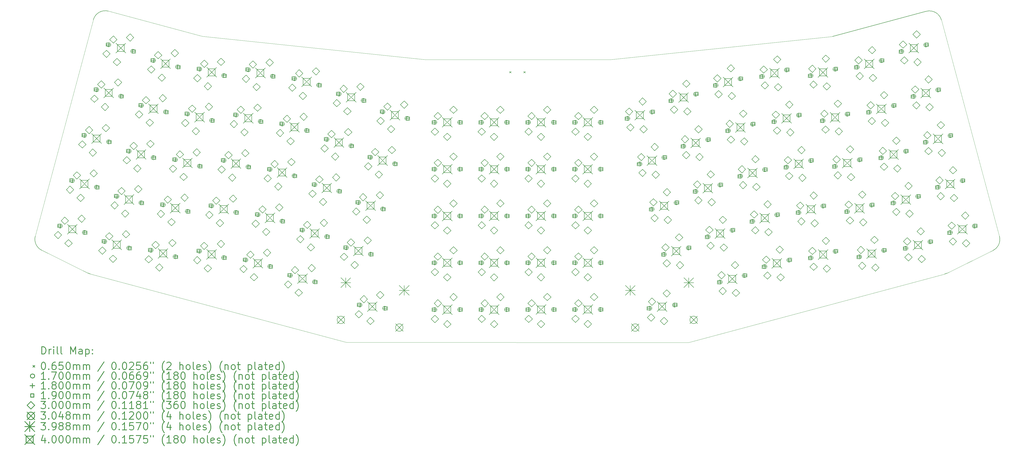
<source format=gbr>
%FSLAX45Y45*%
G04 Gerber Fmt 4.5, Leading zero omitted, Abs format (unit mm)*
G04 Created by KiCad (PCBNEW (5.1.10)-1) date 2021-10-14 20:38:59*
%MOMM*%
%LPD*%
G01*
G04 APERTURE LIST*
%TA.AperFunction,Profile*%
%ADD10C,0.200000*%
%TD*%
%TA.AperFunction,Profile*%
%ADD11C,0.050000*%
%TD*%
%ADD12C,0.200000*%
%ADD13C,0.300000*%
G04 APERTURE END LIST*
D10*
X37564311Y-5657925D02*
X33760064Y-6677270D01*
D11*
X24765000Y-7620000D02*
X33760064Y-6677270D01*
X17272000Y-7620000D02*
X24765000Y-7620000D01*
X17272000Y-7620000D02*
X8220936Y-6670164D01*
X4416689Y-5650818D02*
X8220936Y-6670164D01*
X1451626Y-14784732D02*
X3804316Y-6004372D01*
X3586559Y-16288734D02*
X1712975Y-15362347D01*
X14056075Y-19104084D02*
X3678763Y-16323492D01*
X27924925Y-19111191D02*
X14056075Y-19104084D01*
X38302237Y-16330599D02*
X27924925Y-19111191D01*
X40268025Y-15369454D02*
X38394441Y-16295840D01*
X40529374Y-14791839D02*
X38176684Y-6011479D01*
D10*
X38176684Y-6011479D02*
G75*
G03*
X37564311Y-5657925I-482963J-129410D01*
G01*
X40268025Y-15369454D02*
G75*
G03*
X40529374Y-14791839I-221613J448205D01*
G01*
X38302237Y-16330599D02*
G75*
G03*
X38394441Y-16295840I-129410J482963D01*
G01*
X3678763Y-16323492D02*
G75*
G02*
X3586559Y-16288734I129410J482963D01*
G01*
X3804316Y-6004372D02*
G75*
G02*
X4416689Y-5650818I482963J-129410D01*
G01*
X1712975Y-15362347D02*
G75*
G02*
X1451626Y-14784732I221613J448205D01*
G01*
D12*
X20672700Y-8101500D02*
X20737700Y-8166500D01*
X20737700Y-8101500D02*
X20672700Y-8166500D01*
X21250700Y-8101500D02*
X21315700Y-8166500D01*
X21315700Y-8101500D02*
X21250700Y-8166500D01*
X2546601Y-14376098D02*
G75*
G03*
X2546601Y-14376098I-85000J0D01*
G01*
X3037406Y-12534406D02*
G75*
G03*
X3037406Y-12534406I-85000J0D01*
G01*
X3527982Y-14639059D02*
G75*
G03*
X3527982Y-14639059I-85000J0D01*
G01*
X3531208Y-10695501D02*
G75*
G03*
X3531208Y-10695501I-85000J0D01*
G01*
X4018786Y-12797366D02*
G75*
G03*
X4018786Y-12797366I-85000J0D01*
G01*
X4024359Y-8840764D02*
G75*
G03*
X4024359Y-8840764I-85000J0D01*
G01*
X4347065Y-15006958D02*
G75*
G03*
X4347065Y-15006958I-85000J0D01*
G01*
X4511213Y-7017866D02*
G75*
G03*
X4511213Y-7017866I-85000J0D01*
G01*
X4512589Y-10958461D02*
G75*
G03*
X4512589Y-10958461I-85000J0D01*
G01*
X4842826Y-13170744D02*
G75*
G03*
X4842826Y-13170744I-85000J0D01*
G01*
X5005740Y-9103725D02*
G75*
G03*
X5005740Y-9103725I-85000J0D01*
G01*
X5328446Y-15269918D02*
G75*
G03*
X5328446Y-15269918I-85000J0D01*
G01*
X5336266Y-11337275D02*
G75*
G03*
X5336266Y-11337275I-85000J0D01*
G01*
X5492593Y-7280826D02*
G75*
G03*
X5492593Y-7280826I-85000J0D01*
G01*
X5824206Y-13433704D02*
G75*
G03*
X5824206Y-13433704I-85000J0D01*
G01*
X5837336Y-9480037D02*
G75*
G03*
X5837336Y-9480037I-85000J0D01*
G01*
X6226343Y-15360117D02*
G75*
G03*
X6226343Y-15360117I-85000J0D01*
G01*
X6317647Y-11600236D02*
G75*
G03*
X6317647Y-11600236I-85000J0D01*
G01*
X6327013Y-7653423D02*
G75*
G03*
X6327013Y-7653423I-85000J0D01*
G01*
X6719753Y-13517374D02*
G75*
G03*
X6719753Y-13517374I-85000J0D01*
G01*
X6818716Y-9742997D02*
G75*
G03*
X6818716Y-9742997I-85000J0D01*
G01*
X7207724Y-15623077D02*
G75*
G03*
X7207724Y-15623077I-85000J0D01*
G01*
X7211238Y-11683101D02*
G75*
G03*
X7211238Y-11683101I-85000J0D01*
G01*
X7308393Y-7916383D02*
G75*
G03*
X7308393Y-7916383I-85000J0D01*
G01*
X7701134Y-13780334D02*
G75*
G03*
X7701134Y-13780334I-85000J0D01*
G01*
X7707427Y-9827037D02*
G75*
G03*
X7707427Y-9827037I-85000J0D01*
G01*
X8192365Y-15397496D02*
G75*
G03*
X8192365Y-15397496I-85000J0D01*
G01*
X8192618Y-11946061D02*
G75*
G03*
X8192618Y-11946061I-85000J0D01*
G01*
X8196665Y-8004349D02*
G75*
G03*
X8196665Y-8004349I-85000J0D01*
G01*
X8683527Y-13558677D02*
G75*
G03*
X8683527Y-13558677I-85000J0D01*
G01*
X8688807Y-10089998D02*
G75*
G03*
X8688807Y-10089998I-85000J0D01*
G01*
X9173745Y-15660456D02*
G75*
G03*
X9173745Y-15660456I-85000J0D01*
G01*
X9178046Y-8267309D02*
G75*
G03*
X9178046Y-8267309I-85000J0D01*
G01*
X9181068Y-11712066D02*
G75*
G03*
X9181068Y-11712066I-85000J0D01*
G01*
X9664907Y-13821638D02*
G75*
G03*
X9664907Y-13821638I-85000J0D01*
G01*
X9676448Y-9868175D02*
G75*
G03*
X9676448Y-9868175I-85000J0D01*
G01*
X10065451Y-15755795D02*
G75*
G03*
X10065451Y-15755795I-85000J0D01*
G01*
X10162449Y-11975026D02*
G75*
G03*
X10162449Y-11975026I-85000J0D01*
G01*
X10167781Y-8031270D02*
G75*
G03*
X10167781Y-8031270I-85000J0D01*
G01*
X10558580Y-13916445D02*
G75*
G03*
X10558580Y-13916445I-85000J0D01*
G01*
X10657829Y-10131135D02*
G75*
G03*
X10657829Y-10131135I-85000J0D01*
G01*
X11046831Y-16018756D02*
G75*
G03*
X11046831Y-16018756I-85000J0D01*
G01*
X11049110Y-12075509D02*
G75*
G03*
X11049110Y-12075509I-85000J0D01*
G01*
X11149162Y-8294230D02*
G75*
G03*
X11149162Y-8294230I-85000J0D01*
G01*
X11539961Y-14179406D02*
G75*
G03*
X11539961Y-14179406I-85000J0D01*
G01*
X11546865Y-10233561D02*
G75*
G03*
X11546865Y-10233561I-85000J0D01*
G01*
X11874743Y-16382118D02*
G75*
G03*
X11874743Y-16382118I-85000J0D01*
G01*
X12030490Y-12338470D02*
G75*
G03*
X12030490Y-12338470I-85000J0D01*
G01*
X12045036Y-8391840D02*
G75*
G03*
X12045036Y-8391840I-85000J0D01*
G01*
X12368687Y-14545169D02*
G75*
G03*
X12368687Y-14545169I-85000J0D01*
G01*
X12528246Y-10496521D02*
G75*
G03*
X12528246Y-10496521I-85000J0D01*
G01*
X12856124Y-16645078D02*
G75*
G03*
X12856124Y-16645078I-85000J0D01*
G01*
X12864174Y-12698579D02*
G75*
G03*
X12864174Y-12698579I-85000J0D01*
G01*
X13026416Y-8654800D02*
G75*
G03*
X13026416Y-8654800I-85000J0D01*
G01*
X13350068Y-14808129D02*
G75*
G03*
X13350068Y-14808129I-85000J0D01*
G01*
X13354480Y-10856811D02*
G75*
G03*
X13354480Y-10856811I-85000J0D01*
G01*
X13845554Y-12961539D02*
G75*
G03*
X13845554Y-12961539I-85000J0D01*
G01*
X13847490Y-9017182D02*
G75*
G03*
X13847490Y-9017182I-85000J0D01*
G01*
X14142895Y-15258355D02*
G75*
G03*
X14142895Y-15258355I-85000J0D01*
G01*
X14335861Y-11119771D02*
G75*
G03*
X14335861Y-11119771I-85000J0D01*
G01*
X14635608Y-13421623D02*
G75*
G03*
X14635608Y-13421623I-85000J0D01*
G01*
X14692882Y-17584785D02*
G75*
G03*
X14692882Y-17584785I-85000J0D01*
G01*
X14828870Y-9280142D02*
G75*
G03*
X14828870Y-9280142I-85000J0D01*
G01*
X15123805Y-11586598D02*
G75*
G03*
X15123805Y-11586598I-85000J0D01*
G01*
X15124276Y-15521315D02*
G75*
G03*
X15124276Y-15521315I-85000J0D01*
G01*
X15616988Y-13684583D02*
G75*
G03*
X15616988Y-13684583I-85000J0D01*
G01*
X15621520Y-9742064D02*
G75*
G03*
X15621520Y-9742064I-85000J0D01*
G01*
X15700190Y-17717400D02*
G75*
G03*
X15700190Y-17717400I-85000J0D01*
G01*
X16105186Y-11849558D02*
G75*
G03*
X16105186Y-11849558I-85000J0D01*
G01*
X16602901Y-10005024D02*
G75*
G03*
X16602901Y-10005024I-85000J0D01*
G01*
X17724998Y-13969789D02*
G75*
G03*
X17724998Y-13969789I-85000J0D01*
G01*
X17725003Y-10166886D02*
G75*
G03*
X17725003Y-10166886I-85000J0D01*
G01*
X17725246Y-12068706D02*
G75*
G03*
X17725246Y-12068706I-85000J0D01*
G01*
X17726021Y-15871996D02*
G75*
G03*
X17726021Y-15871996I-85000J0D01*
G01*
X17727421Y-17772234D02*
G75*
G03*
X17727421Y-17772234I-85000J0D01*
G01*
X18740998Y-13969789D02*
G75*
G03*
X18740998Y-13969789I-85000J0D01*
G01*
X18741003Y-10166886D02*
G75*
G03*
X18741003Y-10166886I-85000J0D01*
G01*
X18741246Y-12068706D02*
G75*
G03*
X18741246Y-12068706I-85000J0D01*
G01*
X18742021Y-15871996D02*
G75*
G03*
X18742021Y-15871996I-85000J0D01*
G01*
X18743421Y-17772234D02*
G75*
G03*
X18743421Y-17772234I-85000J0D01*
G01*
X19623394Y-10166962D02*
G75*
G03*
X19623394Y-10166962I-85000J0D01*
G01*
X19623923Y-12068816D02*
G75*
G03*
X19623923Y-12068816I-85000J0D01*
G01*
X19625121Y-13968914D02*
G75*
G03*
X19625121Y-13968914I-85000J0D01*
G01*
X19625135Y-15872028D02*
G75*
G03*
X19625135Y-15872028I-85000J0D01*
G01*
X19626371Y-17771290D02*
G75*
G03*
X19626371Y-17771290I-85000J0D01*
G01*
X20639394Y-10166962D02*
G75*
G03*
X20639394Y-10166962I-85000J0D01*
G01*
X20639923Y-12068816D02*
G75*
G03*
X20639923Y-12068816I-85000J0D01*
G01*
X20641121Y-13968914D02*
G75*
G03*
X20641121Y-13968914I-85000J0D01*
G01*
X20641135Y-15872028D02*
G75*
G03*
X20641135Y-15872028I-85000J0D01*
G01*
X20642371Y-17771290D02*
G75*
G03*
X20642371Y-17771290I-85000J0D01*
G01*
X21522760Y-13967780D02*
G75*
G03*
X21522760Y-13967780I-85000J0D01*
G01*
X21522924Y-12068814D02*
G75*
G03*
X21522924Y-12068814I-85000J0D01*
G01*
X21523810Y-10166985D02*
G75*
G03*
X21523810Y-10166985I-85000J0D01*
G01*
X21524469Y-15870384D02*
G75*
G03*
X21524469Y-15870384I-85000J0D01*
G01*
X21526960Y-17769349D02*
G75*
G03*
X21526960Y-17769349I-85000J0D01*
G01*
X22538760Y-13967780D02*
G75*
G03*
X22538760Y-13967780I-85000J0D01*
G01*
X22538924Y-12068814D02*
G75*
G03*
X22538924Y-12068814I-85000J0D01*
G01*
X22539810Y-10166985D02*
G75*
G03*
X22539810Y-10166985I-85000J0D01*
G01*
X22540468Y-15870384D02*
G75*
G03*
X22540468Y-15870384I-85000J0D01*
G01*
X22542960Y-17769349D02*
G75*
G03*
X22542960Y-17769349I-85000J0D01*
G01*
X23421030Y-12068834D02*
G75*
G03*
X23421030Y-12068834I-85000J0D01*
G01*
X23422470Y-13968483D02*
G75*
G03*
X23422470Y-13968483I-85000J0D01*
G01*
X23422695Y-10166970D02*
G75*
G03*
X23422695Y-10166970I-85000J0D01*
G01*
X23423275Y-17768274D02*
G75*
G03*
X23423275Y-17768274I-85000J0D01*
G01*
X23423664Y-15870112D02*
G75*
G03*
X23423664Y-15870112I-85000J0D01*
G01*
X24437030Y-12068834D02*
G75*
G03*
X24437030Y-12068834I-85000J0D01*
G01*
X24438470Y-13968483D02*
G75*
G03*
X24438470Y-13968483I-85000J0D01*
G01*
X24438695Y-10166970D02*
G75*
G03*
X24438695Y-10166970I-85000J0D01*
G01*
X24439275Y-17768274D02*
G75*
G03*
X24439275Y-17768274I-85000J0D01*
G01*
X24439664Y-15870112D02*
G75*
G03*
X24439664Y-15870112I-85000J0D01*
G01*
X25548602Y-10009342D02*
G75*
G03*
X25548602Y-10009342I-85000J0D01*
G01*
X26039539Y-11856433D02*
G75*
G03*
X26039539Y-11856433I-85000J0D01*
G01*
X26439939Y-17717844D02*
G75*
G03*
X26439939Y-17717844I-85000J0D01*
G01*
X26529983Y-9746381D02*
G75*
G03*
X26529983Y-9746381I-85000J0D01*
G01*
X26532331Y-13693223D02*
G75*
G03*
X26532331Y-13693223I-85000J0D01*
G01*
X27020920Y-11593473D02*
G75*
G03*
X27020920Y-11593473I-85000J0D01*
G01*
X27025954Y-15528809D02*
G75*
G03*
X27025954Y-15528809I-85000J0D01*
G01*
X27320611Y-9286581D02*
G75*
G03*
X27320611Y-9286581I-85000J0D01*
G01*
X27447247Y-17585229D02*
G75*
G03*
X27447247Y-17585229I-85000J0D01*
G01*
X27513711Y-13430262D02*
G75*
G03*
X27513711Y-13430262I-85000J0D01*
G01*
X27814751Y-11134904D02*
G75*
G03*
X27814751Y-11134904I-85000J0D01*
G01*
X28007335Y-15265849D02*
G75*
G03*
X28007335Y-15265849I-85000J0D01*
G01*
X28301992Y-9023621D02*
G75*
G03*
X28301992Y-9023621I-85000J0D01*
G01*
X28307755Y-12971865D02*
G75*
G03*
X28307755Y-12971865I-85000J0D01*
G01*
X28796131Y-10871944D02*
G75*
G03*
X28796131Y-10871944I-85000J0D01*
G01*
X28800507Y-14813256D02*
G75*
G03*
X28800507Y-14813256I-85000J0D01*
G01*
X29124212Y-8661320D02*
G75*
G03*
X29124212Y-8661320I-85000J0D01*
G01*
X29289136Y-12708905D02*
G75*
G03*
X29289136Y-12708905I-85000J0D01*
G01*
X29292412Y-16652937D02*
G75*
G03*
X29292412Y-16652937I-85000J0D01*
G01*
X29625501Y-10505101D02*
G75*
G03*
X29625501Y-10505101I-85000J0D01*
G01*
X29781888Y-14550296D02*
G75*
G03*
X29781888Y-14550296I-85000J0D01*
G01*
X30105593Y-8398360D02*
G75*
G03*
X30105593Y-8398360I-85000J0D01*
G01*
X30119797Y-12352891D02*
G75*
G03*
X30119797Y-12352891I-85000J0D01*
G01*
X30273792Y-16389977D02*
G75*
G03*
X30273792Y-16389977I-85000J0D01*
G01*
X30606882Y-10242141D02*
G75*
G03*
X30606882Y-10242141I-85000J0D01*
G01*
X30612729Y-14186214D02*
G75*
G03*
X30612729Y-14186214I-85000J0D01*
G01*
X31002706Y-8303079D02*
G75*
G03*
X31002706Y-8303079I-85000J0D01*
G01*
X31101178Y-12089931D02*
G75*
G03*
X31101178Y-12089931I-85000J0D01*
G01*
X31104156Y-16023726D02*
G75*
G03*
X31104156Y-16023726I-85000J0D01*
G01*
X31494782Y-10137558D02*
G75*
G03*
X31494782Y-10137558I-85000J0D01*
G01*
X31594110Y-13923254D02*
G75*
G03*
X31594110Y-13923254I-85000J0D01*
G01*
X31984087Y-8040118D02*
G75*
G03*
X31984087Y-8040118I-85000J0D01*
G01*
X31986469Y-11983981D02*
G75*
G03*
X31986469Y-11983981I-85000J0D01*
G01*
X32085537Y-15760766D02*
G75*
G03*
X32085537Y-15760766I-85000J0D01*
G01*
X32476163Y-9874598D02*
G75*
G03*
X32476163Y-9874598I-85000J0D01*
G01*
X32482529Y-13827675D02*
G75*
G03*
X32482529Y-13827675I-85000J0D01*
G01*
X32967849Y-11721021D02*
G75*
G03*
X32967849Y-11721021I-85000J0D01*
G01*
X32972589Y-8269894D02*
G75*
G03*
X32972589Y-8269894I-85000J0D01*
G01*
X32976207Y-15668403D02*
G75*
G03*
X32976207Y-15668403I-85000J0D01*
G01*
X33462052Y-10098037D02*
G75*
G03*
X33462052Y-10098037I-85000J0D01*
G01*
X33463910Y-13564715D02*
G75*
G03*
X33463910Y-13564715I-85000J0D01*
G01*
X33953969Y-8006934D02*
G75*
G03*
X33953969Y-8006934I-85000J0D01*
G01*
X33957211Y-11953327D02*
G75*
G03*
X33957211Y-11953327I-85000J0D01*
G01*
X33957587Y-15405443D02*
G75*
G03*
X33957587Y-15405443I-85000J0D01*
G01*
X34443433Y-9835077D02*
G75*
G03*
X34443433Y-9835077I-85000J0D01*
G01*
X34449727Y-13789285D02*
G75*
G03*
X34449727Y-13789285I-85000J0D01*
G01*
X34846086Y-7924679D02*
G75*
G03*
X34846086Y-7924679I-85000J0D01*
G01*
X34938591Y-11690367D02*
G75*
G03*
X34938591Y-11690367I-85000J0D01*
G01*
X34944327Y-15628777D02*
G75*
G03*
X34944327Y-15628777I-85000J0D01*
G01*
X35336890Y-9751605D02*
G75*
G03*
X35336890Y-9751605I-85000J0D01*
G01*
X35431107Y-13526325D02*
G75*
G03*
X35431107Y-13526325I-85000J0D01*
G01*
X35827467Y-7661719D02*
G75*
G03*
X35827467Y-7661719I-85000J0D01*
G01*
X35832548Y-11603978D02*
G75*
G03*
X35832548Y-11603978I-85000J0D01*
G01*
X35925707Y-15365817D02*
G75*
G03*
X35925707Y-15365817I-85000J0D01*
G01*
X36318271Y-9488645D02*
G75*
G03*
X36318271Y-9488645I-85000J0D01*
G01*
X36327227Y-13438730D02*
G75*
G03*
X36327227Y-13438730I-85000J0D01*
G01*
X36652256Y-7285450D02*
G75*
G03*
X36652256Y-7285450I-85000J0D01*
G01*
X36813929Y-11341018D02*
G75*
G03*
X36813929Y-11341018I-85000J0D01*
G01*
X36820529Y-15281740D02*
G75*
G03*
X36820529Y-15281740I-85000J0D01*
G01*
X37140072Y-9112537D02*
G75*
G03*
X37140072Y-9112537I-85000J0D01*
G01*
X37308608Y-13175769D02*
G75*
G03*
X37308608Y-13175769I-85000J0D01*
G01*
X37633636Y-7022490D02*
G75*
G03*
X37633636Y-7022490I-85000J0D01*
G01*
X37636046Y-10969524D02*
G75*
G03*
X37636046Y-10969524I-85000J0D01*
G01*
X37801909Y-15018780D02*
G75*
G03*
X37801909Y-15018780I-85000J0D01*
G01*
X38121453Y-8849577D02*
G75*
G03*
X38121453Y-8849577I-85000J0D01*
G01*
X38128782Y-12800674D02*
G75*
G03*
X38128782Y-12800674I-85000J0D01*
G01*
X38617427Y-10706564D02*
G75*
G03*
X38617427Y-10706564I-85000J0D01*
G01*
X38622340Y-14642111D02*
G75*
G03*
X38622340Y-14642111I-85000J0D01*
G01*
X39110163Y-12537714D02*
G75*
G03*
X39110163Y-12537714I-85000J0D01*
G01*
X39603721Y-14379150D02*
G75*
G03*
X39603721Y-14379150I-85000J0D01*
G01*
X2461601Y-14286098D02*
X2461601Y-14466098D01*
X2371601Y-14376098D02*
X2551601Y-14376098D01*
X2952406Y-12444406D02*
X2952406Y-12624406D01*
X2862406Y-12534406D02*
X3042406Y-12534406D01*
X3442982Y-14549059D02*
X3442982Y-14729059D01*
X3352982Y-14639059D02*
X3532982Y-14639059D01*
X3446208Y-10605501D02*
X3446208Y-10785501D01*
X3356208Y-10695501D02*
X3536208Y-10695501D01*
X3933786Y-12707366D02*
X3933786Y-12887366D01*
X3843786Y-12797366D02*
X4023786Y-12797366D01*
X3939359Y-8750764D02*
X3939359Y-8930764D01*
X3849359Y-8840764D02*
X4029359Y-8840764D01*
X4262065Y-14916958D02*
X4262065Y-15096958D01*
X4172065Y-15006958D02*
X4352065Y-15006958D01*
X4426213Y-6927866D02*
X4426213Y-7107866D01*
X4336213Y-7017866D02*
X4516213Y-7017866D01*
X4427589Y-10868461D02*
X4427589Y-11048461D01*
X4337589Y-10958461D02*
X4517589Y-10958461D01*
X4757826Y-13080744D02*
X4757826Y-13260744D01*
X4667826Y-13170744D02*
X4847826Y-13170744D01*
X4920740Y-9013725D02*
X4920740Y-9193725D01*
X4830740Y-9103725D02*
X5010740Y-9103725D01*
X5243446Y-15179918D02*
X5243446Y-15359918D01*
X5153446Y-15269918D02*
X5333446Y-15269918D01*
X5251266Y-11247275D02*
X5251266Y-11427275D01*
X5161266Y-11337275D02*
X5341266Y-11337275D01*
X5407593Y-7190826D02*
X5407593Y-7370826D01*
X5317593Y-7280826D02*
X5497593Y-7280826D01*
X5739206Y-13343704D02*
X5739206Y-13523704D01*
X5649206Y-13433704D02*
X5829206Y-13433704D01*
X5752336Y-9390037D02*
X5752336Y-9570037D01*
X5662336Y-9480037D02*
X5842336Y-9480037D01*
X6141343Y-15270117D02*
X6141343Y-15450117D01*
X6051343Y-15360117D02*
X6231343Y-15360117D01*
X6232647Y-11510236D02*
X6232647Y-11690236D01*
X6142647Y-11600236D02*
X6322647Y-11600236D01*
X6242013Y-7563423D02*
X6242013Y-7743423D01*
X6152013Y-7653423D02*
X6332013Y-7653423D01*
X6634753Y-13427374D02*
X6634753Y-13607374D01*
X6544753Y-13517374D02*
X6724753Y-13517374D01*
X6733716Y-9652997D02*
X6733716Y-9832997D01*
X6643716Y-9742997D02*
X6823716Y-9742997D01*
X7122724Y-15533077D02*
X7122724Y-15713077D01*
X7032724Y-15623077D02*
X7212724Y-15623077D01*
X7126238Y-11593101D02*
X7126238Y-11773101D01*
X7036238Y-11683101D02*
X7216238Y-11683101D01*
X7223393Y-7826383D02*
X7223393Y-8006383D01*
X7133393Y-7916383D02*
X7313393Y-7916383D01*
X7616134Y-13690334D02*
X7616134Y-13870334D01*
X7526134Y-13780334D02*
X7706134Y-13780334D01*
X7622427Y-9737037D02*
X7622427Y-9917037D01*
X7532427Y-9827037D02*
X7712427Y-9827037D01*
X8107365Y-15307496D02*
X8107365Y-15487496D01*
X8017365Y-15397496D02*
X8197365Y-15397496D01*
X8107618Y-11856061D02*
X8107618Y-12036061D01*
X8017618Y-11946061D02*
X8197618Y-11946061D01*
X8111665Y-7914349D02*
X8111665Y-8094349D01*
X8021665Y-8004349D02*
X8201665Y-8004349D01*
X8598527Y-13468677D02*
X8598527Y-13648677D01*
X8508527Y-13558677D02*
X8688527Y-13558677D01*
X8603807Y-9999998D02*
X8603807Y-10179998D01*
X8513807Y-10089998D02*
X8693807Y-10089998D01*
X9088745Y-15570456D02*
X9088745Y-15750456D01*
X8998745Y-15660456D02*
X9178745Y-15660456D01*
X9093046Y-8177309D02*
X9093046Y-8357309D01*
X9003046Y-8267309D02*
X9183046Y-8267309D01*
X9096068Y-11622066D02*
X9096068Y-11802066D01*
X9006068Y-11712066D02*
X9186068Y-11712066D01*
X9579907Y-13731638D02*
X9579907Y-13911638D01*
X9489907Y-13821638D02*
X9669907Y-13821638D01*
X9591448Y-9778175D02*
X9591448Y-9958175D01*
X9501448Y-9868175D02*
X9681448Y-9868175D01*
X9980451Y-15665795D02*
X9980451Y-15845795D01*
X9890451Y-15755795D02*
X10070451Y-15755795D01*
X10077449Y-11885026D02*
X10077449Y-12065026D01*
X9987449Y-11975026D02*
X10167449Y-11975026D01*
X10082781Y-7941270D02*
X10082781Y-8121270D01*
X9992781Y-8031270D02*
X10172781Y-8031270D01*
X10473580Y-13826445D02*
X10473580Y-14006445D01*
X10383580Y-13916445D02*
X10563580Y-13916445D01*
X10572829Y-10041135D02*
X10572829Y-10221135D01*
X10482829Y-10131135D02*
X10662829Y-10131135D01*
X10961831Y-15928756D02*
X10961831Y-16108756D01*
X10871831Y-16018756D02*
X11051831Y-16018756D01*
X10964110Y-11985509D02*
X10964110Y-12165509D01*
X10874110Y-12075509D02*
X11054110Y-12075509D01*
X11064162Y-8204230D02*
X11064162Y-8384230D01*
X10974162Y-8294230D02*
X11154162Y-8294230D01*
X11454961Y-14089406D02*
X11454961Y-14269406D01*
X11364961Y-14179406D02*
X11544961Y-14179406D01*
X11461865Y-10143561D02*
X11461865Y-10323561D01*
X11371865Y-10233561D02*
X11551865Y-10233561D01*
X11789743Y-16292118D02*
X11789743Y-16472118D01*
X11699743Y-16382118D02*
X11879743Y-16382118D01*
X11945490Y-12248470D02*
X11945490Y-12428470D01*
X11855490Y-12338470D02*
X12035490Y-12338470D01*
X11960036Y-8301840D02*
X11960036Y-8481840D01*
X11870036Y-8391840D02*
X12050036Y-8391840D01*
X12283687Y-14455169D02*
X12283687Y-14635169D01*
X12193687Y-14545169D02*
X12373687Y-14545169D01*
X12443246Y-10406521D02*
X12443246Y-10586521D01*
X12353246Y-10496521D02*
X12533246Y-10496521D01*
X12771124Y-16555078D02*
X12771124Y-16735078D01*
X12681124Y-16645078D02*
X12861124Y-16645078D01*
X12779174Y-12608579D02*
X12779174Y-12788579D01*
X12689174Y-12698579D02*
X12869174Y-12698579D01*
X12941416Y-8564800D02*
X12941416Y-8744800D01*
X12851416Y-8654800D02*
X13031416Y-8654800D01*
X13265068Y-14718129D02*
X13265068Y-14898129D01*
X13175068Y-14808129D02*
X13355068Y-14808129D01*
X13269480Y-10766811D02*
X13269480Y-10946811D01*
X13179480Y-10856811D02*
X13359480Y-10856811D01*
X13760554Y-12871539D02*
X13760554Y-13051539D01*
X13670554Y-12961539D02*
X13850554Y-12961539D01*
X13762490Y-8927182D02*
X13762490Y-9107182D01*
X13672490Y-9017182D02*
X13852490Y-9017182D01*
X14057895Y-15168355D02*
X14057895Y-15348355D01*
X13967895Y-15258355D02*
X14147895Y-15258355D01*
X14250861Y-11029771D02*
X14250861Y-11209771D01*
X14160861Y-11119771D02*
X14340861Y-11119771D01*
X14550608Y-13331623D02*
X14550608Y-13511623D01*
X14460608Y-13421623D02*
X14640608Y-13421623D01*
X14607882Y-17494785D02*
X14607882Y-17674785D01*
X14517882Y-17584785D02*
X14697882Y-17584785D01*
X14743870Y-9190142D02*
X14743870Y-9370142D01*
X14653870Y-9280142D02*
X14833870Y-9280142D01*
X15038805Y-11496598D02*
X15038805Y-11676598D01*
X14948805Y-11586598D02*
X15128805Y-11586598D01*
X15039276Y-15431315D02*
X15039276Y-15611315D01*
X14949276Y-15521315D02*
X15129276Y-15521315D01*
X15531988Y-13594583D02*
X15531988Y-13774583D01*
X15441988Y-13684583D02*
X15621988Y-13684583D01*
X15536520Y-9652064D02*
X15536520Y-9832064D01*
X15446520Y-9742064D02*
X15626520Y-9742064D01*
X15615190Y-17627400D02*
X15615190Y-17807400D01*
X15525190Y-17717400D02*
X15705190Y-17717400D01*
X16020186Y-11759558D02*
X16020186Y-11939558D01*
X15930186Y-11849558D02*
X16110186Y-11849558D01*
X16517901Y-9915024D02*
X16517901Y-10095024D01*
X16427901Y-10005024D02*
X16607901Y-10005024D01*
X17639998Y-13879789D02*
X17639998Y-14059789D01*
X17549998Y-13969789D02*
X17729998Y-13969789D01*
X17640003Y-10076886D02*
X17640003Y-10256886D01*
X17550003Y-10166886D02*
X17730003Y-10166886D01*
X17640246Y-11978706D02*
X17640246Y-12158706D01*
X17550246Y-12068706D02*
X17730246Y-12068706D01*
X17641021Y-15781996D02*
X17641021Y-15961996D01*
X17551021Y-15871996D02*
X17731021Y-15871996D01*
X17642421Y-17682234D02*
X17642421Y-17862234D01*
X17552421Y-17772234D02*
X17732421Y-17772234D01*
X18655998Y-13879789D02*
X18655998Y-14059789D01*
X18565998Y-13969789D02*
X18745998Y-13969789D01*
X18656003Y-10076886D02*
X18656003Y-10256886D01*
X18566003Y-10166886D02*
X18746003Y-10166886D01*
X18656246Y-11978706D02*
X18656246Y-12158706D01*
X18566246Y-12068706D02*
X18746246Y-12068706D01*
X18657021Y-15781996D02*
X18657021Y-15961996D01*
X18567021Y-15871996D02*
X18747021Y-15871996D01*
X18658421Y-17682234D02*
X18658421Y-17862234D01*
X18568421Y-17772234D02*
X18748421Y-17772234D01*
X19538394Y-10076962D02*
X19538394Y-10256962D01*
X19448394Y-10166962D02*
X19628394Y-10166962D01*
X19538923Y-11978816D02*
X19538923Y-12158816D01*
X19448923Y-12068816D02*
X19628923Y-12068816D01*
X19540121Y-13878914D02*
X19540121Y-14058914D01*
X19450121Y-13968914D02*
X19630121Y-13968914D01*
X19540135Y-15782028D02*
X19540135Y-15962028D01*
X19450135Y-15872028D02*
X19630135Y-15872028D01*
X19541371Y-17681290D02*
X19541371Y-17861290D01*
X19451371Y-17771290D02*
X19631371Y-17771290D01*
X20554394Y-10076962D02*
X20554394Y-10256962D01*
X20464394Y-10166962D02*
X20644394Y-10166962D01*
X20554923Y-11978816D02*
X20554923Y-12158816D01*
X20464923Y-12068816D02*
X20644923Y-12068816D01*
X20556121Y-13878914D02*
X20556121Y-14058914D01*
X20466121Y-13968914D02*
X20646121Y-13968914D01*
X20556135Y-15782028D02*
X20556135Y-15962028D01*
X20466135Y-15872028D02*
X20646135Y-15872028D01*
X20557371Y-17681290D02*
X20557371Y-17861290D01*
X20467371Y-17771290D02*
X20647371Y-17771290D01*
X21437760Y-13877780D02*
X21437760Y-14057780D01*
X21347760Y-13967780D02*
X21527760Y-13967780D01*
X21437924Y-11978814D02*
X21437924Y-12158814D01*
X21347924Y-12068814D02*
X21527924Y-12068814D01*
X21438810Y-10076985D02*
X21438810Y-10256985D01*
X21348810Y-10166985D02*
X21528810Y-10166985D01*
X21439469Y-15780384D02*
X21439469Y-15960384D01*
X21349469Y-15870384D02*
X21529469Y-15870384D01*
X21441960Y-17679349D02*
X21441960Y-17859349D01*
X21351960Y-17769349D02*
X21531960Y-17769349D01*
X22453760Y-13877780D02*
X22453760Y-14057780D01*
X22363760Y-13967780D02*
X22543760Y-13967780D01*
X22453924Y-11978814D02*
X22453924Y-12158814D01*
X22363924Y-12068814D02*
X22543924Y-12068814D01*
X22454810Y-10076985D02*
X22454810Y-10256985D01*
X22364810Y-10166985D02*
X22544810Y-10166985D01*
X22455468Y-15780384D02*
X22455468Y-15960384D01*
X22365469Y-15870384D02*
X22545468Y-15870384D01*
X22457960Y-17679349D02*
X22457960Y-17859349D01*
X22367960Y-17769349D02*
X22547960Y-17769349D01*
X23336030Y-11978834D02*
X23336030Y-12158834D01*
X23246030Y-12068834D02*
X23426030Y-12068834D01*
X23337470Y-13878483D02*
X23337470Y-14058483D01*
X23247470Y-13968483D02*
X23427470Y-13968483D01*
X23337695Y-10076970D02*
X23337695Y-10256970D01*
X23247695Y-10166970D02*
X23427695Y-10166970D01*
X23338275Y-17678274D02*
X23338275Y-17858274D01*
X23248275Y-17768274D02*
X23428275Y-17768274D01*
X23338664Y-15780112D02*
X23338664Y-15960112D01*
X23248664Y-15870112D02*
X23428664Y-15870112D01*
X24352030Y-11978834D02*
X24352030Y-12158834D01*
X24262030Y-12068834D02*
X24442030Y-12068834D01*
X24353470Y-13878483D02*
X24353470Y-14058483D01*
X24263470Y-13968483D02*
X24443470Y-13968483D01*
X24353695Y-10076970D02*
X24353695Y-10256970D01*
X24263695Y-10166970D02*
X24443695Y-10166970D01*
X24354275Y-17678274D02*
X24354275Y-17858274D01*
X24264275Y-17768274D02*
X24444275Y-17768274D01*
X24354664Y-15780112D02*
X24354664Y-15960112D01*
X24264664Y-15870112D02*
X24444664Y-15870112D01*
X25463602Y-9919342D02*
X25463602Y-10099342D01*
X25373602Y-10009342D02*
X25553602Y-10009342D01*
X25954539Y-11766433D02*
X25954539Y-11946433D01*
X25864539Y-11856433D02*
X26044539Y-11856433D01*
X26354939Y-17627844D02*
X26354939Y-17807844D01*
X26264939Y-17717844D02*
X26444939Y-17717844D01*
X26444983Y-9656381D02*
X26444983Y-9836381D01*
X26354983Y-9746381D02*
X26534983Y-9746381D01*
X26447331Y-13603223D02*
X26447331Y-13783223D01*
X26357331Y-13693223D02*
X26537331Y-13693223D01*
X26935920Y-11503473D02*
X26935920Y-11683473D01*
X26845920Y-11593473D02*
X27025920Y-11593473D01*
X26940954Y-15438809D02*
X26940954Y-15618809D01*
X26850954Y-15528809D02*
X27030954Y-15528809D01*
X27235611Y-9196581D02*
X27235611Y-9376581D01*
X27145611Y-9286581D02*
X27325611Y-9286581D01*
X27362247Y-17495229D02*
X27362247Y-17675229D01*
X27272247Y-17585229D02*
X27452247Y-17585229D01*
X27428711Y-13340262D02*
X27428711Y-13520262D01*
X27338711Y-13430262D02*
X27518711Y-13430262D01*
X27729751Y-11044904D02*
X27729751Y-11224904D01*
X27639751Y-11134904D02*
X27819751Y-11134904D01*
X27922335Y-15175849D02*
X27922335Y-15355849D01*
X27832335Y-15265849D02*
X28012335Y-15265849D01*
X28216992Y-8933621D02*
X28216992Y-9113621D01*
X28126992Y-9023621D02*
X28306992Y-9023621D01*
X28222755Y-12881865D02*
X28222755Y-13061865D01*
X28132755Y-12971865D02*
X28312755Y-12971865D01*
X28711131Y-10781944D02*
X28711131Y-10961944D01*
X28621131Y-10871944D02*
X28801131Y-10871944D01*
X28715507Y-14723256D02*
X28715507Y-14903256D01*
X28625507Y-14813256D02*
X28805507Y-14813256D01*
X29039212Y-8571320D02*
X29039212Y-8751320D01*
X28949212Y-8661320D02*
X29129212Y-8661320D01*
X29204136Y-12618905D02*
X29204136Y-12798905D01*
X29114136Y-12708905D02*
X29294136Y-12708905D01*
X29207412Y-16562937D02*
X29207412Y-16742937D01*
X29117412Y-16652937D02*
X29297412Y-16652937D01*
X29540501Y-10415101D02*
X29540501Y-10595101D01*
X29450501Y-10505101D02*
X29630501Y-10505101D01*
X29696888Y-14460296D02*
X29696888Y-14640296D01*
X29606888Y-14550296D02*
X29786888Y-14550296D01*
X30020593Y-8308360D02*
X30020593Y-8488360D01*
X29930593Y-8398360D02*
X30110593Y-8398360D01*
X30034797Y-12262891D02*
X30034797Y-12442891D01*
X29944797Y-12352891D02*
X30124797Y-12352891D01*
X30188792Y-16299977D02*
X30188792Y-16479977D01*
X30098792Y-16389977D02*
X30278792Y-16389977D01*
X30521882Y-10152141D02*
X30521882Y-10332141D01*
X30431882Y-10242141D02*
X30611882Y-10242141D01*
X30527729Y-14096214D02*
X30527729Y-14276214D01*
X30437729Y-14186214D02*
X30617729Y-14186214D01*
X30917706Y-8213079D02*
X30917706Y-8393079D01*
X30827706Y-8303079D02*
X31007706Y-8303079D01*
X31016178Y-11999931D02*
X31016178Y-12179931D01*
X30926178Y-12089931D02*
X31106178Y-12089931D01*
X31019156Y-15933726D02*
X31019156Y-16113726D01*
X30929156Y-16023726D02*
X31109156Y-16023726D01*
X31409782Y-10047558D02*
X31409782Y-10227558D01*
X31319782Y-10137558D02*
X31499782Y-10137558D01*
X31509110Y-13833254D02*
X31509110Y-14013254D01*
X31419110Y-13923254D02*
X31599110Y-13923254D01*
X31899087Y-7950118D02*
X31899087Y-8130118D01*
X31809087Y-8040118D02*
X31989087Y-8040118D01*
X31901469Y-11893981D02*
X31901469Y-12073981D01*
X31811469Y-11983981D02*
X31991469Y-11983981D01*
X32000537Y-15670766D02*
X32000537Y-15850766D01*
X31910537Y-15760766D02*
X32090537Y-15760766D01*
X32391163Y-9784598D02*
X32391163Y-9964598D01*
X32301163Y-9874598D02*
X32481163Y-9874598D01*
X32397529Y-13737675D02*
X32397529Y-13917675D01*
X32307529Y-13827675D02*
X32487529Y-13827675D01*
X32882849Y-11631021D02*
X32882849Y-11811021D01*
X32792849Y-11721021D02*
X32972849Y-11721021D01*
X32887589Y-8179894D02*
X32887589Y-8359894D01*
X32797589Y-8269894D02*
X32977589Y-8269894D01*
X32891207Y-15578403D02*
X32891207Y-15758403D01*
X32801207Y-15668403D02*
X32981207Y-15668403D01*
X33377052Y-10008037D02*
X33377052Y-10188037D01*
X33287052Y-10098037D02*
X33467052Y-10098037D01*
X33378910Y-13474715D02*
X33378910Y-13654715D01*
X33288910Y-13564715D02*
X33468910Y-13564715D01*
X33868969Y-7916934D02*
X33868969Y-8096934D01*
X33778969Y-8006934D02*
X33958969Y-8006934D01*
X33872211Y-11863327D02*
X33872211Y-12043327D01*
X33782211Y-11953327D02*
X33962211Y-11953327D01*
X33872587Y-15315443D02*
X33872587Y-15495443D01*
X33782587Y-15405443D02*
X33962587Y-15405443D01*
X34358433Y-9745077D02*
X34358433Y-9925077D01*
X34268433Y-9835077D02*
X34448433Y-9835077D01*
X34364727Y-13699285D02*
X34364727Y-13879285D01*
X34274727Y-13789285D02*
X34454727Y-13789285D01*
X34761086Y-7834679D02*
X34761086Y-8014679D01*
X34671086Y-7924679D02*
X34851086Y-7924679D01*
X34853591Y-11600367D02*
X34853591Y-11780367D01*
X34763591Y-11690367D02*
X34943591Y-11690367D01*
X34859327Y-15538777D02*
X34859327Y-15718777D01*
X34769327Y-15628777D02*
X34949327Y-15628777D01*
X35251890Y-9661605D02*
X35251890Y-9841605D01*
X35161890Y-9751605D02*
X35341890Y-9751605D01*
X35346107Y-13436325D02*
X35346107Y-13616325D01*
X35256107Y-13526325D02*
X35436107Y-13526325D01*
X35742467Y-7571719D02*
X35742467Y-7751719D01*
X35652467Y-7661719D02*
X35832467Y-7661719D01*
X35747548Y-11513978D02*
X35747548Y-11693978D01*
X35657548Y-11603978D02*
X35837548Y-11603978D01*
X35840707Y-15275817D02*
X35840707Y-15455817D01*
X35750707Y-15365817D02*
X35930707Y-15365817D01*
X36233271Y-9398645D02*
X36233271Y-9578645D01*
X36143271Y-9488645D02*
X36323271Y-9488645D01*
X36242227Y-13348730D02*
X36242227Y-13528730D01*
X36152227Y-13438730D02*
X36332227Y-13438730D01*
X36567256Y-7195450D02*
X36567256Y-7375450D01*
X36477256Y-7285450D02*
X36657256Y-7285450D01*
X36728929Y-11251018D02*
X36728929Y-11431018D01*
X36638929Y-11341018D02*
X36818929Y-11341018D01*
X36735529Y-15191740D02*
X36735529Y-15371740D01*
X36645529Y-15281740D02*
X36825529Y-15281740D01*
X37055072Y-9022537D02*
X37055072Y-9202537D01*
X36965072Y-9112537D02*
X37145072Y-9112537D01*
X37223608Y-13085769D02*
X37223608Y-13265769D01*
X37133608Y-13175769D02*
X37313608Y-13175769D01*
X37548636Y-6932490D02*
X37548636Y-7112490D01*
X37458636Y-7022490D02*
X37638636Y-7022490D01*
X37551046Y-10879524D02*
X37551046Y-11059524D01*
X37461046Y-10969524D02*
X37641046Y-10969524D01*
X37716909Y-14928780D02*
X37716909Y-15108780D01*
X37626909Y-15018780D02*
X37806909Y-15018780D01*
X38036453Y-8759577D02*
X38036453Y-8939577D01*
X37946453Y-8849577D02*
X38126453Y-8849577D01*
X38043782Y-12710674D02*
X38043782Y-12890674D01*
X37953782Y-12800674D02*
X38133782Y-12800674D01*
X38532427Y-10616564D02*
X38532427Y-10796564D01*
X38442427Y-10706564D02*
X38622427Y-10706564D01*
X38537340Y-14552111D02*
X38537340Y-14732111D01*
X38447340Y-14642111D02*
X38627340Y-14642111D01*
X39025163Y-12447714D02*
X39025163Y-12627714D01*
X38935163Y-12537714D02*
X39115163Y-12537714D01*
X39518721Y-14289150D02*
X39518721Y-14469150D01*
X39428721Y-14379150D02*
X39608721Y-14379150D01*
X2488208Y-14432404D02*
X2488208Y-14298052D01*
X2353857Y-14298052D01*
X2353857Y-14432404D01*
X2488208Y-14432404D01*
X2979012Y-12590711D02*
X2979012Y-12456360D01*
X2844661Y-12456360D01*
X2844661Y-12590711D01*
X2979012Y-12590711D01*
X3472815Y-10751806D02*
X3472815Y-10617455D01*
X3338464Y-10617455D01*
X3338464Y-10751806D01*
X3472815Y-10751806D01*
X3550727Y-14717105D02*
X3550727Y-14582753D01*
X3416375Y-14582753D01*
X3416375Y-14717105D01*
X3550727Y-14717105D01*
X3965966Y-8897070D02*
X3965966Y-8762718D01*
X3831614Y-8762718D01*
X3831614Y-8897070D01*
X3965966Y-8897070D01*
X4041531Y-12875412D02*
X4041531Y-12741061D01*
X3907179Y-12741061D01*
X3907179Y-12875412D01*
X4041531Y-12875412D01*
X4288672Y-15063263D02*
X4288672Y-14928912D01*
X4154320Y-14928912D01*
X4154320Y-15063263D01*
X4288672Y-15063263D01*
X4452820Y-7074172D02*
X4452820Y-6939820D01*
X4318468Y-6939820D01*
X4318468Y-7074172D01*
X4452820Y-7074172D01*
X4535334Y-11036507D02*
X4535334Y-10902156D01*
X4400982Y-10902156D01*
X4400982Y-11036507D01*
X4535334Y-11036507D01*
X4784433Y-13227049D02*
X4784433Y-13092697D01*
X4650081Y-13092697D01*
X4650081Y-13227049D01*
X4784433Y-13227049D01*
X5028484Y-9181771D02*
X5028484Y-9047419D01*
X4894133Y-9047419D01*
X4894133Y-9181771D01*
X5028484Y-9181771D01*
X5277873Y-11393581D02*
X5277873Y-11259229D01*
X5143522Y-11259229D01*
X5143522Y-11393581D01*
X5277873Y-11393581D01*
X5351190Y-15347964D02*
X5351190Y-15213613D01*
X5216839Y-15213613D01*
X5216839Y-15347964D01*
X5351190Y-15347964D01*
X5515338Y-7358873D02*
X5515338Y-7224521D01*
X5380986Y-7224521D01*
X5380986Y-7358873D01*
X5515338Y-7358873D01*
X5778943Y-9536342D02*
X5778943Y-9401991D01*
X5644591Y-9401991D01*
X5644591Y-9536342D01*
X5778943Y-9536342D01*
X5846951Y-13511750D02*
X5846951Y-13377398D01*
X5712599Y-13377398D01*
X5712599Y-13511750D01*
X5846951Y-13511750D01*
X6167950Y-15416422D02*
X6167950Y-15282071D01*
X6033599Y-15282071D01*
X6033599Y-15416422D01*
X6167950Y-15416422D01*
X6268619Y-7709729D02*
X6268619Y-7575377D01*
X6134268Y-7575377D01*
X6134268Y-7709729D01*
X6268619Y-7709729D01*
X6340392Y-11678282D02*
X6340392Y-11543930D01*
X6206040Y-11543930D01*
X6206040Y-11678282D01*
X6340392Y-11678282D01*
X6661360Y-13573679D02*
X6661360Y-13439328D01*
X6527008Y-13439328D01*
X6527008Y-13573679D01*
X6661360Y-13573679D01*
X6841461Y-9821043D02*
X6841461Y-9686692D01*
X6707110Y-9686692D01*
X6707110Y-9821043D01*
X6841461Y-9821043D01*
X7152845Y-11739406D02*
X7152845Y-11605055D01*
X7018493Y-11605055D01*
X7018493Y-11739406D01*
X7152845Y-11739406D01*
X7230469Y-15701123D02*
X7230469Y-15566772D01*
X7096117Y-15566772D01*
X7096117Y-15701123D01*
X7230469Y-15701123D01*
X7331138Y-7994430D02*
X7331138Y-7860078D01*
X7196786Y-7860078D01*
X7196786Y-7994430D01*
X7331138Y-7994430D01*
X7649034Y-9883343D02*
X7649034Y-9748991D01*
X7514682Y-9748991D01*
X7514682Y-9883343D01*
X7649034Y-9883343D01*
X7723878Y-13858380D02*
X7723878Y-13724029D01*
X7589527Y-13724029D01*
X7589527Y-13858380D01*
X7723878Y-13858380D01*
X8133972Y-15453801D02*
X8133972Y-15319449D01*
X7999620Y-15319449D01*
X7999620Y-15453801D01*
X8133972Y-15453801D01*
X8138272Y-8060654D02*
X8138272Y-7926303D01*
X8003920Y-7926303D01*
X8003920Y-8060654D01*
X8138272Y-8060654D01*
X8215363Y-12024107D02*
X8215363Y-11889756D01*
X8081012Y-11889756D01*
X8081012Y-12024107D01*
X8215363Y-12024107D01*
X8625134Y-13614983D02*
X8625134Y-13480631D01*
X8490782Y-13480631D01*
X8490782Y-13614983D01*
X8625134Y-13614983D01*
X8711552Y-10168044D02*
X8711552Y-10033692D01*
X8577201Y-10033692D01*
X8577201Y-10168044D01*
X8711552Y-10168044D01*
X9122675Y-11768371D02*
X9122675Y-11634019D01*
X8988323Y-11634019D01*
X8988323Y-11768371D01*
X9122675Y-11768371D01*
X9196490Y-15738502D02*
X9196490Y-15604150D01*
X9062138Y-15604150D01*
X9062138Y-15738502D01*
X9196490Y-15738502D01*
X9200790Y-8345355D02*
X9200790Y-8211004D01*
X9066439Y-8211004D01*
X9066439Y-8345355D01*
X9200790Y-8345355D01*
X9618055Y-9924480D02*
X9618055Y-9790129D01*
X9483703Y-9790129D01*
X9483703Y-9924480D01*
X9618055Y-9924480D01*
X9687652Y-13899684D02*
X9687652Y-13765332D01*
X9553300Y-13765332D01*
X9553300Y-13899684D01*
X9687652Y-13899684D01*
X10007057Y-15812101D02*
X10007057Y-15677749D01*
X9872706Y-15677749D01*
X9872706Y-15812101D01*
X10007057Y-15812101D01*
X10109388Y-8087575D02*
X10109388Y-7953224D01*
X9975037Y-7953224D01*
X9975037Y-8087575D01*
X10109388Y-8087575D01*
X10185193Y-12053072D02*
X10185193Y-11918720D01*
X10050842Y-11918720D01*
X10050842Y-12053072D01*
X10185193Y-12053072D01*
X10500187Y-13972751D02*
X10500187Y-13838399D01*
X10365835Y-13838399D01*
X10365835Y-13972751D01*
X10500187Y-13972751D01*
X10680573Y-10209181D02*
X10680573Y-10074830D01*
X10546222Y-10074830D01*
X10546222Y-10209181D01*
X10680573Y-10209181D01*
X10990717Y-12131815D02*
X10990717Y-11997463D01*
X10856365Y-11997463D01*
X10856365Y-12131815D01*
X10990717Y-12131815D01*
X11069576Y-16096802D02*
X11069576Y-15962450D01*
X10935224Y-15962450D01*
X10935224Y-16096802D01*
X11069576Y-16096802D01*
X11171907Y-8372276D02*
X11171907Y-8237925D01*
X11037555Y-8237925D01*
X11037555Y-8372276D01*
X11171907Y-8372276D01*
X11488472Y-10289866D02*
X11488472Y-10155515D01*
X11354120Y-10155515D01*
X11354120Y-10289866D01*
X11488472Y-10289866D01*
X11562705Y-14257452D02*
X11562705Y-14123100D01*
X11428354Y-14123100D01*
X11428354Y-14257452D01*
X11562705Y-14257452D01*
X11816350Y-16438424D02*
X11816350Y-16304072D01*
X11681999Y-16304072D01*
X11681999Y-16438424D01*
X11816350Y-16438424D01*
X11986643Y-8448145D02*
X11986643Y-8313794D01*
X11852291Y-8313794D01*
X11852291Y-8448145D01*
X11986643Y-8448145D01*
X12053235Y-12416516D02*
X12053235Y-12282164D01*
X11918884Y-12282164D01*
X11918884Y-12416516D01*
X12053235Y-12416516D01*
X12310294Y-14601474D02*
X12310294Y-14467123D01*
X12175942Y-14467123D01*
X12175942Y-14601474D01*
X12310294Y-14601474D01*
X12550990Y-10574567D02*
X12550990Y-10440216D01*
X12416639Y-10440216D01*
X12416639Y-10574567D01*
X12550990Y-10574567D01*
X12805781Y-12754884D02*
X12805781Y-12620533D01*
X12671429Y-12620533D01*
X12671429Y-12754884D01*
X12805781Y-12754884D01*
X12878869Y-16723125D02*
X12878869Y-16588773D01*
X12744517Y-16588773D01*
X12744517Y-16723125D01*
X12878869Y-16723125D01*
X13049161Y-8732846D02*
X13049161Y-8598495D01*
X12914809Y-8598495D01*
X12914809Y-8732846D01*
X13049161Y-8732846D01*
X13296087Y-10913116D02*
X13296087Y-10778764D01*
X13161735Y-10778764D01*
X13161735Y-10913116D01*
X13296087Y-10913116D01*
X13372812Y-14886175D02*
X13372812Y-14751824D01*
X13238461Y-14751824D01*
X13238461Y-14886175D01*
X13372812Y-14886175D01*
X13789097Y-9073487D02*
X13789097Y-8939136D01*
X13654745Y-8939136D01*
X13654745Y-9073487D01*
X13789097Y-9073487D01*
X13868299Y-13039585D02*
X13868299Y-12905234D01*
X13733947Y-12905234D01*
X13733947Y-13039585D01*
X13868299Y-13039585D01*
X14084502Y-15314660D02*
X14084502Y-15180309D01*
X13950151Y-15180309D01*
X13950151Y-15314660D01*
X14084502Y-15314660D01*
X14358605Y-11197817D02*
X14358605Y-11063465D01*
X14224254Y-11063465D01*
X14224254Y-11197817D01*
X14358605Y-11197817D01*
X14577215Y-13477928D02*
X14577215Y-13343577D01*
X14442863Y-13343577D01*
X14442863Y-13477928D01*
X14577215Y-13477928D01*
X14633418Y-17646479D02*
X14633418Y-17512127D01*
X14499066Y-17512127D01*
X14499066Y-17646479D01*
X14633418Y-17646479D01*
X14851615Y-9358188D02*
X14851615Y-9223837D01*
X14717264Y-9223837D01*
X14717264Y-9358188D01*
X14851615Y-9358188D01*
X15065412Y-11642903D02*
X15065412Y-11508552D01*
X14931060Y-11508552D01*
X14931060Y-11642903D01*
X15065412Y-11642903D01*
X15147021Y-15599361D02*
X15147021Y-15465010D01*
X15012669Y-15465010D01*
X15012669Y-15599361D01*
X15147021Y-15599361D01*
X15563127Y-9798369D02*
X15563127Y-9664018D01*
X15428776Y-9664018D01*
X15428776Y-9798369D01*
X15563127Y-9798369D01*
X15639733Y-13762629D02*
X15639733Y-13628278D01*
X15505381Y-13628278D01*
X15505381Y-13762629D01*
X15639733Y-13762629D01*
X15724007Y-17790058D02*
X15724007Y-17655706D01*
X15589655Y-17655706D01*
X15589655Y-17790058D01*
X15724007Y-17790058D01*
X16127930Y-11927604D02*
X16127930Y-11793253D01*
X15993579Y-11793253D01*
X15993579Y-11927604D01*
X16127930Y-11927604D01*
X16625646Y-10083070D02*
X16625646Y-9948719D01*
X16491294Y-9948719D01*
X16491294Y-10083070D01*
X16625646Y-10083070D01*
X17665174Y-14036965D02*
X17665174Y-13902613D01*
X17530822Y-13902613D01*
X17530822Y-14036965D01*
X17665174Y-14036965D01*
X17665179Y-10234062D02*
X17665179Y-10099710D01*
X17530827Y-10099710D01*
X17530827Y-10234062D01*
X17665179Y-10234062D01*
X17665422Y-12135882D02*
X17665422Y-12001530D01*
X17531070Y-12001530D01*
X17531070Y-12135882D01*
X17665422Y-12135882D01*
X17666197Y-15939172D02*
X17666197Y-15804820D01*
X17531845Y-15804820D01*
X17531845Y-15939172D01*
X17666197Y-15939172D01*
X17667596Y-17839409D02*
X17667596Y-17705058D01*
X17533245Y-17705058D01*
X17533245Y-17839409D01*
X17667596Y-17839409D01*
X18765174Y-14036965D02*
X18765174Y-13902613D01*
X18630822Y-13902613D01*
X18630822Y-14036965D01*
X18765174Y-14036965D01*
X18765179Y-10234062D02*
X18765179Y-10099710D01*
X18630827Y-10099710D01*
X18630827Y-10234062D01*
X18765179Y-10234062D01*
X18765422Y-12135882D02*
X18765422Y-12001530D01*
X18631070Y-12001530D01*
X18631070Y-12135882D01*
X18765422Y-12135882D01*
X18766197Y-15939172D02*
X18766197Y-15804820D01*
X18631845Y-15804820D01*
X18631845Y-15939172D01*
X18766197Y-15939172D01*
X18767596Y-17839409D02*
X18767596Y-17705058D01*
X18633245Y-17705058D01*
X18633245Y-17839409D01*
X18767596Y-17839409D01*
X19563570Y-10234138D02*
X19563570Y-10099786D01*
X19429218Y-10099786D01*
X19429218Y-10234138D01*
X19563570Y-10234138D01*
X19564099Y-12135991D02*
X19564099Y-12001640D01*
X19429748Y-12001640D01*
X19429748Y-12135991D01*
X19564099Y-12135991D01*
X19565297Y-14036090D02*
X19565297Y-13901739D01*
X19430945Y-13901739D01*
X19430945Y-14036090D01*
X19565297Y-14036090D01*
X19565310Y-15939203D02*
X19565310Y-15804852D01*
X19430959Y-15804852D01*
X19430959Y-15939203D01*
X19565310Y-15939203D01*
X19566547Y-17838465D02*
X19566547Y-17704114D01*
X19432195Y-17704114D01*
X19432195Y-17838465D01*
X19566547Y-17838465D01*
X20663570Y-10234138D02*
X20663570Y-10099786D01*
X20529218Y-10099786D01*
X20529218Y-10234138D01*
X20663570Y-10234138D01*
X20664099Y-12135991D02*
X20664099Y-12001640D01*
X20529748Y-12001640D01*
X20529748Y-12135991D01*
X20664099Y-12135991D01*
X20665297Y-14036090D02*
X20665297Y-13901739D01*
X20530945Y-13901739D01*
X20530945Y-14036090D01*
X20665297Y-14036090D01*
X20665310Y-15939203D02*
X20665310Y-15804852D01*
X20530959Y-15804852D01*
X20530959Y-15939203D01*
X20665310Y-15939203D01*
X20666547Y-17838465D02*
X20666547Y-17704114D01*
X20532195Y-17704114D01*
X20532195Y-17838465D01*
X20666547Y-17838465D01*
X21462936Y-14034956D02*
X21462936Y-13900604D01*
X21328584Y-13900604D01*
X21328584Y-14034956D01*
X21462936Y-14034956D01*
X21463100Y-12135990D02*
X21463100Y-12001638D01*
X21328749Y-12001638D01*
X21328749Y-12135990D01*
X21463100Y-12135990D01*
X21463986Y-10234161D02*
X21463986Y-10099809D01*
X21329634Y-10099809D01*
X21329634Y-10234161D01*
X21463986Y-10234161D01*
X21464644Y-15937560D02*
X21464644Y-15803209D01*
X21330293Y-15803209D01*
X21330293Y-15937560D01*
X21464644Y-15937560D01*
X21467136Y-17836525D02*
X21467136Y-17702173D01*
X21332784Y-17702173D01*
X21332784Y-17836525D01*
X21467136Y-17836525D01*
X22562936Y-14034956D02*
X22562936Y-13900604D01*
X22428584Y-13900604D01*
X22428584Y-14034956D01*
X22562936Y-14034956D01*
X22563100Y-12135990D02*
X22563100Y-12001638D01*
X22428749Y-12001638D01*
X22428749Y-12135990D01*
X22563100Y-12135990D01*
X22563986Y-10234161D02*
X22563986Y-10099809D01*
X22429634Y-10099809D01*
X22429634Y-10234161D01*
X22563986Y-10234161D01*
X22564644Y-15937560D02*
X22564644Y-15803209D01*
X22430293Y-15803209D01*
X22430293Y-15937560D01*
X22564644Y-15937560D01*
X22567136Y-17836525D02*
X22567136Y-17702173D01*
X22432784Y-17702173D01*
X22432784Y-17836525D01*
X22567136Y-17836525D01*
X23361206Y-12136010D02*
X23361206Y-12001659D01*
X23226854Y-12001659D01*
X23226854Y-12136010D01*
X23361206Y-12136010D01*
X23362646Y-14035659D02*
X23362646Y-13901307D01*
X23228295Y-13901307D01*
X23228295Y-14035659D01*
X23362646Y-14035659D01*
X23362870Y-10234146D02*
X23362870Y-10099794D01*
X23228519Y-10099794D01*
X23228519Y-10234146D01*
X23362870Y-10234146D01*
X23363451Y-17835450D02*
X23363451Y-17701098D01*
X23229100Y-17701098D01*
X23229100Y-17835450D01*
X23363451Y-17835450D01*
X23363840Y-15937288D02*
X23363840Y-15802936D01*
X23229488Y-15802936D01*
X23229488Y-15937288D01*
X23363840Y-15937288D01*
X24461206Y-12136010D02*
X24461206Y-12001659D01*
X24326854Y-12001659D01*
X24326854Y-12136010D01*
X24461206Y-12136010D01*
X24462646Y-14035659D02*
X24462646Y-13901307D01*
X24328295Y-13901307D01*
X24328295Y-14035659D01*
X24462646Y-14035659D01*
X24462870Y-10234146D02*
X24462870Y-10099794D01*
X24328519Y-10099794D01*
X24328519Y-10234146D01*
X24462870Y-10234146D01*
X24463451Y-17835450D02*
X24463451Y-17701098D01*
X24329100Y-17701098D01*
X24329100Y-17835450D01*
X24463451Y-17835450D01*
X24463840Y-15937288D02*
X24463840Y-15802936D01*
X24329488Y-15802936D01*
X24329488Y-15937288D01*
X24463840Y-15937288D01*
X25490209Y-10087388D02*
X25490209Y-9953036D01*
X25355857Y-9953036D01*
X25355857Y-10087388D01*
X25490209Y-10087388D01*
X25981146Y-11934480D02*
X25981146Y-11800128D01*
X25846795Y-11800128D01*
X25846795Y-11934480D01*
X25981146Y-11934480D01*
X26380474Y-17790502D02*
X26380474Y-17656150D01*
X26246122Y-17656150D01*
X26246122Y-17790502D01*
X26380474Y-17790502D01*
X26473938Y-13771269D02*
X26473938Y-13636917D01*
X26339586Y-13636917D01*
X26339586Y-13771269D01*
X26473938Y-13771269D01*
X26552727Y-9802687D02*
X26552727Y-9668335D01*
X26418376Y-9668335D01*
X26418376Y-9802687D01*
X26552727Y-9802687D01*
X26967561Y-15606855D02*
X26967561Y-15472503D01*
X26833209Y-15472503D01*
X26833209Y-15606855D01*
X26967561Y-15606855D01*
X27043665Y-11649779D02*
X27043665Y-11515427D01*
X26909313Y-11515427D01*
X26909313Y-11649779D01*
X27043665Y-11649779D01*
X27262218Y-9364628D02*
X27262218Y-9230276D01*
X27127866Y-9230276D01*
X27127866Y-9364628D01*
X27262218Y-9364628D01*
X27471063Y-17646923D02*
X27471063Y-17512571D01*
X27336711Y-17512571D01*
X27336711Y-17646923D01*
X27471063Y-17646923D01*
X27536456Y-13486568D02*
X27536456Y-13352216D01*
X27402105Y-13352216D01*
X27402105Y-13486568D01*
X27536456Y-13486568D01*
X27756357Y-11212950D02*
X27756357Y-11078598D01*
X27622006Y-11078598D01*
X27622006Y-11212950D01*
X27756357Y-11212950D01*
X28030079Y-15322154D02*
X28030079Y-15187802D01*
X27895728Y-15187802D01*
X27895728Y-15322154D01*
X28030079Y-15322154D01*
X28249362Y-13049911D02*
X28249362Y-12915560D01*
X28115011Y-12915560D01*
X28115011Y-13049911D01*
X28249362Y-13049911D01*
X28324736Y-9079927D02*
X28324736Y-8945575D01*
X28190385Y-8945575D01*
X28190385Y-9079927D01*
X28324736Y-9079927D01*
X28742114Y-14891303D02*
X28742114Y-14756951D01*
X28607762Y-14756951D01*
X28607762Y-14891303D01*
X28742114Y-14891303D01*
X28818876Y-10928249D02*
X28818876Y-10793897D01*
X28684524Y-10793897D01*
X28684524Y-10928249D01*
X28818876Y-10928249D01*
X29065819Y-8739366D02*
X29065819Y-8605015D01*
X28931467Y-8605015D01*
X28931467Y-8739366D01*
X29065819Y-8739366D01*
X29234019Y-16730983D02*
X29234019Y-16596632D01*
X29099667Y-16596632D01*
X29099667Y-16730983D01*
X29234019Y-16730983D01*
X29311881Y-12765210D02*
X29311881Y-12630859D01*
X29177529Y-12630859D01*
X29177529Y-12765210D01*
X29311881Y-12765210D01*
X29567108Y-10583148D02*
X29567108Y-10448796D01*
X29432756Y-10448796D01*
X29432756Y-10583148D01*
X29567108Y-10583148D01*
X29804632Y-14606602D02*
X29804632Y-14472250D01*
X29670281Y-14472250D01*
X29670281Y-14606602D01*
X29804632Y-14606602D01*
X30061404Y-12430937D02*
X30061404Y-12296586D01*
X29927053Y-12296586D01*
X29927053Y-12430937D01*
X30061404Y-12430937D01*
X30128337Y-8454665D02*
X30128337Y-8320313D01*
X29993986Y-8320313D01*
X29993986Y-8454665D01*
X30128337Y-8454665D01*
X30296537Y-16446282D02*
X30296537Y-16311931D01*
X30162185Y-16311931D01*
X30162185Y-16446282D01*
X30296537Y-16446282D01*
X30554336Y-14264260D02*
X30554336Y-14129909D01*
X30419985Y-14129909D01*
X30419985Y-14264260D01*
X30554336Y-14264260D01*
X30629626Y-10298447D02*
X30629626Y-10164095D01*
X30495275Y-10164095D01*
X30495275Y-10298447D01*
X30629626Y-10298447D01*
X30944313Y-8381125D02*
X30944313Y-8246773D01*
X30809961Y-8246773D01*
X30809961Y-8381125D01*
X30944313Y-8381125D01*
X31045763Y-16101772D02*
X31045763Y-15967421D01*
X30911411Y-15967421D01*
X30911411Y-16101772D01*
X31045763Y-16101772D01*
X31123923Y-12146236D02*
X31123923Y-12011885D01*
X30989571Y-12011885D01*
X30989571Y-12146236D01*
X31123923Y-12146236D01*
X31436389Y-10215604D02*
X31436389Y-10081253D01*
X31302037Y-10081253D01*
X31302037Y-10215604D01*
X31436389Y-10215604D01*
X31616855Y-13979559D02*
X31616855Y-13845208D01*
X31482503Y-13845208D01*
X31482503Y-13979559D01*
X31616855Y-13979559D01*
X31928075Y-12062028D02*
X31928075Y-11927676D01*
X31793724Y-11927676D01*
X31793724Y-12062028D01*
X31928075Y-12062028D01*
X32006831Y-8096424D02*
X32006831Y-7962072D01*
X31872480Y-7962072D01*
X31872480Y-8096424D01*
X32006831Y-8096424D01*
X32108281Y-15817071D02*
X32108281Y-15682720D01*
X31973930Y-15682720D01*
X31973930Y-15817071D01*
X32108281Y-15817071D01*
X32424136Y-13905721D02*
X32424136Y-13771370D01*
X32289784Y-13771370D01*
X32289784Y-13905721D01*
X32424136Y-13905721D01*
X32498907Y-9930903D02*
X32498907Y-9796552D01*
X32364556Y-9796552D01*
X32364556Y-9930903D01*
X32498907Y-9930903D01*
X32914196Y-8347940D02*
X32914196Y-8213589D01*
X32779844Y-8213589D01*
X32779844Y-8347940D01*
X32914196Y-8347940D01*
X32917814Y-15746449D02*
X32917814Y-15612097D01*
X32783462Y-15612097D01*
X32783462Y-15746449D01*
X32917814Y-15746449D01*
X32990594Y-11777327D02*
X32990594Y-11642975D01*
X32856242Y-11642975D01*
X32856242Y-11777327D01*
X32990594Y-11777327D01*
X33403659Y-10176083D02*
X33403659Y-10041732D01*
X33269308Y-10041732D01*
X33269308Y-10176083D01*
X33403659Y-10176083D01*
X33486654Y-13621020D02*
X33486654Y-13486669D01*
X33352303Y-13486669D01*
X33352303Y-13621020D01*
X33486654Y-13621020D01*
X33898818Y-12031373D02*
X33898818Y-11897022D01*
X33764466Y-11897022D01*
X33764466Y-12031373D01*
X33898818Y-12031373D01*
X33976714Y-8063239D02*
X33976714Y-7928888D01*
X33842362Y-7928888D01*
X33842362Y-8063239D01*
X33976714Y-8063239D01*
X33980332Y-15461748D02*
X33980332Y-15327396D01*
X33845981Y-15327396D01*
X33845981Y-15461748D01*
X33980332Y-15461748D01*
X34391333Y-13867331D02*
X34391333Y-13732980D01*
X34256982Y-13732980D01*
X34256982Y-13867331D01*
X34391333Y-13867331D01*
X34466178Y-9891382D02*
X34466178Y-9757031D01*
X34331826Y-9757031D01*
X34331826Y-9891382D01*
X34466178Y-9891382D01*
X34787693Y-8002725D02*
X34787693Y-7868374D01*
X34653342Y-7868374D01*
X34653342Y-8002725D01*
X34787693Y-8002725D01*
X34885934Y-15706823D02*
X34885934Y-15572472D01*
X34751582Y-15572472D01*
X34751582Y-15706823D01*
X34885934Y-15706823D01*
X34961336Y-11746672D02*
X34961336Y-11612321D01*
X34826984Y-11612321D01*
X34826984Y-11746672D01*
X34961336Y-11746672D01*
X35278497Y-9829651D02*
X35278497Y-9695299D01*
X35144146Y-9695299D01*
X35144146Y-9829651D01*
X35278497Y-9829651D01*
X35453852Y-13582630D02*
X35453852Y-13448279D01*
X35319500Y-13448279D01*
X35319500Y-13582630D01*
X35453852Y-13582630D01*
X35774155Y-11682025D02*
X35774155Y-11547673D01*
X35639804Y-11547673D01*
X35639804Y-11682025D01*
X35774155Y-11682025D01*
X35850212Y-7718024D02*
X35850212Y-7583673D01*
X35715860Y-7583673D01*
X35715860Y-7718024D01*
X35850212Y-7718024D01*
X35948452Y-15422122D02*
X35948452Y-15287771D01*
X35814101Y-15287771D01*
X35814101Y-15422122D01*
X35948452Y-15422122D01*
X36268834Y-13516776D02*
X36268834Y-13382424D01*
X36134483Y-13382424D01*
X36134483Y-13516776D01*
X36268834Y-13516776D01*
X36341016Y-9544950D02*
X36341016Y-9410598D01*
X36206664Y-9410598D01*
X36206664Y-9544950D01*
X36341016Y-9544950D01*
X36593863Y-7363496D02*
X36593863Y-7229145D01*
X36459511Y-7229145D01*
X36459511Y-7363496D01*
X36593863Y-7363496D01*
X36762136Y-15359786D02*
X36762136Y-15225435D01*
X36627784Y-15225435D01*
X36627784Y-15359786D01*
X36762136Y-15359786D01*
X36836674Y-11397324D02*
X36836674Y-11262972D01*
X36702322Y-11262972D01*
X36702322Y-11397324D01*
X36836674Y-11397324D01*
X37081679Y-9190584D02*
X37081679Y-9056232D01*
X36947327Y-9056232D01*
X36947327Y-9190584D01*
X37081679Y-9190584D01*
X37331353Y-13232075D02*
X37331353Y-13097723D01*
X37197001Y-13097723D01*
X37197001Y-13232075D01*
X37331353Y-13232075D01*
X37577653Y-11047571D02*
X37577653Y-10913219D01*
X37443302Y-10913219D01*
X37443302Y-11047571D01*
X37577653Y-11047571D01*
X37656381Y-7078795D02*
X37656381Y-6944444D01*
X37522030Y-6944444D01*
X37522030Y-7078795D01*
X37656381Y-7078795D01*
X37824654Y-15075085D02*
X37824654Y-14940734D01*
X37690303Y-14940734D01*
X37690303Y-15075085D01*
X37824654Y-15075085D01*
X38070389Y-12878721D02*
X38070389Y-12744369D01*
X37936037Y-12744369D01*
X37936037Y-12878721D01*
X38070389Y-12878721D01*
X38144197Y-8905883D02*
X38144197Y-8771531D01*
X38009846Y-8771531D01*
X38009846Y-8905883D01*
X38144197Y-8905883D01*
X38563947Y-14720157D02*
X38563947Y-14585805D01*
X38429596Y-14585805D01*
X38429596Y-14720157D01*
X38563947Y-14720157D01*
X38640172Y-10762870D02*
X38640172Y-10628518D01*
X38505820Y-10628518D01*
X38505820Y-10762870D01*
X38640172Y-10762870D01*
X39132907Y-12594020D02*
X39132907Y-12459668D01*
X38998556Y-12459668D01*
X38998556Y-12594020D01*
X39132907Y-12594020D01*
X39626466Y-14435456D02*
X39626466Y-14301104D01*
X39492114Y-14301104D01*
X39492114Y-14435456D01*
X39626466Y-14435456D01*
X2370978Y-14895221D02*
X2520978Y-14745221D01*
X2370978Y-14595221D01*
X2220978Y-14745221D01*
X2370978Y-14895221D01*
X2650014Y-14313623D02*
X2800014Y-14163623D01*
X2650014Y-14013623D01*
X2500014Y-14163623D01*
X2650014Y-14313623D01*
X2799588Y-15227475D02*
X2949588Y-15077475D01*
X2799588Y-14927475D01*
X2649589Y-15077475D01*
X2799588Y-15227475D01*
X2861782Y-13053528D02*
X3011782Y-12903528D01*
X2861782Y-12753528D01*
X2711782Y-12903528D01*
X2861782Y-13053528D01*
X3140818Y-12471931D02*
X3290818Y-12321931D01*
X3140818Y-12171931D01*
X2990818Y-12321931D01*
X3140818Y-12471931D01*
X3290393Y-13385782D02*
X3440393Y-13235782D01*
X3290393Y-13085782D01*
X3140393Y-13235782D01*
X3290393Y-13385782D01*
X3329117Y-14232628D02*
X3479117Y-14082628D01*
X3329117Y-13932628D01*
X3179117Y-14082628D01*
X3329117Y-14232628D01*
X3355584Y-11214623D02*
X3505584Y-11064623D01*
X3355584Y-10914623D01*
X3205584Y-11064623D01*
X3355584Y-11214623D01*
X3634621Y-10633026D02*
X3784621Y-10483026D01*
X3634621Y-10333026D01*
X3484621Y-10483026D01*
X3634621Y-10633026D01*
X3784195Y-11546877D02*
X3934195Y-11396877D01*
X3784195Y-11246877D01*
X3634195Y-11396877D01*
X3784195Y-11546877D01*
X3819921Y-12390936D02*
X3969921Y-12240936D01*
X3819921Y-12090936D01*
X3669921Y-12240936D01*
X3819921Y-12390936D01*
X3848735Y-9359887D02*
X3998735Y-9209887D01*
X3848735Y-9059887D01*
X3698735Y-9209887D01*
X3848735Y-9359887D01*
X4127772Y-8778289D02*
X4277772Y-8628289D01*
X4127772Y-8478289D01*
X3977772Y-8628289D01*
X4127772Y-8778289D01*
X4171441Y-15526080D02*
X4321441Y-15376080D01*
X4171441Y-15226080D01*
X4021441Y-15376080D01*
X4171441Y-15526080D01*
X4277346Y-9692141D02*
X4427346Y-9542141D01*
X4277346Y-9392141D01*
X4127346Y-9542141D01*
X4277346Y-9692141D01*
X4313724Y-10552031D02*
X4463724Y-10402031D01*
X4313724Y-10252031D01*
X4163724Y-10402031D01*
X4313724Y-10552031D01*
X4335589Y-7536989D02*
X4485589Y-7386989D01*
X4335589Y-7236989D01*
X4185589Y-7386989D01*
X4335589Y-7536989D01*
X4450478Y-14944483D02*
X4600478Y-14794483D01*
X4450478Y-14644483D01*
X4300478Y-14794483D01*
X4450478Y-14944483D01*
X4600052Y-15858334D02*
X4750052Y-15708334D01*
X4600052Y-15558334D01*
X4450052Y-15708334D01*
X4600052Y-15858334D01*
X4614625Y-6955391D02*
X4764625Y-6805391D01*
X4614625Y-6655391D01*
X4464625Y-6805391D01*
X4614625Y-6955391D01*
X4667202Y-13689866D02*
X4817202Y-13539866D01*
X4667202Y-13389866D01*
X4517202Y-13539866D01*
X4667202Y-13689866D01*
X4764200Y-7869242D02*
X4914200Y-7719242D01*
X4764200Y-7569242D01*
X4614200Y-7719242D01*
X4764200Y-7869242D01*
X4806875Y-8697294D02*
X4956875Y-8547294D01*
X4806875Y-8397294D01*
X4656875Y-8547294D01*
X4806875Y-8697294D01*
X4946238Y-13108268D02*
X5096238Y-12958268D01*
X4946238Y-12808268D01*
X4796238Y-12958268D01*
X4946238Y-13108268D01*
X5095813Y-14022120D02*
X5245813Y-13872120D01*
X5095813Y-13722120D01*
X4945813Y-13872120D01*
X5095813Y-14022120D01*
X5129581Y-14863488D02*
X5279581Y-14713488D01*
X5129581Y-14563488D01*
X4979581Y-14713488D01*
X5129581Y-14863488D01*
X5160643Y-11856398D02*
X5310643Y-11706398D01*
X5160643Y-11556398D01*
X5010643Y-11706398D01*
X5160643Y-11856398D01*
X5293728Y-6874396D02*
X5443728Y-6724396D01*
X5293728Y-6574396D01*
X5143728Y-6724396D01*
X5293728Y-6874396D01*
X5439679Y-11274800D02*
X5589679Y-11124800D01*
X5439679Y-10974800D01*
X5289679Y-11124800D01*
X5439679Y-11274800D01*
X5589254Y-12188652D02*
X5739253Y-12038652D01*
X5589254Y-11888652D01*
X5439254Y-12038652D01*
X5589254Y-12188652D01*
X5625341Y-13027273D02*
X5775341Y-12877273D01*
X5625341Y-12727273D01*
X5475341Y-12877273D01*
X5625341Y-13027273D01*
X5661712Y-9999159D02*
X5811712Y-9849159D01*
X5661712Y-9699159D01*
X5511712Y-9849159D01*
X5661712Y-9999159D01*
X5940748Y-9417562D02*
X6090748Y-9267562D01*
X5940748Y-9117562D01*
X5790748Y-9267562D01*
X5940748Y-9417562D01*
X6050719Y-15879239D02*
X6200719Y-15729239D01*
X6050719Y-15579239D01*
X5900719Y-15729239D01*
X6050719Y-15879239D01*
X6090323Y-10331413D02*
X6240323Y-10181413D01*
X6090323Y-10031413D01*
X5940323Y-10181413D01*
X6090323Y-10331413D01*
X6118782Y-11193805D02*
X6268782Y-11043805D01*
X6118782Y-10893805D01*
X5968782Y-11043805D01*
X6118782Y-11193805D01*
X6151389Y-8172546D02*
X6301389Y-8022546D01*
X6151389Y-7872546D01*
X6001389Y-8022546D01*
X6151389Y-8172546D01*
X6329756Y-15297642D02*
X6479756Y-15147642D01*
X6329756Y-14997642D01*
X6179756Y-15147642D01*
X6329756Y-15297642D01*
X6430425Y-7590948D02*
X6580425Y-7440948D01*
X6430425Y-7290948D01*
X6280425Y-7440948D01*
X6430425Y-7590948D01*
X6479330Y-16211493D02*
X6629330Y-16061493D01*
X6479330Y-15911493D01*
X6329330Y-16061493D01*
X6479330Y-16211493D01*
X6544129Y-14036496D02*
X6694129Y-13886496D01*
X6544129Y-13736496D01*
X6394129Y-13886496D01*
X6544129Y-14036496D01*
X6580000Y-8504800D02*
X6730000Y-8354800D01*
X6580000Y-8204800D01*
X6430000Y-8354800D01*
X6580000Y-8504800D01*
X6619851Y-9336567D02*
X6769851Y-9186567D01*
X6619851Y-9036567D01*
X6469851Y-9186567D01*
X6619851Y-9336567D01*
X6823166Y-13454899D02*
X6973166Y-13304899D01*
X6823166Y-13154899D01*
X6673166Y-13304899D01*
X6823166Y-13454899D01*
X6972740Y-14368750D02*
X7122740Y-14218750D01*
X6972740Y-14068750D01*
X6822740Y-14218750D01*
X6972740Y-14368750D01*
X7008859Y-15216647D02*
X7158859Y-15066647D01*
X7008859Y-14916647D01*
X6858859Y-15066647D01*
X7008859Y-15216647D01*
X7035614Y-12202223D02*
X7185614Y-12052223D01*
X7035614Y-11902223D01*
X6885614Y-12052223D01*
X7035614Y-12202223D01*
X7109528Y-7509953D02*
X7259528Y-7359953D01*
X7109528Y-7209953D01*
X6959528Y-7359953D01*
X7109528Y-7509953D01*
X7314650Y-11620626D02*
X7464650Y-11470626D01*
X7314650Y-11320626D01*
X7164650Y-11470626D01*
X7314650Y-11620626D01*
X7464225Y-12534477D02*
X7614225Y-12384477D01*
X7464225Y-12234477D01*
X7314225Y-12384477D01*
X7464225Y-12534477D01*
X7502269Y-13373904D02*
X7652269Y-13223904D01*
X7502269Y-13073904D01*
X7352269Y-13223904D01*
X7502269Y-13373904D01*
X7531803Y-10346160D02*
X7681803Y-10196160D01*
X7531803Y-10046160D01*
X7381803Y-10196160D01*
X7531803Y-10346160D01*
X7810839Y-9764562D02*
X7960839Y-9614562D01*
X7810839Y-9464562D01*
X7660839Y-9614562D01*
X7810839Y-9764562D01*
X7960414Y-10678414D02*
X8110414Y-10528414D01*
X7960414Y-10378414D01*
X7810414Y-10528414D01*
X7960414Y-10678414D01*
X7993753Y-11539631D02*
X8143753Y-11389631D01*
X7993753Y-11239631D01*
X7843753Y-11389631D01*
X7993753Y-11539631D01*
X8016741Y-15916618D02*
X8166741Y-15766618D01*
X8016741Y-15616618D01*
X7866741Y-15766618D01*
X8016741Y-15916618D01*
X8021041Y-8523472D02*
X8171041Y-8373471D01*
X8021041Y-8223471D01*
X7871041Y-8373471D01*
X8021041Y-8523472D01*
X8295777Y-15335021D02*
X8445777Y-15185021D01*
X8295777Y-15035021D01*
X8145777Y-15185021D01*
X8295777Y-15335021D01*
X8300078Y-7941874D02*
X8450078Y-7791874D01*
X8300078Y-7641874D01*
X8150078Y-7791874D01*
X8300078Y-7941874D01*
X8445352Y-16248872D02*
X8595352Y-16098872D01*
X8445352Y-15948872D01*
X8295352Y-16098872D01*
X8445352Y-16248872D01*
X8449652Y-8855725D02*
X8599652Y-8705725D01*
X8449652Y-8555725D01*
X8299652Y-8705725D01*
X8449652Y-8855725D01*
X8489942Y-9683567D02*
X8639942Y-9533567D01*
X8489942Y-9383567D01*
X8339942Y-9533567D01*
X8489942Y-9683567D01*
X8507903Y-14077800D02*
X8657903Y-13927800D01*
X8507903Y-13777800D01*
X8357903Y-13927800D01*
X8507903Y-14077800D01*
X8786939Y-13496202D02*
X8936939Y-13346202D01*
X8786939Y-13196202D01*
X8636939Y-13346202D01*
X8786939Y-13496202D01*
X8936514Y-14410054D02*
X9086514Y-14260054D01*
X8936514Y-14110054D01*
X8786514Y-14260054D01*
X8936514Y-14410054D01*
X8974880Y-15254025D02*
X9124880Y-15104025D01*
X8974880Y-14954025D01*
X8824880Y-15104025D01*
X8974880Y-15254025D01*
X8979181Y-7860879D02*
X9129181Y-7710879D01*
X8979181Y-7560879D01*
X8829181Y-7710879D01*
X8979181Y-7860879D01*
X9005444Y-12231188D02*
X9155444Y-12081188D01*
X9005444Y-11931188D01*
X8855444Y-12081188D01*
X9005444Y-12231188D01*
X9284481Y-11649590D02*
X9434481Y-11499590D01*
X9284481Y-11349590D01*
X9134481Y-11499590D01*
X9284481Y-11649590D01*
X9434055Y-12563442D02*
X9584055Y-12413442D01*
X9434055Y-12263442D01*
X9284055Y-12413442D01*
X9434055Y-12563442D01*
X9466042Y-13415207D02*
X9616042Y-13265207D01*
X9466042Y-13115207D01*
X9316042Y-13265207D01*
X9466042Y-13415207D01*
X9500824Y-10387297D02*
X9650824Y-10237297D01*
X9500824Y-10087297D01*
X9350824Y-10237297D01*
X9500824Y-10387297D01*
X9779861Y-9805700D02*
X9929861Y-9655700D01*
X9779861Y-9505700D01*
X9629861Y-9655700D01*
X9779861Y-9805700D01*
X9889827Y-16274918D02*
X10039827Y-16124918D01*
X9889827Y-15974918D01*
X9739827Y-16124918D01*
X9889827Y-16274918D01*
X9929435Y-10719551D02*
X10079435Y-10569551D01*
X9929435Y-10419551D01*
X9779435Y-10569551D01*
X9929435Y-10719551D01*
X9963583Y-11568595D02*
X10113583Y-11418595D01*
X9963583Y-11268595D01*
X9813583Y-11418595D01*
X9963583Y-11568595D01*
X9992157Y-8550392D02*
X10142157Y-8400392D01*
X9992157Y-8250392D01*
X9842157Y-8400392D01*
X9992157Y-8550392D01*
X10168863Y-15693320D02*
X10318863Y-15543320D01*
X10168863Y-15393320D01*
X10018863Y-15543320D01*
X10168863Y-15693320D01*
X10271194Y-7968795D02*
X10421194Y-7818795D01*
X10271194Y-7668795D01*
X10121194Y-7818795D01*
X10271194Y-7968795D01*
X10318438Y-16607172D02*
X10468438Y-16457172D01*
X10318438Y-16307172D01*
X10168438Y-16457172D01*
X10318438Y-16607172D01*
X10382956Y-14435568D02*
X10532956Y-14285568D01*
X10382956Y-14135568D01*
X10232956Y-14285568D01*
X10382956Y-14435568D01*
X10420768Y-8882646D02*
X10570768Y-8732646D01*
X10420768Y-8582646D01*
X10270768Y-8732646D01*
X10420768Y-8882646D01*
X10458964Y-9724705D02*
X10608964Y-9574705D01*
X10458964Y-9424705D01*
X10308964Y-9574705D01*
X10458964Y-9724705D01*
X10661993Y-13853970D02*
X10811993Y-13703970D01*
X10661993Y-13553970D01*
X10511993Y-13703970D01*
X10661993Y-13853970D01*
X10811567Y-14767822D02*
X10961567Y-14617822D01*
X10811567Y-14467822D01*
X10661567Y-14617822D01*
X10811567Y-14767822D01*
X10847966Y-15612325D02*
X10997966Y-15462325D01*
X10847966Y-15312325D01*
X10697966Y-15462325D01*
X10847966Y-15612325D01*
X10873486Y-12594632D02*
X11023486Y-12444632D01*
X10873486Y-12294632D01*
X10723486Y-12444632D01*
X10873486Y-12594632D01*
X10950297Y-7887800D02*
X11100297Y-7737800D01*
X10950297Y-7587800D01*
X10800297Y-7737800D01*
X10950297Y-7887800D01*
X11152523Y-12013034D02*
X11302522Y-11863034D01*
X11152523Y-11713034D01*
X11002523Y-11863034D01*
X11152523Y-12013034D01*
X11302097Y-12926886D02*
X11452097Y-12776886D01*
X11302097Y-12626886D01*
X11152097Y-12776886D01*
X11302097Y-12926886D01*
X11341096Y-13772975D02*
X11491096Y-13622975D01*
X11341096Y-13472975D01*
X11191096Y-13622975D01*
X11341096Y-13772975D01*
X11371241Y-10752683D02*
X11521241Y-10602683D01*
X11371241Y-10452683D01*
X11221241Y-10602683D01*
X11371241Y-10752683D01*
X11650278Y-10171086D02*
X11800278Y-10021086D01*
X11650278Y-9871086D01*
X11500278Y-10021086D01*
X11650278Y-10171086D01*
X11699120Y-16901241D02*
X11849120Y-16751241D01*
X11699120Y-16601241D01*
X11549120Y-16751241D01*
X11699120Y-16901241D01*
X11799852Y-11084937D02*
X11949852Y-10934937D01*
X11799852Y-10784937D01*
X11649852Y-10934937D01*
X11799852Y-11084937D01*
X11831625Y-11932039D02*
X11981625Y-11782039D01*
X11831625Y-11632039D01*
X11681625Y-11782039D01*
X11831625Y-11932039D01*
X11869412Y-8910962D02*
X12019412Y-8760962D01*
X11869412Y-8610962D01*
X11719412Y-8760962D01*
X11869412Y-8910962D01*
X11978156Y-16319643D02*
X12128156Y-16169643D01*
X11978156Y-16019643D01*
X11828156Y-16169643D01*
X11978156Y-16319643D01*
X12127731Y-17233495D02*
X12277731Y-17083495D01*
X12127731Y-16933495D01*
X11977731Y-17083495D01*
X12127731Y-17233495D01*
X12148448Y-8329365D02*
X12298448Y-8179365D01*
X12148448Y-8029365D01*
X11998448Y-8179365D01*
X12148448Y-8329365D01*
X12193063Y-15064291D02*
X12343063Y-14914291D01*
X12193063Y-14764291D01*
X12043063Y-14914291D01*
X12193063Y-15064291D01*
X12298023Y-9243216D02*
X12448023Y-9093216D01*
X12298023Y-8943216D01*
X12148023Y-9093216D01*
X12298023Y-9243216D01*
X12329380Y-10090091D02*
X12479380Y-9940091D01*
X12329380Y-9790091D01*
X12179380Y-9940091D01*
X12329380Y-10090091D01*
X12472100Y-14482694D02*
X12622100Y-14332694D01*
X12472100Y-14182694D01*
X12322100Y-14332694D01*
X12472100Y-14482694D01*
X12621674Y-15396545D02*
X12771674Y-15246545D01*
X12621674Y-15096545D01*
X12471674Y-15246545D01*
X12621674Y-15396545D01*
X12657259Y-16238648D02*
X12807259Y-16088648D01*
X12657259Y-15938648D01*
X12507259Y-16088648D01*
X12657259Y-16238648D01*
X12688550Y-13217701D02*
X12838550Y-13067701D01*
X12688550Y-12917701D01*
X12538550Y-13067701D01*
X12688550Y-13217701D01*
X12827551Y-8248370D02*
X12977551Y-8098370D01*
X12827551Y-7948370D01*
X12677551Y-8098370D01*
X12827551Y-8248370D01*
X12967586Y-12636104D02*
X13117586Y-12486104D01*
X12967586Y-12336104D01*
X12817586Y-12486104D01*
X12967586Y-12636104D01*
X13117161Y-13549955D02*
X13267161Y-13399955D01*
X13117161Y-13249955D01*
X12967161Y-13399955D01*
X13117161Y-13549955D01*
X13151203Y-14401699D02*
X13301203Y-14251699D01*
X13151203Y-14101699D01*
X13001203Y-14251699D01*
X13151203Y-14401699D01*
X13178856Y-11375933D02*
X13328856Y-11225933D01*
X13178856Y-11075933D01*
X13028856Y-11225933D01*
X13178856Y-11375933D01*
X13457893Y-10794335D02*
X13607893Y-10644335D01*
X13457893Y-10494335D01*
X13307893Y-10644335D01*
X13457893Y-10794335D01*
X13607467Y-11708187D02*
X13757467Y-11558187D01*
X13607467Y-11408187D01*
X13457467Y-11558187D01*
X13607467Y-11708187D01*
X13646689Y-12555109D02*
X13796689Y-12405109D01*
X13646689Y-12255109D01*
X13496689Y-12405109D01*
X13646689Y-12555109D01*
X13671866Y-9536304D02*
X13821866Y-9386304D01*
X13671866Y-9236304D01*
X13521866Y-9386304D01*
X13671866Y-9536304D01*
X13950902Y-8954707D02*
X14100902Y-8804707D01*
X13950902Y-8654707D01*
X13800902Y-8804707D01*
X13950902Y-8954707D01*
X13967271Y-15777477D02*
X14117271Y-15627477D01*
X13967271Y-15477477D01*
X13817271Y-15627477D01*
X13967271Y-15777477D01*
X14100477Y-9868558D02*
X14250477Y-9718558D01*
X14100477Y-9568558D01*
X13950477Y-9718558D01*
X14100477Y-9868558D01*
X14136996Y-10713340D02*
X14286996Y-10563340D01*
X14136996Y-10413340D01*
X13986996Y-10563340D01*
X14136996Y-10713340D01*
X14246308Y-15195880D02*
X14396308Y-15045880D01*
X14246308Y-14895880D01*
X14096308Y-15045880D01*
X14246308Y-15195880D01*
X14395882Y-16109731D02*
X14545882Y-15959731D01*
X14395882Y-15809731D01*
X14245882Y-15959731D01*
X14395882Y-16109731D01*
X14459984Y-13940745D02*
X14609984Y-13790745D01*
X14459984Y-13640745D01*
X14309984Y-13790745D01*
X14459984Y-13940745D01*
X14566214Y-18112579D02*
X14716214Y-17962579D01*
X14566214Y-17812579D01*
X14416214Y-17962579D01*
X14566214Y-18112579D01*
X14630005Y-8873712D02*
X14780005Y-8723712D01*
X14630005Y-8573712D01*
X14480005Y-8723712D01*
X14630005Y-8873712D01*
X14739020Y-13359148D02*
X14889020Y-13209148D01*
X14739020Y-13059148D01*
X14589020Y-13209148D01*
X14739020Y-13359148D01*
X14766950Y-17499535D02*
X14916950Y-17349535D01*
X14766950Y-17199535D01*
X14616950Y-17349535D01*
X14766950Y-17499535D01*
X14888595Y-14272999D02*
X15038595Y-14122999D01*
X14888595Y-13972999D01*
X14738595Y-14122999D01*
X14888595Y-14272999D01*
X14925411Y-15114885D02*
X15075411Y-14964885D01*
X14925411Y-14814885D01*
X14775411Y-14964885D01*
X14925411Y-15114885D01*
X14948181Y-12105720D02*
X15098181Y-11955720D01*
X14948181Y-11805720D01*
X14798181Y-11955720D01*
X14948181Y-12105720D01*
X15034526Y-18386045D02*
X15184526Y-18236045D01*
X15034526Y-18086045D01*
X14884526Y-18236045D01*
X15034526Y-18386045D01*
X15227218Y-11524123D02*
X15377218Y-11374123D01*
X15227218Y-11224123D01*
X15077218Y-11374123D01*
X15227218Y-11524123D01*
X15376792Y-12437974D02*
X15526792Y-12287974D01*
X15376792Y-12137974D01*
X15226792Y-12287974D01*
X15376792Y-12437974D01*
X15418123Y-13278153D02*
X15568123Y-13128153D01*
X15418123Y-12978153D01*
X15268123Y-13128153D01*
X15418123Y-13278153D01*
X15429671Y-17330592D02*
X15579671Y-17180592D01*
X15429671Y-17030592D01*
X15279671Y-17180592D01*
X15429671Y-17330592D01*
X15445896Y-10261186D02*
X15595896Y-10111186D01*
X15445896Y-9961186D01*
X15295896Y-10111186D01*
X15445896Y-10261186D01*
X15724933Y-9679589D02*
X15874933Y-9529589D01*
X15724933Y-9379589D01*
X15574933Y-9529589D01*
X15724933Y-9679589D01*
X15874507Y-10593440D02*
X16024507Y-10443440D01*
X15874507Y-10293440D01*
X15724507Y-10443440D01*
X15874507Y-10593440D01*
X15906321Y-11443128D02*
X16056321Y-11293128D01*
X15906321Y-11143128D01*
X15756321Y-11293128D01*
X15906321Y-11443128D01*
X16404036Y-9598594D02*
X16554036Y-9448594D01*
X16404036Y-9298594D01*
X16254036Y-9448594D01*
X16404036Y-9598594D01*
X17647998Y-14499789D02*
X17797998Y-14349789D01*
X17647998Y-14199789D01*
X17497998Y-14349789D01*
X17647998Y-14499789D01*
X17648003Y-10696886D02*
X17798003Y-10546886D01*
X17648003Y-10396886D01*
X17498003Y-10546886D01*
X17648003Y-10696886D01*
X17648246Y-12598706D02*
X17798246Y-12448706D01*
X17648246Y-12298706D01*
X17498246Y-12448706D01*
X17648246Y-12598706D01*
X17649021Y-16401996D02*
X17799021Y-16251996D01*
X17649021Y-16101996D01*
X17499021Y-16251996D01*
X17649021Y-16401996D01*
X17650421Y-18302234D02*
X17800421Y-18152234D01*
X17650421Y-18002234D01*
X17500421Y-18152234D01*
X17650421Y-18302234D01*
X17766998Y-13865789D02*
X17916998Y-13715789D01*
X17766998Y-13565789D01*
X17616998Y-13715789D01*
X17766998Y-13865789D01*
X17767003Y-10062886D02*
X17917003Y-9912886D01*
X17767003Y-9762886D01*
X17617003Y-9912886D01*
X17767003Y-10062886D01*
X17767246Y-11964706D02*
X17917246Y-11814706D01*
X17767246Y-11664706D01*
X17617246Y-11814706D01*
X17767246Y-11964706D01*
X17768021Y-15767996D02*
X17918021Y-15617996D01*
X17768021Y-15467996D01*
X17618021Y-15617996D01*
X17768021Y-15767996D01*
X17769421Y-17668234D02*
X17919421Y-17518234D01*
X17769421Y-17368234D01*
X17619421Y-17518234D01*
X17769421Y-17668234D01*
X18147998Y-14709789D02*
X18297998Y-14559789D01*
X18147998Y-14409789D01*
X17997998Y-14559789D01*
X18147998Y-14709789D01*
X18148003Y-10906886D02*
X18298003Y-10756886D01*
X18148003Y-10606886D01*
X17998003Y-10756886D01*
X18148003Y-10906886D01*
X18148246Y-12808706D02*
X18298246Y-12658706D01*
X18148246Y-12508706D01*
X17998246Y-12658706D01*
X18148246Y-12808706D01*
X18149021Y-16611996D02*
X18299021Y-16461996D01*
X18149021Y-16311996D01*
X17999021Y-16461996D01*
X18149021Y-16611996D01*
X18150421Y-18512234D02*
X18300421Y-18362234D01*
X18150421Y-18212234D01*
X18000421Y-18362234D01*
X18150421Y-18512234D01*
X18401998Y-13611789D02*
X18551998Y-13461789D01*
X18401998Y-13311789D01*
X18251998Y-13461789D01*
X18401998Y-13611789D01*
X18402003Y-9808886D02*
X18552003Y-9658886D01*
X18402003Y-9508886D01*
X18252003Y-9658886D01*
X18402003Y-9808886D01*
X18402246Y-11710706D02*
X18552246Y-11560706D01*
X18402246Y-11410706D01*
X18252246Y-11560706D01*
X18402246Y-11710706D01*
X18403021Y-15513996D02*
X18553021Y-15363996D01*
X18403021Y-15213996D01*
X18253021Y-15363996D01*
X18403021Y-15513996D01*
X18404421Y-17414234D02*
X18554421Y-17264234D01*
X18404421Y-17114234D01*
X18254421Y-17264234D01*
X18404421Y-17414234D01*
X19546394Y-10696962D02*
X19696394Y-10546962D01*
X19546394Y-10396962D01*
X19396394Y-10546962D01*
X19546394Y-10696962D01*
X19546923Y-12598816D02*
X19696923Y-12448816D01*
X19546923Y-12298816D01*
X19396923Y-12448816D01*
X19546923Y-12598816D01*
X19548121Y-14498914D02*
X19698121Y-14348914D01*
X19548121Y-14198914D01*
X19398121Y-14348914D01*
X19548121Y-14498914D01*
X19548135Y-16402028D02*
X19698135Y-16252028D01*
X19548135Y-16102028D01*
X19398135Y-16252028D01*
X19548135Y-16402028D01*
X19549371Y-18301290D02*
X19699371Y-18151290D01*
X19549371Y-18001290D01*
X19399371Y-18151290D01*
X19549371Y-18301290D01*
X19665394Y-10062962D02*
X19815394Y-9912962D01*
X19665394Y-9762962D01*
X19515394Y-9912962D01*
X19665394Y-10062962D01*
X19665923Y-11964816D02*
X19815923Y-11814816D01*
X19665923Y-11664816D01*
X19515923Y-11814816D01*
X19665923Y-11964816D01*
X19667121Y-13864914D02*
X19817121Y-13714914D01*
X19667121Y-13564914D01*
X19517121Y-13714914D01*
X19667121Y-13864914D01*
X19667135Y-15768028D02*
X19817135Y-15618028D01*
X19667135Y-15468028D01*
X19517135Y-15618028D01*
X19667135Y-15768028D01*
X19668371Y-17667290D02*
X19818371Y-17517290D01*
X19668371Y-17367290D01*
X19518371Y-17517290D01*
X19668371Y-17667290D01*
X20046394Y-10906962D02*
X20196394Y-10756962D01*
X20046394Y-10606962D01*
X19896394Y-10756962D01*
X20046394Y-10906962D01*
X20046923Y-12808816D02*
X20196923Y-12658816D01*
X20046923Y-12508816D01*
X19896923Y-12658816D01*
X20046923Y-12808816D01*
X20048121Y-14708914D02*
X20198121Y-14558914D01*
X20048121Y-14408914D01*
X19898121Y-14558914D01*
X20048121Y-14708914D01*
X20048135Y-16612028D02*
X20198135Y-16462028D01*
X20048135Y-16312028D01*
X19898135Y-16462028D01*
X20048135Y-16612028D01*
X20049371Y-18511290D02*
X20199371Y-18361290D01*
X20049371Y-18211290D01*
X19899371Y-18361290D01*
X20049371Y-18511290D01*
X20300394Y-9808962D02*
X20450394Y-9658962D01*
X20300394Y-9508962D01*
X20150394Y-9658962D01*
X20300394Y-9808962D01*
X20300923Y-11710816D02*
X20450923Y-11560816D01*
X20300923Y-11410816D01*
X20150923Y-11560816D01*
X20300923Y-11710816D01*
X20302121Y-13610914D02*
X20452121Y-13460914D01*
X20302121Y-13310914D01*
X20152121Y-13460914D01*
X20302121Y-13610914D01*
X20302135Y-15514028D02*
X20452135Y-15364028D01*
X20302135Y-15214028D01*
X20152135Y-15364028D01*
X20302135Y-15514028D01*
X20303371Y-17413290D02*
X20453371Y-17263290D01*
X20303371Y-17113290D01*
X20153371Y-17263290D01*
X20303371Y-17413290D01*
X21445760Y-14497780D02*
X21595760Y-14347780D01*
X21445760Y-14197780D01*
X21295760Y-14347780D01*
X21445760Y-14497780D01*
X21445924Y-12598814D02*
X21595924Y-12448814D01*
X21445924Y-12298814D01*
X21295924Y-12448814D01*
X21445924Y-12598814D01*
X21446810Y-10696985D02*
X21596810Y-10546985D01*
X21446810Y-10396985D01*
X21296810Y-10546985D01*
X21446810Y-10696985D01*
X21447469Y-16400384D02*
X21597469Y-16250384D01*
X21447469Y-16100384D01*
X21297469Y-16250384D01*
X21447469Y-16400384D01*
X21449960Y-18299349D02*
X21599960Y-18149349D01*
X21449960Y-17999349D01*
X21299960Y-18149349D01*
X21449960Y-18299349D01*
X21564760Y-13863780D02*
X21714760Y-13713780D01*
X21564760Y-13563780D01*
X21414760Y-13713780D01*
X21564760Y-13863780D01*
X21564924Y-11964814D02*
X21714924Y-11814814D01*
X21564924Y-11664814D01*
X21414924Y-11814814D01*
X21564924Y-11964814D01*
X21565810Y-10062985D02*
X21715810Y-9912985D01*
X21565810Y-9762985D01*
X21415810Y-9912985D01*
X21565810Y-10062985D01*
X21566469Y-15766384D02*
X21716469Y-15616384D01*
X21566469Y-15466384D01*
X21416469Y-15616384D01*
X21566469Y-15766384D01*
X21568960Y-17665349D02*
X21718960Y-17515349D01*
X21568960Y-17365349D01*
X21418960Y-17515349D01*
X21568960Y-17665349D01*
X21945760Y-14707780D02*
X22095760Y-14557780D01*
X21945760Y-14407780D01*
X21795760Y-14557780D01*
X21945760Y-14707780D01*
X21945924Y-12808814D02*
X22095924Y-12658814D01*
X21945924Y-12508814D01*
X21795924Y-12658814D01*
X21945924Y-12808814D01*
X21946810Y-10906985D02*
X22096810Y-10756985D01*
X21946810Y-10606985D01*
X21796810Y-10756985D01*
X21946810Y-10906985D01*
X21947469Y-16610384D02*
X22097469Y-16460384D01*
X21947469Y-16310384D01*
X21797469Y-16460384D01*
X21947469Y-16610384D01*
X21949960Y-18509349D02*
X22099960Y-18359349D01*
X21949960Y-18209349D01*
X21799960Y-18359349D01*
X21949960Y-18509349D01*
X22199760Y-13609780D02*
X22349760Y-13459780D01*
X22199760Y-13309780D01*
X22049760Y-13459780D01*
X22199760Y-13609780D01*
X22199924Y-11710814D02*
X22349924Y-11560814D01*
X22199924Y-11410814D01*
X22049924Y-11560814D01*
X22199924Y-11710814D01*
X22200810Y-9808985D02*
X22350810Y-9658985D01*
X22200810Y-9508985D01*
X22050810Y-9658985D01*
X22200810Y-9808985D01*
X22201469Y-15512384D02*
X22351469Y-15362384D01*
X22201469Y-15212384D01*
X22051469Y-15362384D01*
X22201469Y-15512384D01*
X22203960Y-17411349D02*
X22353960Y-17261349D01*
X22203960Y-17111349D01*
X22053960Y-17261349D01*
X22203960Y-17411349D01*
X23344030Y-12598834D02*
X23494030Y-12448834D01*
X23344030Y-12298834D01*
X23194030Y-12448834D01*
X23344030Y-12598834D01*
X23345470Y-14498483D02*
X23495470Y-14348483D01*
X23345470Y-14198483D01*
X23195470Y-14348483D01*
X23345470Y-14498483D01*
X23345695Y-10696970D02*
X23495695Y-10546970D01*
X23345695Y-10396970D01*
X23195695Y-10546970D01*
X23345695Y-10696970D01*
X23346275Y-18298274D02*
X23496275Y-18148274D01*
X23346275Y-17998274D01*
X23196275Y-18148274D01*
X23346275Y-18298274D01*
X23346664Y-16400112D02*
X23496664Y-16250112D01*
X23346664Y-16100112D01*
X23196664Y-16250112D01*
X23346664Y-16400112D01*
X23463030Y-11964834D02*
X23613030Y-11814834D01*
X23463030Y-11664834D01*
X23313030Y-11814834D01*
X23463030Y-11964834D01*
X23464470Y-13864483D02*
X23614470Y-13714483D01*
X23464470Y-13564483D01*
X23314470Y-13714483D01*
X23464470Y-13864483D01*
X23464695Y-10062970D02*
X23614695Y-9912970D01*
X23464695Y-9762970D01*
X23314695Y-9912970D01*
X23464695Y-10062970D01*
X23465275Y-17664274D02*
X23615275Y-17514274D01*
X23465275Y-17364274D01*
X23315275Y-17514274D01*
X23465275Y-17664274D01*
X23465664Y-15766112D02*
X23615664Y-15616112D01*
X23465664Y-15466112D01*
X23315664Y-15616112D01*
X23465664Y-15766112D01*
X23844030Y-12808834D02*
X23994030Y-12658834D01*
X23844030Y-12508834D01*
X23694030Y-12658834D01*
X23844030Y-12808834D01*
X23845470Y-14708483D02*
X23995470Y-14558483D01*
X23845470Y-14408483D01*
X23695470Y-14558483D01*
X23845470Y-14708483D01*
X23845695Y-10906970D02*
X23995695Y-10756970D01*
X23845695Y-10606970D01*
X23695695Y-10756970D01*
X23845695Y-10906970D01*
X23846275Y-18508274D02*
X23996275Y-18358274D01*
X23846275Y-18208274D01*
X23696275Y-18358274D01*
X23846275Y-18508274D01*
X23846664Y-16610112D02*
X23996664Y-16460112D01*
X23846664Y-16310112D01*
X23696664Y-16460112D01*
X23846664Y-16610112D01*
X24098030Y-11710834D02*
X24248030Y-11560834D01*
X24098030Y-11410834D01*
X23948030Y-11560834D01*
X24098030Y-11710834D01*
X24099470Y-13610483D02*
X24249470Y-13460483D01*
X24099470Y-13310483D01*
X23949470Y-13460483D01*
X24099470Y-13610483D01*
X24099695Y-9808970D02*
X24249695Y-9658970D01*
X24099695Y-9508970D01*
X23949695Y-9658970D01*
X24099695Y-9808970D01*
X24100275Y-17410274D02*
X24250275Y-17260274D01*
X24100275Y-17110274D01*
X23950275Y-17260274D01*
X24100275Y-17410274D01*
X24100664Y-15512112D02*
X24250664Y-15362112D01*
X24100664Y-15212112D01*
X23950664Y-15362112D01*
X24100664Y-15512112D01*
X25520534Y-9881126D02*
X25670534Y-9731126D01*
X25520534Y-9581126D01*
X25370534Y-9731126D01*
X25520534Y-9881126D01*
X25569681Y-10524323D02*
X25719681Y-10374323D01*
X25569681Y-10224323D01*
X25419681Y-10374323D01*
X25569681Y-10524323D01*
X26011472Y-11728218D02*
X26161472Y-11578218D01*
X26011472Y-11428218D01*
X25861472Y-11578218D01*
X26011472Y-11728218D01*
X26060618Y-12371415D02*
X26210618Y-12221415D01*
X26060618Y-12071415D01*
X25910618Y-12221415D01*
X26060618Y-12371415D01*
X26068157Y-9471431D02*
X26218157Y-9321431D01*
X26068157Y-9171431D01*
X25918157Y-9321431D01*
X26068157Y-9471431D01*
X26106995Y-10597758D02*
X26256995Y-10447758D01*
X26106995Y-10297758D01*
X25956995Y-10447758D01*
X26106995Y-10597758D01*
X26412470Y-18243549D02*
X26562470Y-18093549D01*
X26412470Y-17943549D01*
X26262470Y-18093549D01*
X26412470Y-18243549D01*
X26447698Y-17599440D02*
X26597698Y-17449440D01*
X26447698Y-17299440D01*
X26297698Y-17449440D01*
X26447698Y-17599440D01*
X26504263Y-13565007D02*
X26654263Y-13415007D01*
X26504263Y-13265007D01*
X26354263Y-13415007D01*
X26504263Y-13565007D01*
X26553409Y-14208204D02*
X26703409Y-14058204D01*
X26553409Y-13908204D01*
X26403409Y-14058204D01*
X26553409Y-14208204D01*
X26559095Y-11318523D02*
X26709095Y-11168523D01*
X26559095Y-11018523D01*
X26409095Y-11168523D01*
X26559095Y-11318523D01*
X26597933Y-12444849D02*
X26747933Y-12294849D01*
X26597933Y-12144849D01*
X26447933Y-12294849D01*
X26597933Y-12444849D01*
X26935603Y-18386489D02*
X27085603Y-18236489D01*
X26935603Y-18086489D01*
X26785603Y-18236489D01*
X26935603Y-18386489D01*
X26997887Y-15400594D02*
X27147887Y-15250594D01*
X26997887Y-15100594D01*
X26847887Y-15250594D01*
X26997887Y-15400594D01*
X27044112Y-17264729D02*
X27194112Y-17114729D01*
X27044112Y-16964729D01*
X26894112Y-17114729D01*
X27044112Y-17264729D01*
X27047033Y-16043790D02*
X27197033Y-15893790D01*
X27047033Y-15743790D01*
X26897033Y-15893790D01*
X27047033Y-16043790D01*
X27051886Y-13155312D02*
X27201886Y-13005312D01*
X27051886Y-12855312D01*
X26901886Y-13005312D01*
X27051886Y-13155312D01*
X27090724Y-14281639D02*
X27240724Y-14131639D01*
X27090724Y-13981639D01*
X26940724Y-14131639D01*
X27090724Y-14281639D01*
X27292544Y-9158366D02*
X27442544Y-9008366D01*
X27292544Y-8858366D01*
X27142544Y-9008366D01*
X27292544Y-9158366D01*
X27341690Y-9801563D02*
X27491690Y-9651563D01*
X27341690Y-9501563D01*
X27191690Y-9651563D01*
X27341690Y-9801563D01*
X27545510Y-14990898D02*
X27695510Y-14840898D01*
X27545510Y-14690898D01*
X27395510Y-14840898D01*
X27545510Y-14990898D01*
X27584348Y-16117225D02*
X27734348Y-15967225D01*
X27584348Y-15817225D01*
X27434348Y-15967225D01*
X27584348Y-16117225D01*
X27786683Y-11006689D02*
X27936683Y-10856689D01*
X27786683Y-10706689D01*
X27636683Y-10856689D01*
X27786683Y-11006689D01*
X27835829Y-11649885D02*
X27985829Y-11499885D01*
X27835829Y-11349885D01*
X27685829Y-11499885D01*
X27835829Y-11649885D01*
X27840167Y-8748671D02*
X27990167Y-8598671D01*
X27840167Y-8448671D01*
X27690167Y-8598671D01*
X27840167Y-8748671D01*
X27879005Y-9874998D02*
X28029005Y-9724998D01*
X27879005Y-9574998D01*
X27729005Y-9724998D01*
X27879005Y-9874998D01*
X28279688Y-12843650D02*
X28429688Y-12693650D01*
X28279688Y-12543650D01*
X28129688Y-12693650D01*
X28279688Y-12843650D01*
X28328834Y-13486846D02*
X28478834Y-13336846D01*
X28328834Y-13186846D01*
X28178834Y-13336846D01*
X28328834Y-13486846D01*
X28334306Y-10596993D02*
X28484306Y-10446993D01*
X28334306Y-10296993D01*
X28184306Y-10446993D01*
X28334306Y-10596993D01*
X28373144Y-11723320D02*
X28523144Y-11573320D01*
X28373144Y-11423320D01*
X28223144Y-11573320D01*
X28373144Y-11723320D01*
X28772440Y-14685041D02*
X28922440Y-14535041D01*
X28772440Y-14385041D01*
X28622440Y-14535041D01*
X28772440Y-14685041D01*
X28821586Y-15328238D02*
X28971586Y-15178238D01*
X28821586Y-15028238D01*
X28671586Y-15178238D01*
X28821586Y-15328238D01*
X28827311Y-12433955D02*
X28977311Y-12283955D01*
X28827311Y-12133955D01*
X28677311Y-12283955D01*
X28827311Y-12433955D01*
X28866149Y-13560281D02*
X29016149Y-13410281D01*
X28866149Y-13260281D01*
X28716149Y-13410281D01*
X28866149Y-13560281D01*
X29096144Y-8533105D02*
X29246144Y-8383105D01*
X29096144Y-8233105D01*
X28946144Y-8383105D01*
X29096144Y-8533105D01*
X29145291Y-9176301D02*
X29295291Y-9026301D01*
X29145291Y-8876301D01*
X28995291Y-9026301D01*
X29145291Y-9176301D01*
X29264344Y-16524722D02*
X29414344Y-16374722D01*
X29264344Y-16224722D01*
X29114344Y-16374722D01*
X29264344Y-16524722D01*
X29313490Y-17167919D02*
X29463490Y-17017919D01*
X29313490Y-16867919D01*
X29163490Y-17017919D01*
X29313490Y-17167919D01*
X29320062Y-14275346D02*
X29470062Y-14125346D01*
X29320062Y-13975346D01*
X29170062Y-14125346D01*
X29320062Y-14275346D01*
X29358901Y-15401673D02*
X29508901Y-15251673D01*
X29358901Y-15101673D01*
X29208901Y-15251673D01*
X29358901Y-15401673D01*
X29597434Y-10376886D02*
X29747434Y-10226886D01*
X29597434Y-10076886D01*
X29447434Y-10226886D01*
X29597434Y-10376886D01*
X29643767Y-8123409D02*
X29793767Y-7973409D01*
X29643767Y-7823409D01*
X29493767Y-7973409D01*
X29643767Y-8123409D01*
X29646580Y-11020083D02*
X29796580Y-10870083D01*
X29646580Y-10720083D01*
X29496580Y-10870083D01*
X29646580Y-11020083D01*
X29682605Y-9249736D02*
X29832605Y-9099736D01*
X29682605Y-8949736D01*
X29532605Y-9099736D01*
X29682605Y-9249736D01*
X29811967Y-16115027D02*
X29961967Y-15965027D01*
X29811967Y-15815027D01*
X29661967Y-15965027D01*
X29811967Y-16115027D01*
X29850805Y-17241353D02*
X30000805Y-17091353D01*
X29850805Y-16941353D01*
X29700805Y-17091353D01*
X29850805Y-17241353D01*
X30091730Y-12224676D02*
X30241730Y-12074676D01*
X30091730Y-11924676D01*
X29941730Y-12074676D01*
X30091730Y-12224676D01*
X30140876Y-12867872D02*
X30290876Y-12717872D01*
X30140876Y-12567872D01*
X29990876Y-12717872D01*
X30140876Y-12867872D01*
X30145057Y-9967191D02*
X30295057Y-9817191D01*
X30145057Y-9667191D01*
X29995057Y-9817191D01*
X30145057Y-9967191D01*
X30183895Y-11093517D02*
X30333895Y-10943517D01*
X30183895Y-10793517D01*
X30033895Y-10943517D01*
X30183895Y-11093517D01*
X30584662Y-14057999D02*
X30734662Y-13907999D01*
X30584662Y-13757999D01*
X30434662Y-13907999D01*
X30584662Y-14057999D01*
X30633808Y-14701195D02*
X30783808Y-14551195D01*
X30633808Y-14401195D01*
X30483808Y-14551195D01*
X30633808Y-14701195D01*
X30639353Y-11814981D02*
X30789353Y-11664981D01*
X30639353Y-11514981D01*
X30489353Y-11664981D01*
X30639353Y-11814981D01*
X30678191Y-12941307D02*
X30828191Y-12791307D01*
X30678191Y-12641307D01*
X30528191Y-12791307D01*
X30678191Y-12941307D01*
X30974639Y-8174863D02*
X31124639Y-8024863D01*
X30974639Y-7874863D01*
X30824639Y-8024863D01*
X30974639Y-8174863D01*
X31023785Y-8818060D02*
X31173785Y-8668060D01*
X31023785Y-8518060D01*
X30873785Y-8668060D01*
X31023785Y-8818060D01*
X31076089Y-15895511D02*
X31226089Y-15745511D01*
X31076089Y-15595511D01*
X30926089Y-15745511D01*
X31076089Y-15895511D01*
X31125235Y-16538707D02*
X31275235Y-16388707D01*
X31125235Y-16238707D01*
X30975235Y-16388707D01*
X31125235Y-16538707D01*
X31132285Y-13648303D02*
X31282285Y-13498303D01*
X31132285Y-13348303D01*
X30982285Y-13498303D01*
X31132285Y-13648303D01*
X31171123Y-14774630D02*
X31321123Y-14624630D01*
X31171123Y-14474630D01*
X31021123Y-14624630D01*
X31171123Y-14774630D01*
X31466714Y-10009343D02*
X31616714Y-9859343D01*
X31466714Y-9709343D01*
X31316714Y-9859343D01*
X31466714Y-10009343D01*
X31515861Y-10652539D02*
X31665861Y-10502539D01*
X31515861Y-10352539D01*
X31365861Y-10502539D01*
X31515861Y-10652539D01*
X31522261Y-7765168D02*
X31672261Y-7615168D01*
X31522261Y-7465168D01*
X31372261Y-7615168D01*
X31522261Y-7765168D01*
X31561100Y-8891495D02*
X31711100Y-8741495D01*
X31561100Y-8591495D01*
X31411100Y-8741495D01*
X31561100Y-8891495D01*
X31623712Y-15485816D02*
X31773712Y-15335816D01*
X31623712Y-15185816D01*
X31473712Y-15335816D01*
X31623712Y-15485816D01*
X31662550Y-16612142D02*
X31812550Y-16462142D01*
X31662550Y-16312142D01*
X31512550Y-16462142D01*
X31662550Y-16612142D01*
X31958401Y-11855766D02*
X32108401Y-11705766D01*
X31958401Y-11555766D01*
X31808401Y-11705766D01*
X31958401Y-11855766D01*
X32007547Y-12498963D02*
X32157547Y-12348963D01*
X32007547Y-12198963D01*
X31857547Y-12348963D01*
X32007547Y-12498963D01*
X32014337Y-9599647D02*
X32164337Y-9449647D01*
X32014337Y-9299647D01*
X31864337Y-9449647D01*
X32014337Y-9599647D01*
X32053175Y-10725974D02*
X32203175Y-10575974D01*
X32053175Y-10425974D01*
X31903175Y-10575974D01*
X32053175Y-10725974D01*
X32454462Y-13699460D02*
X32604462Y-13549460D01*
X32454462Y-13399460D01*
X32304462Y-13549460D01*
X32454462Y-13699460D01*
X32503608Y-14342656D02*
X32653608Y-14192656D01*
X32503608Y-14042656D01*
X32353608Y-14192656D01*
X32503608Y-14342656D01*
X32506024Y-11446071D02*
X32656024Y-11296071D01*
X32506024Y-11146071D01*
X32356024Y-11296071D01*
X32506024Y-11446071D01*
X32544862Y-12572398D02*
X32694862Y-12422398D01*
X32544862Y-12272398D01*
X32394862Y-12422398D01*
X32544862Y-12572398D01*
X32944521Y-8141679D02*
X33094521Y-7991679D01*
X32944521Y-7841679D01*
X32794521Y-7991679D01*
X32944521Y-8141679D01*
X32948139Y-15540188D02*
X33098139Y-15390188D01*
X32948139Y-15240188D01*
X32798139Y-15390188D01*
X32948139Y-15540188D01*
X32993667Y-8784875D02*
X33143667Y-8634875D01*
X32993667Y-8484875D01*
X32843667Y-8634875D01*
X32993667Y-8784875D01*
X32997285Y-16183384D02*
X33147285Y-16033384D01*
X32997285Y-15883384D01*
X32847285Y-16033384D01*
X32997285Y-16183384D01*
X33002085Y-13289765D02*
X33152085Y-13139765D01*
X33002085Y-12989765D01*
X32852085Y-13139765D01*
X33002085Y-13289765D01*
X33040923Y-14416091D02*
X33190923Y-14266091D01*
X33040923Y-14116091D01*
X32890923Y-14266091D01*
X33040923Y-14416091D01*
X33433985Y-9969822D02*
X33583985Y-9819822D01*
X33433985Y-9669822D01*
X33283985Y-9819822D01*
X33433985Y-9969822D01*
X33483131Y-10613018D02*
X33633131Y-10463018D01*
X33483131Y-10313018D01*
X33333131Y-10463018D01*
X33483131Y-10613018D01*
X33492144Y-7731983D02*
X33642144Y-7581983D01*
X33492144Y-7431983D01*
X33342144Y-7581983D01*
X33492144Y-7731983D01*
X33495762Y-15130492D02*
X33645762Y-14980492D01*
X33495762Y-14830492D01*
X33345762Y-14980492D01*
X33495762Y-15130492D01*
X33530982Y-8858310D02*
X33680982Y-8708310D01*
X33530982Y-8558310D01*
X33380982Y-8708310D01*
X33530982Y-8858310D01*
X33534600Y-16256819D02*
X33684600Y-16106819D01*
X33534600Y-15956819D01*
X33384600Y-16106819D01*
X33534600Y-16256819D01*
X33929143Y-11825112D02*
X34079143Y-11675112D01*
X33929143Y-11525112D01*
X33779143Y-11675112D01*
X33929143Y-11825112D01*
X33978289Y-12468308D02*
X34128289Y-12318308D01*
X33978289Y-12168308D01*
X33828289Y-12318308D01*
X33978289Y-12468308D01*
X33981608Y-9560127D02*
X34131608Y-9410127D01*
X33981608Y-9260127D01*
X33831608Y-9410127D01*
X33981608Y-9560127D01*
X34020446Y-10686453D02*
X34170446Y-10536453D01*
X34020446Y-10386453D01*
X33870446Y-10536453D01*
X34020446Y-10686453D01*
X34421659Y-13661070D02*
X34571659Y-13511070D01*
X34421659Y-13361070D01*
X34271659Y-13511070D01*
X34421659Y-13661070D01*
X34470805Y-14304266D02*
X34620805Y-14154266D01*
X34470805Y-14004266D01*
X34320805Y-14154266D01*
X34470805Y-14304266D01*
X34476766Y-11415417D02*
X34626766Y-11265417D01*
X34476766Y-11115417D01*
X34326766Y-11265417D01*
X34476766Y-11415417D01*
X34515604Y-12541743D02*
X34665604Y-12391743D01*
X34515604Y-12241743D01*
X34365604Y-12391743D01*
X34515604Y-12541743D01*
X34818019Y-7796464D02*
X34968019Y-7646464D01*
X34818019Y-7496464D01*
X34668019Y-7646464D01*
X34818019Y-7796464D01*
X34867165Y-8439660D02*
X35017165Y-8289660D01*
X34867165Y-8139660D01*
X34717165Y-8289660D01*
X34867165Y-8439660D01*
X34916259Y-15500562D02*
X35066259Y-15350562D01*
X34916259Y-15200562D01*
X34766259Y-15350562D01*
X34916259Y-15500562D01*
X34965405Y-16143758D02*
X35115405Y-15993758D01*
X34965405Y-15843758D01*
X34815405Y-15993758D01*
X34965405Y-16143758D01*
X34969282Y-13251375D02*
X35119282Y-13101375D01*
X34969282Y-12951375D01*
X34819282Y-13101375D01*
X34969282Y-13251375D01*
X35008120Y-14377701D02*
X35158120Y-14227701D01*
X35008120Y-14077701D01*
X34858120Y-14227701D01*
X35008120Y-14377701D01*
X35308823Y-9623390D02*
X35458823Y-9473390D01*
X35308823Y-9323390D01*
X35158823Y-9473390D01*
X35308823Y-9623390D01*
X35357969Y-10266586D02*
X35507969Y-10116586D01*
X35357969Y-9966586D01*
X35207969Y-10116586D01*
X35357969Y-10266586D01*
X35365642Y-7386769D02*
X35515642Y-7236769D01*
X35365642Y-7086769D01*
X35215642Y-7236769D01*
X35365642Y-7386769D01*
X35404480Y-8513095D02*
X35554480Y-8363095D01*
X35404480Y-8213095D01*
X35254480Y-8363095D01*
X35404480Y-8513095D01*
X35463882Y-15090867D02*
X35613882Y-14940867D01*
X35463882Y-14790867D01*
X35313882Y-14940867D01*
X35463882Y-15090867D01*
X35502720Y-16217193D02*
X35652720Y-16067193D01*
X35502720Y-15917193D01*
X35352720Y-16067193D01*
X35502720Y-16217193D01*
X35804481Y-11475763D02*
X35954481Y-11325763D01*
X35804481Y-11175763D01*
X35654481Y-11325763D01*
X35804481Y-11475763D01*
X35853627Y-12118960D02*
X36003627Y-11968960D01*
X35853627Y-11818960D01*
X35703627Y-11968960D01*
X35853627Y-12118960D01*
X35856446Y-9213694D02*
X36006446Y-9063694D01*
X35856446Y-8913694D01*
X35706446Y-9063694D01*
X35856446Y-9213694D01*
X35895284Y-10340021D02*
X36045284Y-10190021D01*
X35895284Y-10040021D01*
X35745284Y-10190021D01*
X35895284Y-10340021D01*
X36299160Y-13310514D02*
X36449160Y-13160514D01*
X36299160Y-13010514D01*
X36149160Y-13160514D01*
X36299160Y-13310514D01*
X36348306Y-13953711D02*
X36498306Y-13803711D01*
X36348306Y-13653711D01*
X36198306Y-13803711D01*
X36348306Y-13953711D01*
X36352104Y-11066068D02*
X36502104Y-10916068D01*
X36352104Y-10766068D01*
X36202104Y-10916068D01*
X36352104Y-11066068D01*
X36390942Y-12192395D02*
X36540942Y-12042395D01*
X36390942Y-11892395D01*
X36240942Y-12042395D01*
X36390942Y-12192395D01*
X36624188Y-7157235D02*
X36774188Y-7007235D01*
X36624188Y-6857235D01*
X36474188Y-7007235D01*
X36624188Y-7157235D01*
X36673334Y-7800431D02*
X36823334Y-7650431D01*
X36673334Y-7500431D01*
X36523334Y-7650431D01*
X36673334Y-7800431D01*
X36792461Y-15153525D02*
X36942461Y-15003525D01*
X36792461Y-14853525D01*
X36642461Y-15003525D01*
X36792461Y-15153525D01*
X36841607Y-15796721D02*
X36991607Y-15646721D01*
X36841607Y-15496721D01*
X36691607Y-15646721D01*
X36841607Y-15796721D01*
X36846783Y-12900819D02*
X36996783Y-12750819D01*
X36846783Y-12600819D01*
X36696783Y-12750819D01*
X36846783Y-12900819D01*
X36885621Y-14027146D02*
X37035621Y-13877146D01*
X36885621Y-13727146D01*
X36735621Y-13877146D01*
X36885621Y-14027146D01*
X37112005Y-8984322D02*
X37262005Y-8834322D01*
X37112005Y-8684322D01*
X36962005Y-8834322D01*
X37112005Y-8984322D01*
X37161151Y-9627519D02*
X37311151Y-9477519D01*
X37161151Y-9327519D01*
X37011151Y-9477519D01*
X37161151Y-9627519D01*
X37171811Y-6747540D02*
X37321811Y-6597540D01*
X37171811Y-6447540D01*
X37021811Y-6597540D01*
X37171811Y-6747540D01*
X37210649Y-7873866D02*
X37360649Y-7723866D01*
X37210649Y-7573866D01*
X37060649Y-7723866D01*
X37210649Y-7873866D01*
X37340084Y-14743830D02*
X37490084Y-14593830D01*
X37340084Y-14443830D01*
X37190084Y-14593830D01*
X37340084Y-14743830D01*
X37378922Y-15870156D02*
X37528922Y-15720156D01*
X37378922Y-15570156D01*
X37228922Y-15720156D01*
X37378922Y-15870156D01*
X37607979Y-10841309D02*
X37757979Y-10691309D01*
X37607979Y-10541309D01*
X37457979Y-10691309D01*
X37607979Y-10841309D01*
X37657125Y-11484505D02*
X37807125Y-11334505D01*
X37657125Y-11184506D01*
X37507125Y-11334505D01*
X37657125Y-11484505D01*
X37659627Y-8574627D02*
X37809627Y-8424627D01*
X37659627Y-8274627D01*
X37509627Y-8424627D01*
X37659627Y-8574627D01*
X37698466Y-9700953D02*
X37848466Y-9550953D01*
X37698466Y-9400953D01*
X37548466Y-9550953D01*
X37698466Y-9700953D01*
X38100714Y-12672459D02*
X38250714Y-12522459D01*
X38100714Y-12372459D01*
X37950714Y-12522459D01*
X38100714Y-12672459D01*
X38149861Y-13315656D02*
X38299861Y-13165656D01*
X38149861Y-13015656D01*
X37999861Y-13165656D01*
X38149861Y-13315656D01*
X38155602Y-10431614D02*
X38305602Y-10281614D01*
X38155602Y-10131614D01*
X38005602Y-10281614D01*
X38155602Y-10431614D01*
X38194440Y-11557940D02*
X38344440Y-11407940D01*
X38194440Y-11257940D01*
X38044440Y-11407940D01*
X38194440Y-11557940D01*
X38594273Y-14513895D02*
X38744273Y-14363895D01*
X38594273Y-14213895D01*
X38444273Y-14363895D01*
X38594273Y-14513895D01*
X38643419Y-15157092D02*
X38793419Y-15007092D01*
X38643419Y-14857092D01*
X38493419Y-15007092D01*
X38643419Y-15157092D01*
X38648337Y-12262764D02*
X38798337Y-12112764D01*
X38648337Y-11962764D01*
X38498337Y-12112764D01*
X38648337Y-12262764D01*
X38687175Y-13389090D02*
X38837175Y-13239090D01*
X38687175Y-13089090D01*
X38537175Y-13239090D01*
X38687175Y-13389090D01*
X39141896Y-14104200D02*
X39291896Y-13954200D01*
X39141896Y-13804200D01*
X38991896Y-13954200D01*
X39141896Y-14104200D01*
X39180734Y-15230527D02*
X39330734Y-15080527D01*
X39180734Y-14930527D01*
X39030734Y-15080527D01*
X39180734Y-15230527D01*
X13685841Y-18037302D02*
X13990641Y-18342102D01*
X13990641Y-18037302D02*
X13685841Y-18342102D01*
X13990641Y-18189702D02*
G75*
G03*
X13990641Y-18189702I-152400J0D01*
G01*
X16053014Y-18348946D02*
X16357814Y-18653746D01*
X16357814Y-18348946D02*
X16053014Y-18653746D01*
X16357814Y-18501346D02*
G75*
G03*
X16357814Y-18501346I-152400J0D01*
G01*
X25615686Y-18348946D02*
X25920486Y-18653746D01*
X25920486Y-18348946D02*
X25615686Y-18653746D01*
X25920486Y-18501346D02*
G75*
G03*
X25920486Y-18501346I-152400J0D01*
G01*
X27982859Y-18037302D02*
X28287659Y-18342102D01*
X28287659Y-18037302D02*
X27982859Y-18342102D01*
X28287659Y-18189702D02*
G75*
G03*
X28287659Y-18189702I-152400J0D01*
G01*
X13837772Y-16479350D02*
X14236552Y-16878130D01*
X14236552Y-16479350D02*
X13837772Y-16878130D01*
X14037162Y-16479350D02*
X14037162Y-16878130D01*
X13837772Y-16678740D02*
X14236552Y-16678740D01*
X16204946Y-16790994D02*
X16603726Y-17189774D01*
X16603726Y-16790994D02*
X16204946Y-17189774D01*
X16404336Y-16790994D02*
X16404336Y-17189774D01*
X16204946Y-16990384D02*
X16603726Y-16990384D01*
X25369774Y-16790994D02*
X25768554Y-17189774D01*
X25768554Y-16790994D02*
X25369774Y-17189774D01*
X25569164Y-16790994D02*
X25569164Y-17189774D01*
X25369774Y-16990384D02*
X25768554Y-16990384D01*
X27736947Y-16479350D02*
X28135727Y-16878130D01*
X28135727Y-16479350D02*
X27736947Y-16878130D01*
X27936337Y-16479350D02*
X27936337Y-16878130D01*
X27736947Y-16678740D02*
X28135727Y-16678740D01*
X2752292Y-14307578D02*
X3152292Y-14707578D01*
X3152292Y-14307578D02*
X2752292Y-14707578D01*
X3093714Y-14649001D02*
X3093714Y-14366156D01*
X2810869Y-14366156D01*
X2810869Y-14649001D01*
X3093714Y-14649001D01*
X2752292Y-14307578D02*
X3152292Y-14707578D01*
X3152292Y-14307578D02*
X2752292Y-14707578D01*
X3093714Y-14649001D02*
X3093714Y-14366156D01*
X2810869Y-14366156D01*
X2810869Y-14649001D01*
X3093714Y-14649001D01*
X3243096Y-12465886D02*
X3643096Y-12865886D01*
X3643096Y-12465886D02*
X3243096Y-12865886D01*
X3584519Y-12807309D02*
X3584519Y-12524463D01*
X3301673Y-12524463D01*
X3301673Y-12807309D01*
X3584519Y-12807309D01*
X3243096Y-12465886D02*
X3643096Y-12865886D01*
X3643096Y-12465886D02*
X3243096Y-12865886D01*
X3584519Y-12807309D02*
X3584519Y-12524463D01*
X3301673Y-12524463D01*
X3301673Y-12807309D01*
X3584519Y-12807309D01*
X3736899Y-10626981D02*
X4136899Y-11026981D01*
X4136899Y-10626981D02*
X3736899Y-11026981D01*
X4078321Y-10968404D02*
X4078321Y-10685558D01*
X3795476Y-10685558D01*
X3795476Y-10968404D01*
X4078321Y-10968404D01*
X3736899Y-10626981D02*
X4136899Y-11026981D01*
X4136899Y-10626981D02*
X3736899Y-11026981D01*
X4078321Y-10968404D02*
X4078321Y-10685558D01*
X3795476Y-10685558D01*
X3795476Y-10968404D01*
X4078321Y-10968404D01*
X4230049Y-8772244D02*
X4630049Y-9172244D01*
X4630049Y-8772244D02*
X4230049Y-9172244D01*
X4571472Y-9113667D02*
X4571472Y-8830822D01*
X4288627Y-8830822D01*
X4288627Y-9113667D01*
X4571472Y-9113667D01*
X4230049Y-8772244D02*
X4630049Y-9172244D01*
X4630049Y-8772244D02*
X4230049Y-9172244D01*
X4571472Y-9113667D02*
X4571472Y-8830822D01*
X4288627Y-8830822D01*
X4288627Y-9113667D01*
X4571472Y-9113667D01*
X4552755Y-14938438D02*
X4952755Y-15338438D01*
X4952755Y-14938438D02*
X4552755Y-15338438D01*
X4894178Y-15279861D02*
X4894178Y-14997015D01*
X4611333Y-14997015D01*
X4611333Y-15279861D01*
X4894178Y-15279861D01*
X4552755Y-14938438D02*
X4952755Y-15338438D01*
X4952755Y-14938438D02*
X4552755Y-15338438D01*
X4894178Y-15279861D02*
X4894178Y-14997015D01*
X4611333Y-14997015D01*
X4611333Y-15279861D01*
X4894178Y-15279861D01*
X4716903Y-6949346D02*
X5116903Y-7349346D01*
X5116903Y-6949346D02*
X4716903Y-7349346D01*
X5058326Y-7290769D02*
X5058326Y-7007924D01*
X4775480Y-7007924D01*
X4775480Y-7290769D01*
X5058326Y-7290769D01*
X4716903Y-6949346D02*
X5116903Y-7349346D01*
X5116903Y-6949346D02*
X4716903Y-7349346D01*
X5058326Y-7290769D02*
X5058326Y-7007924D01*
X4775480Y-7007924D01*
X4775480Y-7290769D01*
X5058326Y-7290769D01*
X5048516Y-13102224D02*
X5448516Y-13502224D01*
X5448516Y-13102224D02*
X5048516Y-13502224D01*
X5389939Y-13443646D02*
X5389939Y-13160801D01*
X5107093Y-13160801D01*
X5107093Y-13443646D01*
X5389939Y-13443646D01*
X5048516Y-13102224D02*
X5448516Y-13502224D01*
X5448516Y-13102224D02*
X5048516Y-13502224D01*
X5389939Y-13443646D02*
X5389939Y-13160801D01*
X5107093Y-13160801D01*
X5107093Y-13443646D01*
X5389939Y-13443646D01*
X5541957Y-11268755D02*
X5941957Y-11668755D01*
X5941957Y-11268755D02*
X5541957Y-11668755D01*
X5883379Y-11610178D02*
X5883379Y-11327333D01*
X5600534Y-11327333D01*
X5600534Y-11610178D01*
X5883379Y-11610178D01*
X5541957Y-11268755D02*
X5941957Y-11668755D01*
X5941957Y-11268755D02*
X5541957Y-11668755D01*
X5883379Y-11610178D02*
X5883379Y-11327333D01*
X5600534Y-11327333D01*
X5600534Y-11610178D01*
X5883379Y-11610178D01*
X6043026Y-9411517D02*
X6443026Y-9811517D01*
X6443026Y-9411517D02*
X6043026Y-9811517D01*
X6384449Y-9752940D02*
X6384449Y-9470094D01*
X6101603Y-9470094D01*
X6101603Y-9752940D01*
X6384449Y-9752940D01*
X6043026Y-9411517D02*
X6443026Y-9811517D01*
X6443026Y-9411517D02*
X6043026Y-9811517D01*
X6384449Y-9752940D02*
X6384449Y-9470094D01*
X6101603Y-9470094D01*
X6101603Y-9752940D01*
X6384449Y-9752940D01*
X6432034Y-15291597D02*
X6832034Y-15691597D01*
X6832034Y-15291597D02*
X6432034Y-15691597D01*
X6773456Y-15633020D02*
X6773456Y-15350174D01*
X6490611Y-15350174D01*
X6490611Y-15633020D01*
X6773456Y-15633020D01*
X6432034Y-15291597D02*
X6832034Y-15691597D01*
X6832034Y-15291597D02*
X6432034Y-15691597D01*
X6773456Y-15633020D02*
X6773456Y-15350174D01*
X6490611Y-15350174D01*
X6490611Y-15633020D01*
X6773456Y-15633020D01*
X6532703Y-7584903D02*
X6932703Y-7984903D01*
X6932703Y-7584903D02*
X6532703Y-7984903D01*
X6874126Y-7926326D02*
X6874126Y-7643481D01*
X6591280Y-7643481D01*
X6591280Y-7926326D01*
X6874126Y-7926326D01*
X6532703Y-7584903D02*
X6932703Y-7984903D01*
X6932703Y-7584903D02*
X6532703Y-7984903D01*
X6874126Y-7926326D02*
X6874126Y-7643481D01*
X6591280Y-7643481D01*
X6591280Y-7926326D01*
X6874126Y-7926326D01*
X6925443Y-13448854D02*
X7325443Y-13848854D01*
X7325443Y-13448854D02*
X6925443Y-13848854D01*
X7266866Y-13790277D02*
X7266866Y-13507431D01*
X6984021Y-13507431D01*
X6984021Y-13790277D01*
X7266866Y-13790277D01*
X6925443Y-13448854D02*
X7325443Y-13848854D01*
X7325443Y-13448854D02*
X6925443Y-13848854D01*
X7266866Y-13790277D02*
X7266866Y-13507431D01*
X6984021Y-13507431D01*
X6984021Y-13790277D01*
X7266866Y-13790277D01*
X7416928Y-11614581D02*
X7816928Y-12014581D01*
X7816928Y-11614581D02*
X7416928Y-12014581D01*
X7758351Y-11956004D02*
X7758351Y-11673158D01*
X7475505Y-11673158D01*
X7475505Y-11956004D01*
X7758351Y-11956004D01*
X7416928Y-11614581D02*
X7816928Y-12014581D01*
X7816928Y-11614581D02*
X7416928Y-12014581D01*
X7758351Y-11956004D02*
X7758351Y-11673158D01*
X7475505Y-11673158D01*
X7475505Y-11956004D01*
X7758351Y-11956004D01*
X7913117Y-9758518D02*
X8313117Y-10158518D01*
X8313117Y-9758518D02*
X7913117Y-10158518D01*
X8254540Y-10099940D02*
X8254540Y-9817095D01*
X7971694Y-9817095D01*
X7971694Y-10099940D01*
X8254540Y-10099940D01*
X7913117Y-9758518D02*
X8313117Y-10158518D01*
X8313117Y-9758518D02*
X7913117Y-10158518D01*
X8254540Y-10099940D02*
X8254540Y-9817095D01*
X7971694Y-9817095D01*
X7971694Y-10099940D01*
X8254540Y-10099940D01*
X8398055Y-15328976D02*
X8798055Y-15728976D01*
X8798055Y-15328976D02*
X8398055Y-15728976D01*
X8739478Y-15670398D02*
X8739478Y-15387553D01*
X8456632Y-15387553D01*
X8456632Y-15670398D01*
X8739478Y-15670398D01*
X8398055Y-15328976D02*
X8798055Y-15728976D01*
X8798055Y-15328976D02*
X8398055Y-15728976D01*
X8739478Y-15670398D02*
X8739478Y-15387553D01*
X8456632Y-15387553D01*
X8456632Y-15670398D01*
X8739478Y-15670398D01*
X8402355Y-7935829D02*
X8802355Y-8335829D01*
X8802355Y-7935829D02*
X8402355Y-8335829D01*
X8743778Y-8277252D02*
X8743778Y-7994406D01*
X8460933Y-7994406D01*
X8460933Y-8277252D01*
X8743778Y-8277252D01*
X8402355Y-7935829D02*
X8802355Y-8335829D01*
X8802355Y-7935829D02*
X8402355Y-8335829D01*
X8743778Y-8277252D02*
X8743778Y-7994406D01*
X8460933Y-7994406D01*
X8460933Y-8277252D01*
X8743778Y-8277252D01*
X8889217Y-13490157D02*
X9289217Y-13890157D01*
X9289217Y-13490157D02*
X8889217Y-13890157D01*
X9230640Y-13831580D02*
X9230640Y-13548735D01*
X8947794Y-13548735D01*
X8947794Y-13831580D01*
X9230640Y-13831580D01*
X8889217Y-13490157D02*
X9289217Y-13890157D01*
X9289217Y-13490157D02*
X8889217Y-13890157D01*
X9230640Y-13831580D02*
X9230640Y-13548735D01*
X8947794Y-13548735D01*
X8947794Y-13831580D01*
X9230640Y-13831580D01*
X9386758Y-11643546D02*
X9786758Y-12043546D01*
X9786758Y-11643546D02*
X9386758Y-12043546D01*
X9728181Y-11984968D02*
X9728181Y-11702123D01*
X9445336Y-11702123D01*
X9445336Y-11984968D01*
X9728181Y-11984968D01*
X9386758Y-11643546D02*
X9786758Y-12043546D01*
X9786758Y-11643546D02*
X9386758Y-12043546D01*
X9728181Y-11984968D02*
X9728181Y-11702123D01*
X9445336Y-11702123D01*
X9445336Y-11984968D01*
X9728181Y-11984968D01*
X9882138Y-9799655D02*
X10282138Y-10199655D01*
X10282138Y-9799655D02*
X9882138Y-10199655D01*
X10223561Y-10141078D02*
X10223561Y-9858232D01*
X9940716Y-9858232D01*
X9940716Y-10141078D01*
X10223561Y-10141078D01*
X9882138Y-9799655D02*
X10282138Y-10199655D01*
X10282138Y-9799655D02*
X9882138Y-10199655D01*
X10223561Y-10141078D02*
X10223561Y-9858232D01*
X9940716Y-9858232D01*
X9940716Y-10141078D01*
X10223561Y-10141078D01*
X10271141Y-15687275D02*
X10671141Y-16087275D01*
X10671141Y-15687275D02*
X10271141Y-16087275D01*
X10612564Y-16028698D02*
X10612564Y-15745853D01*
X10329718Y-15745853D01*
X10329718Y-16028698D01*
X10612564Y-16028698D01*
X10271141Y-15687275D02*
X10671141Y-16087275D01*
X10671141Y-15687275D02*
X10271141Y-16087275D01*
X10612564Y-16028698D02*
X10612564Y-15745853D01*
X10329718Y-15745853D01*
X10329718Y-16028698D01*
X10612564Y-16028698D01*
X10373472Y-7962750D02*
X10773472Y-8362750D01*
X10773472Y-7962750D02*
X10373472Y-8362750D01*
X10714894Y-8304173D02*
X10714894Y-8021327D01*
X10432049Y-8021327D01*
X10432049Y-8304173D01*
X10714894Y-8304173D01*
X10373472Y-7962750D02*
X10773472Y-8362750D01*
X10773472Y-7962750D02*
X10373472Y-8362750D01*
X10714894Y-8304173D02*
X10714894Y-8021327D01*
X10432049Y-8021327D01*
X10432049Y-8304173D01*
X10714894Y-8304173D01*
X10764270Y-13847925D02*
X11164270Y-14247925D01*
X11164270Y-13847925D02*
X10764270Y-14247925D01*
X11105693Y-14189348D02*
X11105693Y-13906503D01*
X10822848Y-13906503D01*
X10822848Y-14189348D01*
X11105693Y-14189348D01*
X10764270Y-13847925D02*
X11164270Y-14247925D01*
X11164270Y-13847925D02*
X10764270Y-14247925D01*
X11105693Y-14189348D02*
X11105693Y-13906503D01*
X10822848Y-13906503D01*
X10822848Y-14189348D01*
X11105693Y-14189348D01*
X11254800Y-12006989D02*
X11654800Y-12406989D01*
X11654800Y-12006989D02*
X11254800Y-12406989D01*
X11596223Y-12348412D02*
X11596223Y-12065567D01*
X11313377Y-12065567D01*
X11313377Y-12348412D01*
X11596223Y-12348412D01*
X11254800Y-12006989D02*
X11654800Y-12406989D01*
X11654800Y-12006989D02*
X11254800Y-12406989D01*
X11596223Y-12348412D02*
X11596223Y-12065567D01*
X11313377Y-12065567D01*
X11313377Y-12348412D01*
X11596223Y-12348412D01*
X11752555Y-10165041D02*
X12152555Y-10565041D01*
X12152555Y-10165041D02*
X11752555Y-10565041D01*
X12093978Y-10506464D02*
X12093978Y-10223618D01*
X11811133Y-10223618D01*
X11811133Y-10506464D01*
X12093978Y-10506464D01*
X11752555Y-10165041D02*
X12152555Y-10565041D01*
X12152555Y-10165041D02*
X11752555Y-10565041D01*
X12093978Y-10506464D02*
X12093978Y-10223618D01*
X11811133Y-10223618D01*
X11811133Y-10506464D01*
X12093978Y-10506464D01*
X12080434Y-16313598D02*
X12480434Y-16713598D01*
X12480434Y-16313598D02*
X12080434Y-16713598D01*
X12421856Y-16655021D02*
X12421856Y-16372176D01*
X12139011Y-16372176D01*
X12139011Y-16655021D01*
X12421856Y-16655021D01*
X12080434Y-16313598D02*
X12480434Y-16713598D01*
X12480434Y-16313598D02*
X12080434Y-16713598D01*
X12421856Y-16655021D02*
X12421856Y-16372176D01*
X12139011Y-16372176D01*
X12139011Y-16655021D01*
X12421856Y-16655021D01*
X12250726Y-8323320D02*
X12650726Y-8723320D01*
X12650726Y-8323320D02*
X12250726Y-8723320D01*
X12592149Y-8664743D02*
X12592149Y-8381897D01*
X12309303Y-8381897D01*
X12309303Y-8664743D01*
X12592149Y-8664743D01*
X12250726Y-8323320D02*
X12650726Y-8723320D01*
X12650726Y-8323320D02*
X12250726Y-8723320D01*
X12592149Y-8664743D02*
X12592149Y-8381897D01*
X12309303Y-8381897D01*
X12309303Y-8664743D01*
X12592149Y-8664743D01*
X12574377Y-14476649D02*
X12974377Y-14876649D01*
X12974377Y-14476649D02*
X12574377Y-14876649D01*
X12915800Y-14818072D02*
X12915800Y-14535226D01*
X12632955Y-14535226D01*
X12632955Y-14818072D01*
X12915800Y-14818072D01*
X12574377Y-14476649D02*
X12974377Y-14876649D01*
X12974377Y-14476649D02*
X12574377Y-14876649D01*
X12915800Y-14818072D02*
X12915800Y-14535226D01*
X12632955Y-14535226D01*
X12632955Y-14818072D01*
X12915800Y-14818072D01*
X13069864Y-12630059D02*
X13469864Y-13030059D01*
X13469864Y-12630059D02*
X13069864Y-13030059D01*
X13411287Y-12971482D02*
X13411287Y-12688636D01*
X13128441Y-12688636D01*
X13128441Y-12971482D01*
X13411287Y-12971482D01*
X13069864Y-12630059D02*
X13469864Y-13030059D01*
X13469864Y-12630059D02*
X13069864Y-13030059D01*
X13411287Y-12971482D02*
X13411287Y-12688636D01*
X13128441Y-12688636D01*
X13128441Y-12971482D01*
X13411287Y-12971482D01*
X13560170Y-10788291D02*
X13960170Y-11188291D01*
X13960170Y-10788291D02*
X13560170Y-11188291D01*
X13901593Y-11129713D02*
X13901593Y-10846868D01*
X13618748Y-10846868D01*
X13618748Y-11129713D01*
X13901593Y-11129713D01*
X13560170Y-10788291D02*
X13960170Y-11188291D01*
X13960170Y-10788291D02*
X13560170Y-11188291D01*
X13901593Y-11129713D02*
X13901593Y-10846868D01*
X13618748Y-10846868D01*
X13618748Y-11129713D01*
X13901593Y-11129713D01*
X14053180Y-8948662D02*
X14453180Y-9348662D01*
X14453180Y-8948662D02*
X14053180Y-9348662D01*
X14394603Y-9290085D02*
X14394603Y-9007239D01*
X14111757Y-9007239D01*
X14111757Y-9290085D01*
X14394603Y-9290085D01*
X14053180Y-8948662D02*
X14453180Y-9348662D01*
X14453180Y-8948662D02*
X14053180Y-9348662D01*
X14394603Y-9290085D02*
X14394603Y-9007239D01*
X14111757Y-9007239D01*
X14111757Y-9290085D01*
X14394603Y-9290085D01*
X14348586Y-15189835D02*
X14748586Y-15589835D01*
X14748586Y-15189835D02*
X14348586Y-15589835D01*
X14690008Y-15531258D02*
X14690008Y-15248412D01*
X14407163Y-15248412D01*
X14407163Y-15531258D01*
X14690008Y-15531258D01*
X14348586Y-15189835D02*
X14748586Y-15589835D01*
X14748586Y-15189835D02*
X14348586Y-15589835D01*
X14690008Y-15531258D02*
X14690008Y-15248412D01*
X14407163Y-15248412D01*
X14407163Y-15531258D01*
X14690008Y-15531258D01*
X14841298Y-13353103D02*
X15241298Y-13753103D01*
X15241298Y-13353103D02*
X14841298Y-13753103D01*
X15182721Y-13694526D02*
X15182721Y-13411680D01*
X14899875Y-13411680D01*
X14899875Y-13694526D01*
X15182721Y-13694526D01*
X14841298Y-13353103D02*
X15241298Y-13753103D01*
X15241298Y-13353103D02*
X14841298Y-13753103D01*
X15182721Y-13694526D02*
X15182721Y-13411680D01*
X14899875Y-13411680D01*
X14899875Y-13694526D01*
X15182721Y-13694526D01*
X14911536Y-17451093D02*
X15311536Y-17851093D01*
X15311536Y-17451093D02*
X14911536Y-17851093D01*
X15252959Y-17792515D02*
X15252959Y-17509670D01*
X14970114Y-17509670D01*
X14970114Y-17792515D01*
X15252959Y-17792515D01*
X14911536Y-17451093D02*
X15311536Y-17851093D01*
X15311536Y-17451093D02*
X14911536Y-17851093D01*
X15252959Y-17792515D02*
X15252959Y-17509670D01*
X14970114Y-17509670D01*
X14970114Y-17792515D01*
X15252959Y-17792515D01*
X15329495Y-11518078D02*
X15729495Y-11918078D01*
X15729495Y-11518078D02*
X15329495Y-11918078D01*
X15670918Y-11859501D02*
X15670918Y-11576655D01*
X15388073Y-11576655D01*
X15388073Y-11859501D01*
X15670918Y-11859501D01*
X15329495Y-11518078D02*
X15729495Y-11918078D01*
X15729495Y-11518078D02*
X15329495Y-11918078D01*
X15670918Y-11859501D02*
X15670918Y-11576655D01*
X15388073Y-11576655D01*
X15388073Y-11859501D01*
X15670918Y-11859501D01*
X15827211Y-9673544D02*
X16227211Y-10073544D01*
X16227211Y-9673544D02*
X15827211Y-10073544D01*
X16168633Y-10014967D02*
X16168633Y-9732121D01*
X15885788Y-9732121D01*
X15885788Y-10014967D01*
X16168633Y-10014967D01*
X15827211Y-9673544D02*
X16227211Y-10073544D01*
X16227211Y-9673544D02*
X15827211Y-10073544D01*
X16168633Y-10014967D02*
X16168633Y-9732121D01*
X15885788Y-9732121D01*
X15885788Y-10014967D01*
X16168633Y-10014967D01*
X17947998Y-13769789D02*
X18347998Y-14169789D01*
X18347998Y-13769789D02*
X17947998Y-14169789D01*
X18289421Y-14111212D02*
X18289421Y-13828366D01*
X18006576Y-13828366D01*
X18006576Y-14111212D01*
X18289421Y-14111212D01*
X17947998Y-13769789D02*
X18347998Y-14169789D01*
X18347998Y-13769789D02*
X17947998Y-14169789D01*
X18289421Y-14111212D02*
X18289421Y-13828366D01*
X18006576Y-13828366D01*
X18006576Y-14111212D01*
X18289421Y-14111212D01*
X17948003Y-9966886D02*
X18348003Y-10366886D01*
X18348003Y-9966886D02*
X17948003Y-10366886D01*
X18289425Y-10308309D02*
X18289425Y-10025463D01*
X18006580Y-10025463D01*
X18006580Y-10308309D01*
X18289425Y-10308309D01*
X17948003Y-9966886D02*
X18348003Y-10366886D01*
X18348003Y-9966886D02*
X17948003Y-10366886D01*
X18289425Y-10308309D02*
X18289425Y-10025463D01*
X18006580Y-10025463D01*
X18006580Y-10308309D01*
X18289425Y-10308309D01*
X17948246Y-11868706D02*
X18348246Y-12268706D01*
X18348246Y-11868706D02*
X17948246Y-12268706D01*
X18289669Y-12210129D02*
X18289669Y-11927283D01*
X18006823Y-11927283D01*
X18006823Y-12210129D01*
X18289669Y-12210129D01*
X17948246Y-11868706D02*
X18348246Y-12268706D01*
X18348246Y-11868706D02*
X17948246Y-12268706D01*
X18289669Y-12210129D02*
X18289669Y-11927283D01*
X18006823Y-11927283D01*
X18006823Y-12210129D01*
X18289669Y-12210129D01*
X17949021Y-15671996D02*
X18349021Y-16071996D01*
X18349021Y-15671996D02*
X17949021Y-16071996D01*
X18290444Y-16013419D02*
X18290444Y-15730573D01*
X18007598Y-15730573D01*
X18007598Y-16013419D01*
X18290444Y-16013419D01*
X17949021Y-15671996D02*
X18349021Y-16071996D01*
X18349021Y-15671996D02*
X17949021Y-16071996D01*
X18290444Y-16013419D02*
X18290444Y-15730573D01*
X18007598Y-15730573D01*
X18007598Y-16013419D01*
X18290444Y-16013419D01*
X17950421Y-17572234D02*
X18350421Y-17972234D01*
X18350421Y-17572234D02*
X17950421Y-17972234D01*
X18291843Y-17913656D02*
X18291843Y-17630811D01*
X18008998Y-17630811D01*
X18008998Y-17913656D01*
X18291843Y-17913656D01*
X17950421Y-17572234D02*
X18350421Y-17972234D01*
X18350421Y-17572234D02*
X17950421Y-17972234D01*
X18291843Y-17913656D02*
X18291843Y-17630811D01*
X18008998Y-17630811D01*
X18008998Y-17913656D01*
X18291843Y-17913656D01*
X19846394Y-9966962D02*
X20246394Y-10366962D01*
X20246394Y-9966962D02*
X19846394Y-10366962D01*
X20187817Y-10308385D02*
X20187817Y-10025540D01*
X19904971Y-10025540D01*
X19904971Y-10308385D01*
X20187817Y-10308385D01*
X19846394Y-9966962D02*
X20246394Y-10366962D01*
X20246394Y-9966962D02*
X19846394Y-10366962D01*
X20187817Y-10308385D02*
X20187817Y-10025540D01*
X19904971Y-10025540D01*
X19904971Y-10308385D01*
X20187817Y-10308385D01*
X19846923Y-11868816D02*
X20246923Y-12268816D01*
X20246923Y-11868816D02*
X19846923Y-12268816D01*
X20188346Y-12210238D02*
X20188346Y-11927393D01*
X19905501Y-11927393D01*
X19905501Y-12210238D01*
X20188346Y-12210238D01*
X19846923Y-11868816D02*
X20246923Y-12268816D01*
X20246923Y-11868816D02*
X19846923Y-12268816D01*
X20188346Y-12210238D02*
X20188346Y-11927393D01*
X19905501Y-11927393D01*
X19905501Y-12210238D01*
X20188346Y-12210238D01*
X19848121Y-13768914D02*
X20248121Y-14168914D01*
X20248121Y-13768914D02*
X19848121Y-14168914D01*
X20189544Y-14110337D02*
X20189544Y-13827492D01*
X19906698Y-13827492D01*
X19906698Y-14110337D01*
X20189544Y-14110337D01*
X19848121Y-13768914D02*
X20248121Y-14168914D01*
X20248121Y-13768914D02*
X19848121Y-14168914D01*
X20189544Y-14110337D02*
X20189544Y-13827492D01*
X19906698Y-13827492D01*
X19906698Y-14110337D01*
X20189544Y-14110337D01*
X19848135Y-15672028D02*
X20248135Y-16072028D01*
X20248135Y-15672028D02*
X19848135Y-16072028D01*
X20189557Y-16013450D02*
X20189557Y-15730605D01*
X19906712Y-15730605D01*
X19906712Y-16013450D01*
X20189557Y-16013450D01*
X19848135Y-15672028D02*
X20248135Y-16072028D01*
X20248135Y-15672028D02*
X19848135Y-16072028D01*
X20189557Y-16013450D02*
X20189557Y-15730605D01*
X19906712Y-15730605D01*
X19906712Y-16013450D01*
X20189557Y-16013450D01*
X19849371Y-17571290D02*
X20249371Y-17971290D01*
X20249371Y-17571290D02*
X19849371Y-17971290D01*
X20190794Y-17912712D02*
X20190794Y-17629867D01*
X19907948Y-17629867D01*
X19907948Y-17912712D01*
X20190794Y-17912712D01*
X19849371Y-17571290D02*
X20249371Y-17971290D01*
X20249371Y-17571290D02*
X19849371Y-17971290D01*
X20190794Y-17912712D02*
X20190794Y-17629867D01*
X19907948Y-17629867D01*
X19907948Y-17912712D01*
X20190794Y-17912712D01*
X21745760Y-13767780D02*
X22145760Y-14167780D01*
X22145760Y-13767780D02*
X21745760Y-14167780D01*
X22087183Y-14109203D02*
X22087183Y-13826358D01*
X21804337Y-13826358D01*
X21804337Y-14109203D01*
X22087183Y-14109203D01*
X21745760Y-13767780D02*
X22145760Y-14167780D01*
X22145760Y-13767780D02*
X21745760Y-14167780D01*
X22087183Y-14109203D02*
X22087183Y-13826358D01*
X21804337Y-13826358D01*
X21804337Y-14109203D01*
X22087183Y-14109203D01*
X21745924Y-11868814D02*
X22145924Y-12268814D01*
X22145924Y-11868814D02*
X21745924Y-12268814D01*
X22087347Y-12210237D02*
X22087347Y-11927391D01*
X21804502Y-11927391D01*
X21804502Y-12210237D01*
X22087347Y-12210237D01*
X21745924Y-11868814D02*
X22145924Y-12268814D01*
X22145924Y-11868814D02*
X21745924Y-12268814D01*
X22087347Y-12210237D02*
X22087347Y-11927391D01*
X21804502Y-11927391D01*
X21804502Y-12210237D01*
X22087347Y-12210237D01*
X21746810Y-9966985D02*
X22146810Y-10366985D01*
X22146810Y-9966985D02*
X21746810Y-10366985D01*
X22088233Y-10308408D02*
X22088233Y-10025562D01*
X21805387Y-10025562D01*
X21805387Y-10308408D01*
X22088233Y-10308408D01*
X21746810Y-9966985D02*
X22146810Y-10366985D01*
X22146810Y-9966985D02*
X21746810Y-10366985D01*
X22088233Y-10308408D02*
X22088233Y-10025562D01*
X21805387Y-10025562D01*
X21805387Y-10308408D01*
X22088233Y-10308408D01*
X21747469Y-15670384D02*
X22147469Y-16070384D01*
X22147469Y-15670384D02*
X21747469Y-16070384D01*
X22088891Y-16011807D02*
X22088891Y-15728962D01*
X21806046Y-15728962D01*
X21806046Y-16011807D01*
X22088891Y-16011807D01*
X21747469Y-15670384D02*
X22147469Y-16070384D01*
X22147469Y-15670384D02*
X21747469Y-16070384D01*
X22088891Y-16011807D02*
X22088891Y-15728962D01*
X21806046Y-15728962D01*
X21806046Y-16011807D01*
X22088891Y-16011807D01*
X21749960Y-17569349D02*
X22149960Y-17969349D01*
X22149960Y-17569349D02*
X21749960Y-17969349D01*
X22091383Y-17910772D02*
X22091383Y-17627926D01*
X21808537Y-17627926D01*
X21808537Y-17910772D01*
X22091383Y-17910772D01*
X21749960Y-17569349D02*
X22149960Y-17969349D01*
X22149960Y-17569349D02*
X21749960Y-17969349D01*
X22091383Y-17910772D02*
X22091383Y-17627926D01*
X21808537Y-17627926D01*
X21808537Y-17910772D01*
X22091383Y-17910772D01*
X23644030Y-11868834D02*
X24044030Y-12268834D01*
X24044030Y-11868834D02*
X23644030Y-12268834D01*
X23985453Y-12210257D02*
X23985453Y-11927412D01*
X23702608Y-11927412D01*
X23702608Y-12210257D01*
X23985453Y-12210257D01*
X23644030Y-11868834D02*
X24044030Y-12268834D01*
X24044030Y-11868834D02*
X23644030Y-12268834D01*
X23985453Y-12210257D02*
X23985453Y-11927412D01*
X23702608Y-11927412D01*
X23702608Y-12210257D01*
X23985453Y-12210257D01*
X23645470Y-13768483D02*
X24045470Y-14168483D01*
X24045470Y-13768483D02*
X23645470Y-14168483D01*
X23986893Y-14109906D02*
X23986893Y-13827060D01*
X23704048Y-13827060D01*
X23704048Y-14109906D01*
X23986893Y-14109906D01*
X23645470Y-13768483D02*
X24045470Y-14168483D01*
X24045470Y-13768483D02*
X23645470Y-14168483D01*
X23986893Y-14109906D02*
X23986893Y-13827060D01*
X23704048Y-13827060D01*
X23704048Y-14109906D01*
X23986893Y-14109906D01*
X23645695Y-9966970D02*
X24045695Y-10366970D01*
X24045695Y-9966970D02*
X23645695Y-10366970D01*
X23987117Y-10308393D02*
X23987117Y-10025548D01*
X23704272Y-10025548D01*
X23704272Y-10308393D01*
X23987117Y-10308393D01*
X23645695Y-9966970D02*
X24045695Y-10366970D01*
X24045695Y-9966970D02*
X23645695Y-10366970D01*
X23987117Y-10308393D02*
X23987117Y-10025548D01*
X23704272Y-10025548D01*
X23704272Y-10308393D01*
X23987117Y-10308393D01*
X23646275Y-17568274D02*
X24046275Y-17968274D01*
X24046275Y-17568274D02*
X23646275Y-17968274D01*
X23987698Y-17909697D02*
X23987698Y-17626852D01*
X23704853Y-17626852D01*
X23704853Y-17909697D01*
X23987698Y-17909697D01*
X23646275Y-17568274D02*
X24046275Y-17968274D01*
X24046275Y-17568274D02*
X23646275Y-17968274D01*
X23987698Y-17909697D02*
X23987698Y-17626852D01*
X23704853Y-17626852D01*
X23704853Y-17909697D01*
X23987698Y-17909697D01*
X23646664Y-15670112D02*
X24046664Y-16070112D01*
X24046664Y-15670112D02*
X23646664Y-16070112D01*
X23988087Y-16011534D02*
X23988087Y-15728689D01*
X23705242Y-15728689D01*
X23705242Y-16011534D01*
X23988087Y-16011534D01*
X23646664Y-15670112D02*
X24046664Y-16070112D01*
X24046664Y-15670112D02*
X23646664Y-16070112D01*
X23988087Y-16011534D02*
X23988087Y-15728689D01*
X23705242Y-15728689D01*
X23705242Y-16011534D01*
X23988087Y-16011534D01*
X25754292Y-9677862D02*
X26154292Y-10077862D01*
X26154292Y-9677862D02*
X25754292Y-10077862D01*
X26095715Y-10019284D02*
X26095715Y-9736439D01*
X25812870Y-9736439D01*
X25812870Y-10019284D01*
X26095715Y-10019284D01*
X25754292Y-9677862D02*
X26154292Y-10077862D01*
X26154292Y-9677862D02*
X25754292Y-10077862D01*
X26095715Y-10019284D02*
X26095715Y-9736439D01*
X25812870Y-9736439D01*
X25812870Y-10019284D01*
X26095715Y-10019284D01*
X26245230Y-11524953D02*
X26645230Y-11924953D01*
X26645230Y-11524953D02*
X26245230Y-11924953D01*
X26586652Y-11866376D02*
X26586652Y-11583531D01*
X26303807Y-11583531D01*
X26303807Y-11866376D01*
X26586652Y-11866376D01*
X26245230Y-11524953D02*
X26645230Y-11924953D01*
X26645230Y-11524953D02*
X26245230Y-11924953D01*
X26586652Y-11866376D02*
X26586652Y-11583531D01*
X26303807Y-11583531D01*
X26303807Y-11866376D01*
X26586652Y-11866376D01*
X26658593Y-17451536D02*
X27058593Y-17851536D01*
X27058593Y-17451536D02*
X26658593Y-17851536D01*
X27000015Y-17792959D02*
X27000015Y-17510114D01*
X26717170Y-17510114D01*
X26717170Y-17792959D01*
X27000015Y-17792959D01*
X26658593Y-17451536D02*
X27058593Y-17851536D01*
X27058593Y-17451536D02*
X26658593Y-17851536D01*
X27000015Y-17792959D02*
X27000015Y-17510114D01*
X26717170Y-17510114D01*
X26717170Y-17792959D01*
X27000015Y-17792959D01*
X26738021Y-13361743D02*
X27138021Y-13761743D01*
X27138021Y-13361743D02*
X26738021Y-13761743D01*
X27079444Y-13703165D02*
X27079444Y-13420320D01*
X26796598Y-13420320D01*
X26796598Y-13703165D01*
X27079444Y-13703165D01*
X26738021Y-13361743D02*
X27138021Y-13761743D01*
X27138021Y-13361743D02*
X26738021Y-13761743D01*
X27079444Y-13703165D02*
X27079444Y-13420320D01*
X26796598Y-13420320D01*
X26796598Y-13703165D01*
X27079444Y-13703165D01*
X27231644Y-15197329D02*
X27631644Y-15597329D01*
X27631644Y-15197329D02*
X27231644Y-15597329D01*
X27573067Y-15538751D02*
X27573067Y-15255906D01*
X27290222Y-15255906D01*
X27290222Y-15538751D01*
X27573067Y-15538751D01*
X27231644Y-15197329D02*
X27631644Y-15597329D01*
X27631644Y-15197329D02*
X27231644Y-15597329D01*
X27573067Y-15538751D02*
X27573067Y-15255906D01*
X27290222Y-15255906D01*
X27290222Y-15538751D01*
X27573067Y-15538751D01*
X27526301Y-8955101D02*
X27926301Y-9355101D01*
X27926301Y-8955101D02*
X27526301Y-9355101D01*
X27867724Y-9296524D02*
X27867724Y-9013679D01*
X27584879Y-9013679D01*
X27584879Y-9296524D01*
X27867724Y-9296524D01*
X27526301Y-8955101D02*
X27926301Y-9355101D01*
X27926301Y-8955101D02*
X27526301Y-9355101D01*
X27867724Y-9296524D02*
X27867724Y-9013679D01*
X27584879Y-9013679D01*
X27584879Y-9296524D01*
X27867724Y-9296524D01*
X28020441Y-10803424D02*
X28420441Y-11203424D01*
X28420441Y-10803424D02*
X28020441Y-11203424D01*
X28361864Y-11144846D02*
X28361864Y-10862001D01*
X28079018Y-10862001D01*
X28079018Y-11144846D01*
X28361864Y-11144846D01*
X28020441Y-10803424D02*
X28420441Y-11203424D01*
X28420441Y-10803424D02*
X28020441Y-11203424D01*
X28361864Y-11144846D02*
X28361864Y-10862001D01*
X28079018Y-10862001D01*
X28079018Y-11144846D01*
X28361864Y-11144846D01*
X28513446Y-12640385D02*
X28913446Y-13040385D01*
X28913446Y-12640385D02*
X28513446Y-13040385D01*
X28854868Y-12981808D02*
X28854868Y-12698962D01*
X28572023Y-12698962D01*
X28572023Y-12981808D01*
X28854868Y-12981808D01*
X28513446Y-12640385D02*
X28913446Y-13040385D01*
X28913446Y-12640385D02*
X28513446Y-13040385D01*
X28854868Y-12981808D02*
X28854868Y-12698962D01*
X28572023Y-12698962D01*
X28572023Y-12981808D01*
X28854868Y-12981808D01*
X29006197Y-14481776D02*
X29406197Y-14881776D01*
X29406197Y-14481776D02*
X29006197Y-14881776D01*
X29347620Y-14823199D02*
X29347620Y-14540354D01*
X29064775Y-14540354D01*
X29064775Y-14823199D01*
X29347620Y-14823199D01*
X29006197Y-14481776D02*
X29406197Y-14881776D01*
X29406197Y-14481776D02*
X29006197Y-14881776D01*
X29347620Y-14823199D02*
X29347620Y-14540354D01*
X29064775Y-14540354D01*
X29064775Y-14823199D01*
X29347620Y-14823199D01*
X29329902Y-8329840D02*
X29729902Y-8729840D01*
X29729902Y-8329840D02*
X29329902Y-8729840D01*
X29671325Y-8671263D02*
X29671325Y-8388417D01*
X29388480Y-8388417D01*
X29388480Y-8671263D01*
X29671325Y-8671263D01*
X29329902Y-8329840D02*
X29729902Y-8729840D01*
X29729902Y-8329840D02*
X29329902Y-8729840D01*
X29671325Y-8671263D02*
X29671325Y-8388417D01*
X29388480Y-8388417D01*
X29388480Y-8671263D01*
X29671325Y-8671263D01*
X29498102Y-16321457D02*
X29898102Y-16721457D01*
X29898102Y-16321457D02*
X29498102Y-16721457D01*
X29839525Y-16662880D02*
X29839525Y-16380034D01*
X29556679Y-16380034D01*
X29556679Y-16662880D01*
X29839525Y-16662880D01*
X29498102Y-16321457D02*
X29898102Y-16721457D01*
X29898102Y-16321457D02*
X29498102Y-16721457D01*
X29839525Y-16662880D02*
X29839525Y-16380034D01*
X29556679Y-16380034D01*
X29556679Y-16662880D01*
X29839525Y-16662880D01*
X29831191Y-10173621D02*
X30231191Y-10573621D01*
X30231191Y-10173621D02*
X29831191Y-10573621D01*
X30172614Y-10515044D02*
X30172614Y-10232199D01*
X29889769Y-10232199D01*
X29889769Y-10515044D01*
X30172614Y-10515044D01*
X29831191Y-10173621D02*
X30231191Y-10573621D01*
X30231191Y-10173621D02*
X29831191Y-10573621D01*
X30172614Y-10515044D02*
X30172614Y-10232199D01*
X29889769Y-10232199D01*
X29889769Y-10515044D01*
X30172614Y-10515044D01*
X30325488Y-12021411D02*
X30725488Y-12421411D01*
X30725488Y-12021411D02*
X30325488Y-12421411D01*
X30666910Y-12362834D02*
X30666910Y-12079988D01*
X30384065Y-12079988D01*
X30384065Y-12362834D01*
X30666910Y-12362834D01*
X30325488Y-12021411D02*
X30725488Y-12421411D01*
X30725488Y-12021411D02*
X30325488Y-12421411D01*
X30666910Y-12362834D02*
X30666910Y-12079988D01*
X30384065Y-12079988D01*
X30384065Y-12362834D01*
X30666910Y-12362834D01*
X30818420Y-13854734D02*
X31218420Y-14254734D01*
X31218420Y-13854734D02*
X30818420Y-14254734D01*
X31159842Y-14196157D02*
X31159842Y-13913311D01*
X30876997Y-13913311D01*
X30876997Y-14196157D01*
X31159842Y-14196157D01*
X30818420Y-13854734D02*
X31218420Y-14254734D01*
X31218420Y-13854734D02*
X30818420Y-14254734D01*
X31159842Y-14196157D02*
X31159842Y-13913311D01*
X30876997Y-13913311D01*
X30876997Y-14196157D01*
X31159842Y-14196157D01*
X31208396Y-7971599D02*
X31608396Y-8371599D01*
X31608396Y-7971599D02*
X31208396Y-8371599D01*
X31549819Y-8313021D02*
X31549819Y-8030176D01*
X31266974Y-8030176D01*
X31266974Y-8313021D01*
X31549819Y-8313021D01*
X31208396Y-7971599D02*
X31608396Y-8371599D01*
X31608396Y-7971599D02*
X31208396Y-8371599D01*
X31549819Y-8313021D02*
X31549819Y-8030176D01*
X31266974Y-8030176D01*
X31266974Y-8313021D01*
X31549819Y-8313021D01*
X31309846Y-15692246D02*
X31709846Y-16092246D01*
X31709846Y-15692246D02*
X31309846Y-16092246D01*
X31651269Y-16033669D02*
X31651269Y-15750823D01*
X31368424Y-15750823D01*
X31368424Y-16033669D01*
X31651269Y-16033669D01*
X31309846Y-15692246D02*
X31709846Y-16092246D01*
X31709846Y-15692246D02*
X31309846Y-16092246D01*
X31651269Y-16033669D02*
X31651269Y-15750823D01*
X31368424Y-15750823D01*
X31368424Y-16033669D01*
X31651269Y-16033669D01*
X31700472Y-9806078D02*
X32100472Y-10206078D01*
X32100472Y-9806078D02*
X31700472Y-10206078D01*
X32041895Y-10147501D02*
X32041895Y-9864655D01*
X31759050Y-9864655D01*
X31759050Y-10147501D01*
X32041895Y-10147501D01*
X31700472Y-9806078D02*
X32100472Y-10206078D01*
X32100472Y-9806078D02*
X31700472Y-10206078D01*
X32041895Y-10147501D02*
X32041895Y-9864655D01*
X31759050Y-9864655D01*
X31759050Y-10147501D01*
X32041895Y-10147501D01*
X32192159Y-11652501D02*
X32592159Y-12052501D01*
X32592159Y-11652501D02*
X32192159Y-12052501D01*
X32533582Y-11993924D02*
X32533582Y-11711079D01*
X32250736Y-11711079D01*
X32250736Y-11993924D01*
X32533582Y-11993924D01*
X32192159Y-11652501D02*
X32592159Y-12052501D01*
X32592159Y-11652501D02*
X32192159Y-12052501D01*
X32533582Y-11993924D02*
X32533582Y-11711079D01*
X32250736Y-11711079D01*
X32250736Y-11993924D01*
X32533582Y-11993924D01*
X32688219Y-13496195D02*
X33088219Y-13896195D01*
X33088219Y-13496195D02*
X32688219Y-13896195D01*
X33029642Y-13837618D02*
X33029642Y-13554772D01*
X32746797Y-13554772D01*
X32746797Y-13837618D01*
X33029642Y-13837618D01*
X32688219Y-13496195D02*
X33088219Y-13896195D01*
X33088219Y-13496195D02*
X32688219Y-13896195D01*
X33029642Y-13837618D02*
X33029642Y-13554772D01*
X32746797Y-13554772D01*
X32746797Y-13837618D01*
X33029642Y-13837618D01*
X33178279Y-7938414D02*
X33578279Y-8338414D01*
X33578279Y-7938414D02*
X33178279Y-8338414D01*
X33519702Y-8279837D02*
X33519702Y-7996991D01*
X33236856Y-7996991D01*
X33236856Y-8279837D01*
X33519702Y-8279837D01*
X33178279Y-7938414D02*
X33578279Y-8338414D01*
X33578279Y-7938414D02*
X33178279Y-8338414D01*
X33519702Y-8279837D02*
X33519702Y-7996991D01*
X33236856Y-7996991D01*
X33236856Y-8279837D01*
X33519702Y-8279837D01*
X33181897Y-15336923D02*
X33581897Y-15736923D01*
X33581897Y-15336923D02*
X33181897Y-15736923D01*
X33523320Y-15678345D02*
X33523320Y-15395500D01*
X33240474Y-15395500D01*
X33240474Y-15678345D01*
X33523320Y-15678345D01*
X33181897Y-15336923D02*
X33581897Y-15736923D01*
X33581897Y-15336923D02*
X33181897Y-15736923D01*
X33523320Y-15678345D02*
X33523320Y-15395500D01*
X33240474Y-15395500D01*
X33240474Y-15678345D01*
X33523320Y-15678345D01*
X33667743Y-9766557D02*
X34067743Y-10166557D01*
X34067743Y-9766557D02*
X33667743Y-10166557D01*
X34009165Y-10107980D02*
X34009165Y-9825134D01*
X33726320Y-9825134D01*
X33726320Y-10107980D01*
X34009165Y-10107980D01*
X33667743Y-9766557D02*
X34067743Y-10166557D01*
X34067743Y-9766557D02*
X33667743Y-10166557D01*
X34009165Y-10107980D02*
X34009165Y-9825134D01*
X33726320Y-9825134D01*
X33726320Y-10107980D01*
X34009165Y-10107980D01*
X34162901Y-11621847D02*
X34562901Y-12021847D01*
X34562901Y-11621847D02*
X34162901Y-12021847D01*
X34504324Y-11963270D02*
X34504324Y-11680424D01*
X34221478Y-11680424D01*
X34221478Y-11963270D01*
X34504324Y-11963270D01*
X34162901Y-11621847D02*
X34562901Y-12021847D01*
X34562901Y-11621847D02*
X34162901Y-12021847D01*
X34504324Y-11963270D02*
X34504324Y-11680424D01*
X34221478Y-11680424D01*
X34221478Y-11963270D01*
X34504324Y-11963270D01*
X34655417Y-13457805D02*
X35055417Y-13857805D01*
X35055417Y-13457805D02*
X34655417Y-13857805D01*
X34996840Y-13799228D02*
X34996840Y-13516382D01*
X34713994Y-13516382D01*
X34713994Y-13799228D01*
X34996840Y-13799228D01*
X34655417Y-13457805D02*
X35055417Y-13857805D01*
X35055417Y-13457805D02*
X34655417Y-13857805D01*
X34996840Y-13799228D02*
X34996840Y-13516382D01*
X34713994Y-13516382D01*
X34713994Y-13799228D01*
X34996840Y-13799228D01*
X35051777Y-7593199D02*
X35451777Y-7993199D01*
X35451777Y-7593199D02*
X35051777Y-7993199D01*
X35393199Y-7934622D02*
X35393199Y-7651776D01*
X35110354Y-7651776D01*
X35110354Y-7934622D01*
X35393199Y-7934622D01*
X35051777Y-7593199D02*
X35451777Y-7993199D01*
X35451777Y-7593199D02*
X35051777Y-7993199D01*
X35393199Y-7934622D02*
X35393199Y-7651776D01*
X35110354Y-7651776D01*
X35110354Y-7934622D01*
X35393199Y-7934622D01*
X35150017Y-15297297D02*
X35550017Y-15697297D01*
X35550017Y-15297297D02*
X35150017Y-15697297D01*
X35491440Y-15638720D02*
X35491440Y-15355874D01*
X35208594Y-15355874D01*
X35208594Y-15638720D01*
X35491440Y-15638720D01*
X35150017Y-15297297D02*
X35550017Y-15697297D01*
X35550017Y-15297297D02*
X35150017Y-15697297D01*
X35491440Y-15638720D02*
X35491440Y-15355874D01*
X35208594Y-15355874D01*
X35208594Y-15638720D01*
X35491440Y-15638720D01*
X35542581Y-9420125D02*
X35942581Y-9820125D01*
X35942581Y-9420125D02*
X35542581Y-9820125D01*
X35884003Y-9761547D02*
X35884003Y-9478702D01*
X35601158Y-9478702D01*
X35601158Y-9761547D01*
X35884003Y-9761547D01*
X35542581Y-9420125D02*
X35942581Y-9820125D01*
X35942581Y-9420125D02*
X35542581Y-9820125D01*
X35884003Y-9761547D02*
X35884003Y-9478702D01*
X35601158Y-9478702D01*
X35601158Y-9761547D01*
X35884003Y-9761547D01*
X36038239Y-11272498D02*
X36438239Y-11672498D01*
X36438239Y-11272498D02*
X36038239Y-11672498D01*
X36379661Y-11613921D02*
X36379661Y-11331076D01*
X36096816Y-11331076D01*
X36096816Y-11613921D01*
X36379661Y-11613921D01*
X36038239Y-11272498D02*
X36438239Y-11672498D01*
X36438239Y-11272498D02*
X36038239Y-11672498D01*
X36379661Y-11613921D02*
X36379661Y-11331076D01*
X36096816Y-11331076D01*
X36096816Y-11613921D01*
X36379661Y-11613921D01*
X36532918Y-13107249D02*
X36932918Y-13507249D01*
X36932918Y-13107249D02*
X36532918Y-13507249D01*
X36874340Y-13448672D02*
X36874340Y-13165827D01*
X36591495Y-13165827D01*
X36591495Y-13448672D01*
X36874340Y-13448672D01*
X36532918Y-13107249D02*
X36932918Y-13507249D01*
X36932918Y-13107249D02*
X36532918Y-13507249D01*
X36874340Y-13448672D02*
X36874340Y-13165827D01*
X36591495Y-13165827D01*
X36591495Y-13448672D01*
X36874340Y-13448672D01*
X36857946Y-6953970D02*
X37257946Y-7353970D01*
X37257946Y-6953970D02*
X36857946Y-7353970D01*
X37199369Y-7295393D02*
X37199369Y-7012547D01*
X36916523Y-7012547D01*
X36916523Y-7295393D01*
X37199369Y-7295393D01*
X36857946Y-6953970D02*
X37257946Y-7353970D01*
X37257946Y-6953970D02*
X36857946Y-7353970D01*
X37199369Y-7295393D02*
X37199369Y-7012547D01*
X36916523Y-7012547D01*
X36916523Y-7295393D01*
X37199369Y-7295393D01*
X37026219Y-14950260D02*
X37426219Y-15350260D01*
X37426219Y-14950260D02*
X37026219Y-15350260D01*
X37367642Y-15291683D02*
X37367642Y-15008837D01*
X37084796Y-15008837D01*
X37084796Y-15291683D01*
X37367642Y-15291683D01*
X37026219Y-14950260D02*
X37426219Y-15350260D01*
X37426219Y-14950260D02*
X37026219Y-15350260D01*
X37367642Y-15291683D02*
X37367642Y-15008837D01*
X37084796Y-15008837D01*
X37084796Y-15291683D01*
X37367642Y-15291683D01*
X37345762Y-8781057D02*
X37745762Y-9181057D01*
X37745762Y-8781057D02*
X37345762Y-9181057D01*
X37687185Y-9122480D02*
X37687185Y-8839635D01*
X37404340Y-8839635D01*
X37404340Y-9122480D01*
X37687185Y-9122480D01*
X37345762Y-8781057D02*
X37745762Y-9181057D01*
X37745762Y-8781057D02*
X37345762Y-9181057D01*
X37687185Y-9122480D02*
X37687185Y-8839635D01*
X37404340Y-8839635D01*
X37404340Y-9122480D01*
X37687185Y-9122480D01*
X37841737Y-10638044D02*
X38241737Y-11038044D01*
X38241737Y-10638044D02*
X37841737Y-11038044D01*
X38183159Y-10979467D02*
X38183159Y-10696622D01*
X37900314Y-10696622D01*
X37900314Y-10979467D01*
X38183159Y-10979467D01*
X37841737Y-10638044D02*
X38241737Y-11038044D01*
X38241737Y-10638044D02*
X37841737Y-11038044D01*
X38183159Y-10979467D02*
X38183159Y-10696622D01*
X37900314Y-10696622D01*
X37900314Y-10979467D01*
X38183159Y-10979467D01*
X38334472Y-12469194D02*
X38734472Y-12869194D01*
X38734472Y-12469194D02*
X38334472Y-12869194D01*
X38675895Y-12810617D02*
X38675895Y-12527772D01*
X38393050Y-12527772D01*
X38393050Y-12810617D01*
X38675895Y-12810617D01*
X38334472Y-12469194D02*
X38734472Y-12869194D01*
X38734472Y-12469194D02*
X38334472Y-12869194D01*
X38675895Y-12810617D02*
X38675895Y-12527772D01*
X38393050Y-12527772D01*
X38393050Y-12810617D01*
X38675895Y-12810617D01*
X38828031Y-14310630D02*
X39228031Y-14710630D01*
X39228031Y-14310630D02*
X38828031Y-14710630D01*
X39169453Y-14652053D02*
X39169453Y-14369208D01*
X38886608Y-14369208D01*
X38886608Y-14652053D01*
X39169453Y-14652053D01*
X38828031Y-14310630D02*
X39228031Y-14710630D01*
X39228031Y-14310630D02*
X38828031Y-14710630D01*
X39169453Y-14652053D02*
X39169453Y-14369208D01*
X38886608Y-14369208D01*
X38886608Y-14652053D01*
X39169453Y-14652053D01*
D13*
X1711017Y-19579405D02*
X1711017Y-19279405D01*
X1782446Y-19279405D01*
X1825303Y-19293691D01*
X1853874Y-19322262D01*
X1868160Y-19350834D01*
X1882446Y-19407977D01*
X1882446Y-19450834D01*
X1868160Y-19507977D01*
X1853874Y-19536548D01*
X1825303Y-19565120D01*
X1782446Y-19579405D01*
X1711017Y-19579405D01*
X2011017Y-19579405D02*
X2011017Y-19379405D01*
X2011017Y-19436548D02*
X2025303Y-19407977D01*
X2039588Y-19393691D01*
X2068160Y-19379405D01*
X2096731Y-19379405D01*
X2196731Y-19579405D02*
X2196731Y-19379405D01*
X2196731Y-19279405D02*
X2182446Y-19293691D01*
X2196731Y-19307977D01*
X2211017Y-19293691D01*
X2196731Y-19279405D01*
X2196731Y-19307977D01*
X2382446Y-19579405D02*
X2353874Y-19565120D01*
X2339589Y-19536548D01*
X2339589Y-19279405D01*
X2539589Y-19579405D02*
X2511017Y-19565120D01*
X2496731Y-19536548D01*
X2496731Y-19279405D01*
X2882446Y-19579405D02*
X2882446Y-19279405D01*
X2982446Y-19493691D01*
X3082446Y-19279405D01*
X3082446Y-19579405D01*
X3353874Y-19579405D02*
X3353874Y-19422262D01*
X3339588Y-19393691D01*
X3311017Y-19379405D01*
X3253874Y-19379405D01*
X3225303Y-19393691D01*
X3353874Y-19565120D02*
X3325303Y-19579405D01*
X3253874Y-19579405D01*
X3225303Y-19565120D01*
X3211017Y-19536548D01*
X3211017Y-19507977D01*
X3225303Y-19479405D01*
X3253874Y-19465120D01*
X3325303Y-19465120D01*
X3353874Y-19450834D01*
X3496731Y-19379405D02*
X3496731Y-19679405D01*
X3496731Y-19393691D02*
X3525303Y-19379405D01*
X3582446Y-19379405D01*
X3611017Y-19393691D01*
X3625303Y-19407977D01*
X3639588Y-19436548D01*
X3639588Y-19522262D01*
X3625303Y-19550834D01*
X3611017Y-19565120D01*
X3582446Y-19579405D01*
X3525303Y-19579405D01*
X3496731Y-19565120D01*
X3768160Y-19550834D02*
X3782446Y-19565120D01*
X3768160Y-19579405D01*
X3753874Y-19565120D01*
X3768160Y-19550834D01*
X3768160Y-19579405D01*
X3768160Y-19393691D02*
X3782446Y-19407977D01*
X3768160Y-19422262D01*
X3753874Y-19407977D01*
X3768160Y-19393691D01*
X3768160Y-19422262D01*
X1359589Y-20041191D02*
X1424588Y-20106191D01*
X1424588Y-20041191D02*
X1359589Y-20106191D01*
X1768160Y-19909405D02*
X1796731Y-19909405D01*
X1825303Y-19923691D01*
X1839588Y-19937977D01*
X1853874Y-19966548D01*
X1868160Y-20023691D01*
X1868160Y-20095120D01*
X1853874Y-20152262D01*
X1839588Y-20180834D01*
X1825303Y-20195120D01*
X1796731Y-20209405D01*
X1768160Y-20209405D01*
X1739588Y-20195120D01*
X1725303Y-20180834D01*
X1711017Y-20152262D01*
X1696731Y-20095120D01*
X1696731Y-20023691D01*
X1711017Y-19966548D01*
X1725303Y-19937977D01*
X1739588Y-19923691D01*
X1768160Y-19909405D01*
X1996731Y-20180834D02*
X2011017Y-20195120D01*
X1996731Y-20209405D01*
X1982446Y-20195120D01*
X1996731Y-20180834D01*
X1996731Y-20209405D01*
X2268160Y-19909405D02*
X2211017Y-19909405D01*
X2182446Y-19923691D01*
X2168160Y-19937977D01*
X2139589Y-19980834D01*
X2125303Y-20037977D01*
X2125303Y-20152262D01*
X2139589Y-20180834D01*
X2153874Y-20195120D01*
X2182446Y-20209405D01*
X2239589Y-20209405D01*
X2268160Y-20195120D01*
X2282446Y-20180834D01*
X2296731Y-20152262D01*
X2296731Y-20080834D01*
X2282446Y-20052262D01*
X2268160Y-20037977D01*
X2239589Y-20023691D01*
X2182446Y-20023691D01*
X2153874Y-20037977D01*
X2139589Y-20052262D01*
X2125303Y-20080834D01*
X2568160Y-19909405D02*
X2425303Y-19909405D01*
X2411017Y-20052262D01*
X2425303Y-20037977D01*
X2453874Y-20023691D01*
X2525303Y-20023691D01*
X2553874Y-20037977D01*
X2568160Y-20052262D01*
X2582446Y-20080834D01*
X2582446Y-20152262D01*
X2568160Y-20180834D01*
X2553874Y-20195120D01*
X2525303Y-20209405D01*
X2453874Y-20209405D01*
X2425303Y-20195120D01*
X2411017Y-20180834D01*
X2768160Y-19909405D02*
X2796731Y-19909405D01*
X2825303Y-19923691D01*
X2839588Y-19937977D01*
X2853874Y-19966548D01*
X2868160Y-20023691D01*
X2868160Y-20095120D01*
X2853874Y-20152262D01*
X2839588Y-20180834D01*
X2825303Y-20195120D01*
X2796731Y-20209405D01*
X2768160Y-20209405D01*
X2739589Y-20195120D01*
X2725303Y-20180834D01*
X2711017Y-20152262D01*
X2696731Y-20095120D01*
X2696731Y-20023691D01*
X2711017Y-19966548D01*
X2725303Y-19937977D01*
X2739589Y-19923691D01*
X2768160Y-19909405D01*
X2996731Y-20209405D02*
X2996731Y-20009405D01*
X2996731Y-20037977D02*
X3011017Y-20023691D01*
X3039588Y-20009405D01*
X3082446Y-20009405D01*
X3111017Y-20023691D01*
X3125303Y-20052262D01*
X3125303Y-20209405D01*
X3125303Y-20052262D02*
X3139588Y-20023691D01*
X3168160Y-20009405D01*
X3211017Y-20009405D01*
X3239588Y-20023691D01*
X3253874Y-20052262D01*
X3253874Y-20209405D01*
X3396731Y-20209405D02*
X3396731Y-20009405D01*
X3396731Y-20037977D02*
X3411017Y-20023691D01*
X3439588Y-20009405D01*
X3482446Y-20009405D01*
X3511017Y-20023691D01*
X3525303Y-20052262D01*
X3525303Y-20209405D01*
X3525303Y-20052262D02*
X3539588Y-20023691D01*
X3568160Y-20009405D01*
X3611017Y-20009405D01*
X3639588Y-20023691D01*
X3653874Y-20052262D01*
X3653874Y-20209405D01*
X4239589Y-19895120D02*
X3982446Y-20280834D01*
X4625303Y-19909405D02*
X4653874Y-19909405D01*
X4682446Y-19923691D01*
X4696731Y-19937977D01*
X4711017Y-19966548D01*
X4725303Y-20023691D01*
X4725303Y-20095120D01*
X4711017Y-20152262D01*
X4696731Y-20180834D01*
X4682446Y-20195120D01*
X4653874Y-20209405D01*
X4625303Y-20209405D01*
X4596731Y-20195120D01*
X4582446Y-20180834D01*
X4568160Y-20152262D01*
X4553874Y-20095120D01*
X4553874Y-20023691D01*
X4568160Y-19966548D01*
X4582446Y-19937977D01*
X4596731Y-19923691D01*
X4625303Y-19909405D01*
X4853874Y-20180834D02*
X4868160Y-20195120D01*
X4853874Y-20209405D01*
X4839589Y-20195120D01*
X4853874Y-20180834D01*
X4853874Y-20209405D01*
X5053874Y-19909405D02*
X5082446Y-19909405D01*
X5111017Y-19923691D01*
X5125303Y-19937977D01*
X5139589Y-19966548D01*
X5153874Y-20023691D01*
X5153874Y-20095120D01*
X5139589Y-20152262D01*
X5125303Y-20180834D01*
X5111017Y-20195120D01*
X5082446Y-20209405D01*
X5053874Y-20209405D01*
X5025303Y-20195120D01*
X5011017Y-20180834D01*
X4996731Y-20152262D01*
X4982446Y-20095120D01*
X4982446Y-20023691D01*
X4996731Y-19966548D01*
X5011017Y-19937977D01*
X5025303Y-19923691D01*
X5053874Y-19909405D01*
X5268160Y-19937977D02*
X5282446Y-19923691D01*
X5311017Y-19909405D01*
X5382446Y-19909405D01*
X5411017Y-19923691D01*
X5425303Y-19937977D01*
X5439588Y-19966548D01*
X5439588Y-19995120D01*
X5425303Y-20037977D01*
X5253874Y-20209405D01*
X5439588Y-20209405D01*
X5711017Y-19909405D02*
X5568160Y-19909405D01*
X5553874Y-20052262D01*
X5568160Y-20037977D01*
X5596731Y-20023691D01*
X5668160Y-20023691D01*
X5696731Y-20037977D01*
X5711017Y-20052262D01*
X5725303Y-20080834D01*
X5725303Y-20152262D01*
X5711017Y-20180834D01*
X5696731Y-20195120D01*
X5668160Y-20209405D01*
X5596731Y-20209405D01*
X5568160Y-20195120D01*
X5553874Y-20180834D01*
X5982446Y-19909405D02*
X5925303Y-19909405D01*
X5896731Y-19923691D01*
X5882446Y-19937977D01*
X5853874Y-19980834D01*
X5839588Y-20037977D01*
X5839588Y-20152262D01*
X5853874Y-20180834D01*
X5868160Y-20195120D01*
X5896731Y-20209405D01*
X5953874Y-20209405D01*
X5982446Y-20195120D01*
X5996731Y-20180834D01*
X6011017Y-20152262D01*
X6011017Y-20080834D01*
X5996731Y-20052262D01*
X5982446Y-20037977D01*
X5953874Y-20023691D01*
X5896731Y-20023691D01*
X5868160Y-20037977D01*
X5853874Y-20052262D01*
X5839588Y-20080834D01*
X6125303Y-19909405D02*
X6125303Y-19966548D01*
X6239588Y-19909405D02*
X6239588Y-19966548D01*
X6682446Y-20323691D02*
X6668160Y-20309405D01*
X6639588Y-20266548D01*
X6625303Y-20237977D01*
X6611017Y-20195120D01*
X6596731Y-20123691D01*
X6596731Y-20066548D01*
X6611017Y-19995120D01*
X6625303Y-19952262D01*
X6639588Y-19923691D01*
X6668160Y-19880834D01*
X6682446Y-19866548D01*
X6782446Y-19937977D02*
X6796731Y-19923691D01*
X6825303Y-19909405D01*
X6896731Y-19909405D01*
X6925303Y-19923691D01*
X6939588Y-19937977D01*
X6953874Y-19966548D01*
X6953874Y-19995120D01*
X6939588Y-20037977D01*
X6768160Y-20209405D01*
X6953874Y-20209405D01*
X7311017Y-20209405D02*
X7311017Y-19909405D01*
X7439588Y-20209405D02*
X7439588Y-20052262D01*
X7425303Y-20023691D01*
X7396731Y-20009405D01*
X7353874Y-20009405D01*
X7325303Y-20023691D01*
X7311017Y-20037977D01*
X7625303Y-20209405D02*
X7596731Y-20195120D01*
X7582446Y-20180834D01*
X7568160Y-20152262D01*
X7568160Y-20066548D01*
X7582446Y-20037977D01*
X7596731Y-20023691D01*
X7625303Y-20009405D01*
X7668160Y-20009405D01*
X7696731Y-20023691D01*
X7711017Y-20037977D01*
X7725303Y-20066548D01*
X7725303Y-20152262D01*
X7711017Y-20180834D01*
X7696731Y-20195120D01*
X7668160Y-20209405D01*
X7625303Y-20209405D01*
X7896731Y-20209405D02*
X7868160Y-20195120D01*
X7853874Y-20166548D01*
X7853874Y-19909405D01*
X8125303Y-20195120D02*
X8096731Y-20209405D01*
X8039588Y-20209405D01*
X8011017Y-20195120D01*
X7996731Y-20166548D01*
X7996731Y-20052262D01*
X8011017Y-20023691D01*
X8039588Y-20009405D01*
X8096731Y-20009405D01*
X8125303Y-20023691D01*
X8139588Y-20052262D01*
X8139588Y-20080834D01*
X7996731Y-20109405D01*
X8253874Y-20195120D02*
X8282446Y-20209405D01*
X8339588Y-20209405D01*
X8368160Y-20195120D01*
X8382446Y-20166548D01*
X8382446Y-20152262D01*
X8368160Y-20123691D01*
X8339588Y-20109405D01*
X8296731Y-20109405D01*
X8268160Y-20095120D01*
X8253874Y-20066548D01*
X8253874Y-20052262D01*
X8268160Y-20023691D01*
X8296731Y-20009405D01*
X8339588Y-20009405D01*
X8368160Y-20023691D01*
X8482446Y-20323691D02*
X8496731Y-20309405D01*
X8525303Y-20266548D01*
X8539589Y-20237977D01*
X8553874Y-20195120D01*
X8568160Y-20123691D01*
X8568160Y-20066548D01*
X8553874Y-19995120D01*
X8539589Y-19952262D01*
X8525303Y-19923691D01*
X8496731Y-19880834D01*
X8482446Y-19866548D01*
X9025303Y-20323691D02*
X9011017Y-20309405D01*
X8982446Y-20266548D01*
X8968160Y-20237977D01*
X8953874Y-20195120D01*
X8939589Y-20123691D01*
X8939589Y-20066548D01*
X8953874Y-19995120D01*
X8968160Y-19952262D01*
X8982446Y-19923691D01*
X9011017Y-19880834D01*
X9025303Y-19866548D01*
X9139589Y-20009405D02*
X9139589Y-20209405D01*
X9139589Y-20037977D02*
X9153874Y-20023691D01*
X9182446Y-20009405D01*
X9225303Y-20009405D01*
X9253874Y-20023691D01*
X9268160Y-20052262D01*
X9268160Y-20209405D01*
X9453874Y-20209405D02*
X9425303Y-20195120D01*
X9411017Y-20180834D01*
X9396731Y-20152262D01*
X9396731Y-20066548D01*
X9411017Y-20037977D01*
X9425303Y-20023691D01*
X9453874Y-20009405D01*
X9496731Y-20009405D01*
X9525303Y-20023691D01*
X9539589Y-20037977D01*
X9553874Y-20066548D01*
X9553874Y-20152262D01*
X9539589Y-20180834D01*
X9525303Y-20195120D01*
X9496731Y-20209405D01*
X9453874Y-20209405D01*
X9639589Y-20009405D02*
X9753874Y-20009405D01*
X9682446Y-19909405D02*
X9682446Y-20166548D01*
X9696731Y-20195120D01*
X9725303Y-20209405D01*
X9753874Y-20209405D01*
X10082446Y-20009405D02*
X10082446Y-20309405D01*
X10082446Y-20023691D02*
X10111017Y-20009405D01*
X10168160Y-20009405D01*
X10196731Y-20023691D01*
X10211017Y-20037977D01*
X10225303Y-20066548D01*
X10225303Y-20152262D01*
X10211017Y-20180834D01*
X10196731Y-20195120D01*
X10168160Y-20209405D01*
X10111017Y-20209405D01*
X10082446Y-20195120D01*
X10396731Y-20209405D02*
X10368160Y-20195120D01*
X10353874Y-20166548D01*
X10353874Y-19909405D01*
X10639589Y-20209405D02*
X10639589Y-20052262D01*
X10625303Y-20023691D01*
X10596731Y-20009405D01*
X10539589Y-20009405D01*
X10511017Y-20023691D01*
X10639589Y-20195120D02*
X10611017Y-20209405D01*
X10539589Y-20209405D01*
X10511017Y-20195120D01*
X10496731Y-20166548D01*
X10496731Y-20137977D01*
X10511017Y-20109405D01*
X10539589Y-20095120D01*
X10611017Y-20095120D01*
X10639589Y-20080834D01*
X10739589Y-20009405D02*
X10853874Y-20009405D01*
X10782446Y-19909405D02*
X10782446Y-20166548D01*
X10796731Y-20195120D01*
X10825303Y-20209405D01*
X10853874Y-20209405D01*
X11068160Y-20195120D02*
X11039589Y-20209405D01*
X10982446Y-20209405D01*
X10953874Y-20195120D01*
X10939589Y-20166548D01*
X10939589Y-20052262D01*
X10953874Y-20023691D01*
X10982446Y-20009405D01*
X11039589Y-20009405D01*
X11068160Y-20023691D01*
X11082446Y-20052262D01*
X11082446Y-20080834D01*
X10939589Y-20109405D01*
X11339588Y-20209405D02*
X11339588Y-19909405D01*
X11339588Y-20195120D02*
X11311017Y-20209405D01*
X11253874Y-20209405D01*
X11225303Y-20195120D01*
X11211017Y-20180834D01*
X11196731Y-20152262D01*
X11196731Y-20066548D01*
X11211017Y-20037977D01*
X11225303Y-20023691D01*
X11253874Y-20009405D01*
X11311017Y-20009405D01*
X11339588Y-20023691D01*
X11453874Y-20323691D02*
X11468160Y-20309405D01*
X11496731Y-20266548D01*
X11511017Y-20237977D01*
X11525303Y-20195120D01*
X11539588Y-20123691D01*
X11539588Y-20066548D01*
X11525303Y-19995120D01*
X11511017Y-19952262D01*
X11496731Y-19923691D01*
X11468160Y-19880834D01*
X11453874Y-19866548D01*
X1424588Y-20469691D02*
G75*
G03*
X1424588Y-20469691I-85000J0D01*
G01*
X1868160Y-20605405D02*
X1696731Y-20605405D01*
X1782446Y-20605405D02*
X1782446Y-20305405D01*
X1753874Y-20348262D01*
X1725303Y-20376834D01*
X1696731Y-20391120D01*
X1996731Y-20576834D02*
X2011017Y-20591120D01*
X1996731Y-20605405D01*
X1982446Y-20591120D01*
X1996731Y-20576834D01*
X1996731Y-20605405D01*
X2111017Y-20305405D02*
X2311017Y-20305405D01*
X2182446Y-20605405D01*
X2482446Y-20305405D02*
X2511017Y-20305405D01*
X2539589Y-20319691D01*
X2553874Y-20333977D01*
X2568160Y-20362548D01*
X2582446Y-20419691D01*
X2582446Y-20491120D01*
X2568160Y-20548262D01*
X2553874Y-20576834D01*
X2539589Y-20591120D01*
X2511017Y-20605405D01*
X2482446Y-20605405D01*
X2453874Y-20591120D01*
X2439589Y-20576834D01*
X2425303Y-20548262D01*
X2411017Y-20491120D01*
X2411017Y-20419691D01*
X2425303Y-20362548D01*
X2439589Y-20333977D01*
X2453874Y-20319691D01*
X2482446Y-20305405D01*
X2768160Y-20305405D02*
X2796731Y-20305405D01*
X2825303Y-20319691D01*
X2839588Y-20333977D01*
X2853874Y-20362548D01*
X2868160Y-20419691D01*
X2868160Y-20491120D01*
X2853874Y-20548262D01*
X2839588Y-20576834D01*
X2825303Y-20591120D01*
X2796731Y-20605405D01*
X2768160Y-20605405D01*
X2739589Y-20591120D01*
X2725303Y-20576834D01*
X2711017Y-20548262D01*
X2696731Y-20491120D01*
X2696731Y-20419691D01*
X2711017Y-20362548D01*
X2725303Y-20333977D01*
X2739589Y-20319691D01*
X2768160Y-20305405D01*
X2996731Y-20605405D02*
X2996731Y-20405405D01*
X2996731Y-20433977D02*
X3011017Y-20419691D01*
X3039588Y-20405405D01*
X3082446Y-20405405D01*
X3111017Y-20419691D01*
X3125303Y-20448262D01*
X3125303Y-20605405D01*
X3125303Y-20448262D02*
X3139588Y-20419691D01*
X3168160Y-20405405D01*
X3211017Y-20405405D01*
X3239588Y-20419691D01*
X3253874Y-20448262D01*
X3253874Y-20605405D01*
X3396731Y-20605405D02*
X3396731Y-20405405D01*
X3396731Y-20433977D02*
X3411017Y-20419691D01*
X3439588Y-20405405D01*
X3482446Y-20405405D01*
X3511017Y-20419691D01*
X3525303Y-20448262D01*
X3525303Y-20605405D01*
X3525303Y-20448262D02*
X3539588Y-20419691D01*
X3568160Y-20405405D01*
X3611017Y-20405405D01*
X3639588Y-20419691D01*
X3653874Y-20448262D01*
X3653874Y-20605405D01*
X4239589Y-20291120D02*
X3982446Y-20676834D01*
X4625303Y-20305405D02*
X4653874Y-20305405D01*
X4682446Y-20319691D01*
X4696731Y-20333977D01*
X4711017Y-20362548D01*
X4725303Y-20419691D01*
X4725303Y-20491120D01*
X4711017Y-20548262D01*
X4696731Y-20576834D01*
X4682446Y-20591120D01*
X4653874Y-20605405D01*
X4625303Y-20605405D01*
X4596731Y-20591120D01*
X4582446Y-20576834D01*
X4568160Y-20548262D01*
X4553874Y-20491120D01*
X4553874Y-20419691D01*
X4568160Y-20362548D01*
X4582446Y-20333977D01*
X4596731Y-20319691D01*
X4625303Y-20305405D01*
X4853874Y-20576834D02*
X4868160Y-20591120D01*
X4853874Y-20605405D01*
X4839589Y-20591120D01*
X4853874Y-20576834D01*
X4853874Y-20605405D01*
X5053874Y-20305405D02*
X5082446Y-20305405D01*
X5111017Y-20319691D01*
X5125303Y-20333977D01*
X5139589Y-20362548D01*
X5153874Y-20419691D01*
X5153874Y-20491120D01*
X5139589Y-20548262D01*
X5125303Y-20576834D01*
X5111017Y-20591120D01*
X5082446Y-20605405D01*
X5053874Y-20605405D01*
X5025303Y-20591120D01*
X5011017Y-20576834D01*
X4996731Y-20548262D01*
X4982446Y-20491120D01*
X4982446Y-20419691D01*
X4996731Y-20362548D01*
X5011017Y-20333977D01*
X5025303Y-20319691D01*
X5053874Y-20305405D01*
X5411017Y-20305405D02*
X5353874Y-20305405D01*
X5325303Y-20319691D01*
X5311017Y-20333977D01*
X5282446Y-20376834D01*
X5268160Y-20433977D01*
X5268160Y-20548262D01*
X5282446Y-20576834D01*
X5296731Y-20591120D01*
X5325303Y-20605405D01*
X5382446Y-20605405D01*
X5411017Y-20591120D01*
X5425303Y-20576834D01*
X5439588Y-20548262D01*
X5439588Y-20476834D01*
X5425303Y-20448262D01*
X5411017Y-20433977D01*
X5382446Y-20419691D01*
X5325303Y-20419691D01*
X5296731Y-20433977D01*
X5282446Y-20448262D01*
X5268160Y-20476834D01*
X5696731Y-20305405D02*
X5639588Y-20305405D01*
X5611017Y-20319691D01*
X5596731Y-20333977D01*
X5568160Y-20376834D01*
X5553874Y-20433977D01*
X5553874Y-20548262D01*
X5568160Y-20576834D01*
X5582446Y-20591120D01*
X5611017Y-20605405D01*
X5668160Y-20605405D01*
X5696731Y-20591120D01*
X5711017Y-20576834D01*
X5725303Y-20548262D01*
X5725303Y-20476834D01*
X5711017Y-20448262D01*
X5696731Y-20433977D01*
X5668160Y-20419691D01*
X5611017Y-20419691D01*
X5582446Y-20433977D01*
X5568160Y-20448262D01*
X5553874Y-20476834D01*
X5868160Y-20605405D02*
X5925303Y-20605405D01*
X5953874Y-20591120D01*
X5968160Y-20576834D01*
X5996731Y-20533977D01*
X6011017Y-20476834D01*
X6011017Y-20362548D01*
X5996731Y-20333977D01*
X5982446Y-20319691D01*
X5953874Y-20305405D01*
X5896731Y-20305405D01*
X5868160Y-20319691D01*
X5853874Y-20333977D01*
X5839588Y-20362548D01*
X5839588Y-20433977D01*
X5853874Y-20462548D01*
X5868160Y-20476834D01*
X5896731Y-20491120D01*
X5953874Y-20491120D01*
X5982446Y-20476834D01*
X5996731Y-20462548D01*
X6011017Y-20433977D01*
X6125303Y-20305405D02*
X6125303Y-20362548D01*
X6239588Y-20305405D02*
X6239588Y-20362548D01*
X6682446Y-20719691D02*
X6668160Y-20705405D01*
X6639588Y-20662548D01*
X6625303Y-20633977D01*
X6611017Y-20591120D01*
X6596731Y-20519691D01*
X6596731Y-20462548D01*
X6611017Y-20391120D01*
X6625303Y-20348262D01*
X6639588Y-20319691D01*
X6668160Y-20276834D01*
X6682446Y-20262548D01*
X6953874Y-20605405D02*
X6782446Y-20605405D01*
X6868160Y-20605405D02*
X6868160Y-20305405D01*
X6839588Y-20348262D01*
X6811017Y-20376834D01*
X6782446Y-20391120D01*
X7125303Y-20433977D02*
X7096731Y-20419691D01*
X7082446Y-20405405D01*
X7068160Y-20376834D01*
X7068160Y-20362548D01*
X7082446Y-20333977D01*
X7096731Y-20319691D01*
X7125303Y-20305405D01*
X7182446Y-20305405D01*
X7211017Y-20319691D01*
X7225303Y-20333977D01*
X7239588Y-20362548D01*
X7239588Y-20376834D01*
X7225303Y-20405405D01*
X7211017Y-20419691D01*
X7182446Y-20433977D01*
X7125303Y-20433977D01*
X7096731Y-20448262D01*
X7082446Y-20462548D01*
X7068160Y-20491120D01*
X7068160Y-20548262D01*
X7082446Y-20576834D01*
X7096731Y-20591120D01*
X7125303Y-20605405D01*
X7182446Y-20605405D01*
X7211017Y-20591120D01*
X7225303Y-20576834D01*
X7239588Y-20548262D01*
X7239588Y-20491120D01*
X7225303Y-20462548D01*
X7211017Y-20448262D01*
X7182446Y-20433977D01*
X7425303Y-20305405D02*
X7453874Y-20305405D01*
X7482446Y-20319691D01*
X7496731Y-20333977D01*
X7511017Y-20362548D01*
X7525303Y-20419691D01*
X7525303Y-20491120D01*
X7511017Y-20548262D01*
X7496731Y-20576834D01*
X7482446Y-20591120D01*
X7453874Y-20605405D01*
X7425303Y-20605405D01*
X7396731Y-20591120D01*
X7382446Y-20576834D01*
X7368160Y-20548262D01*
X7353874Y-20491120D01*
X7353874Y-20419691D01*
X7368160Y-20362548D01*
X7382446Y-20333977D01*
X7396731Y-20319691D01*
X7425303Y-20305405D01*
X7882446Y-20605405D02*
X7882446Y-20305405D01*
X8011017Y-20605405D02*
X8011017Y-20448262D01*
X7996731Y-20419691D01*
X7968160Y-20405405D01*
X7925303Y-20405405D01*
X7896731Y-20419691D01*
X7882446Y-20433977D01*
X8196731Y-20605405D02*
X8168160Y-20591120D01*
X8153874Y-20576834D01*
X8139588Y-20548262D01*
X8139588Y-20462548D01*
X8153874Y-20433977D01*
X8168160Y-20419691D01*
X8196731Y-20405405D01*
X8239588Y-20405405D01*
X8268160Y-20419691D01*
X8282446Y-20433977D01*
X8296731Y-20462548D01*
X8296731Y-20548262D01*
X8282446Y-20576834D01*
X8268160Y-20591120D01*
X8239588Y-20605405D01*
X8196731Y-20605405D01*
X8468160Y-20605405D02*
X8439588Y-20591120D01*
X8425303Y-20562548D01*
X8425303Y-20305405D01*
X8696731Y-20591120D02*
X8668160Y-20605405D01*
X8611017Y-20605405D01*
X8582446Y-20591120D01*
X8568160Y-20562548D01*
X8568160Y-20448262D01*
X8582446Y-20419691D01*
X8611017Y-20405405D01*
X8668160Y-20405405D01*
X8696731Y-20419691D01*
X8711017Y-20448262D01*
X8711017Y-20476834D01*
X8568160Y-20505405D01*
X8825303Y-20591120D02*
X8853874Y-20605405D01*
X8911017Y-20605405D01*
X8939588Y-20591120D01*
X8953874Y-20562548D01*
X8953874Y-20548262D01*
X8939588Y-20519691D01*
X8911017Y-20505405D01*
X8868160Y-20505405D01*
X8839588Y-20491120D01*
X8825303Y-20462548D01*
X8825303Y-20448262D01*
X8839588Y-20419691D01*
X8868160Y-20405405D01*
X8911017Y-20405405D01*
X8939588Y-20419691D01*
X9053874Y-20719691D02*
X9068160Y-20705405D01*
X9096731Y-20662548D01*
X9111017Y-20633977D01*
X9125303Y-20591120D01*
X9139588Y-20519691D01*
X9139588Y-20462548D01*
X9125303Y-20391120D01*
X9111017Y-20348262D01*
X9096731Y-20319691D01*
X9068160Y-20276834D01*
X9053874Y-20262548D01*
X9596731Y-20719691D02*
X9582446Y-20705405D01*
X9553874Y-20662548D01*
X9539588Y-20633977D01*
X9525303Y-20591120D01*
X9511017Y-20519691D01*
X9511017Y-20462548D01*
X9525303Y-20391120D01*
X9539588Y-20348262D01*
X9553874Y-20319691D01*
X9582446Y-20276834D01*
X9596731Y-20262548D01*
X9711017Y-20405405D02*
X9711017Y-20605405D01*
X9711017Y-20433977D02*
X9725303Y-20419691D01*
X9753874Y-20405405D01*
X9796731Y-20405405D01*
X9825303Y-20419691D01*
X9839588Y-20448262D01*
X9839588Y-20605405D01*
X10025303Y-20605405D02*
X9996731Y-20591120D01*
X9982446Y-20576834D01*
X9968160Y-20548262D01*
X9968160Y-20462548D01*
X9982446Y-20433977D01*
X9996731Y-20419691D01*
X10025303Y-20405405D01*
X10068160Y-20405405D01*
X10096731Y-20419691D01*
X10111017Y-20433977D01*
X10125303Y-20462548D01*
X10125303Y-20548262D01*
X10111017Y-20576834D01*
X10096731Y-20591120D01*
X10068160Y-20605405D01*
X10025303Y-20605405D01*
X10211017Y-20405405D02*
X10325303Y-20405405D01*
X10253874Y-20305405D02*
X10253874Y-20562548D01*
X10268160Y-20591120D01*
X10296731Y-20605405D01*
X10325303Y-20605405D01*
X10653874Y-20405405D02*
X10653874Y-20705405D01*
X10653874Y-20419691D02*
X10682446Y-20405405D01*
X10739588Y-20405405D01*
X10768160Y-20419691D01*
X10782446Y-20433977D01*
X10796731Y-20462548D01*
X10796731Y-20548262D01*
X10782446Y-20576834D01*
X10768160Y-20591120D01*
X10739588Y-20605405D01*
X10682446Y-20605405D01*
X10653874Y-20591120D01*
X10968160Y-20605405D02*
X10939588Y-20591120D01*
X10925303Y-20562548D01*
X10925303Y-20305405D01*
X11211017Y-20605405D02*
X11211017Y-20448262D01*
X11196731Y-20419691D01*
X11168160Y-20405405D01*
X11111017Y-20405405D01*
X11082446Y-20419691D01*
X11211017Y-20591120D02*
X11182446Y-20605405D01*
X11111017Y-20605405D01*
X11082446Y-20591120D01*
X11068160Y-20562548D01*
X11068160Y-20533977D01*
X11082446Y-20505405D01*
X11111017Y-20491120D01*
X11182446Y-20491120D01*
X11211017Y-20476834D01*
X11311017Y-20405405D02*
X11425303Y-20405405D01*
X11353874Y-20305405D02*
X11353874Y-20562548D01*
X11368160Y-20591120D01*
X11396731Y-20605405D01*
X11425303Y-20605405D01*
X11639588Y-20591120D02*
X11611017Y-20605405D01*
X11553874Y-20605405D01*
X11525303Y-20591120D01*
X11511017Y-20562548D01*
X11511017Y-20448262D01*
X11525303Y-20419691D01*
X11553874Y-20405405D01*
X11611017Y-20405405D01*
X11639588Y-20419691D01*
X11653874Y-20448262D01*
X11653874Y-20476834D01*
X11511017Y-20505405D01*
X11911017Y-20605405D02*
X11911017Y-20305405D01*
X11911017Y-20591120D02*
X11882446Y-20605405D01*
X11825303Y-20605405D01*
X11796731Y-20591120D01*
X11782446Y-20576834D01*
X11768160Y-20548262D01*
X11768160Y-20462548D01*
X11782446Y-20433977D01*
X11796731Y-20419691D01*
X11825303Y-20405405D01*
X11882446Y-20405405D01*
X11911017Y-20419691D01*
X12025303Y-20719691D02*
X12039588Y-20705405D01*
X12068160Y-20662548D01*
X12082446Y-20633977D01*
X12096731Y-20591120D01*
X12111017Y-20519691D01*
X12111017Y-20462548D01*
X12096731Y-20391120D01*
X12082446Y-20348262D01*
X12068160Y-20319691D01*
X12039588Y-20276834D01*
X12025303Y-20262548D01*
X1334589Y-20775691D02*
X1334589Y-20955691D01*
X1244589Y-20865691D02*
X1424588Y-20865691D01*
X1868160Y-21001405D02*
X1696731Y-21001405D01*
X1782446Y-21001405D02*
X1782446Y-20701405D01*
X1753874Y-20744262D01*
X1725303Y-20772834D01*
X1696731Y-20787120D01*
X1996731Y-20972834D02*
X2011017Y-20987120D01*
X1996731Y-21001405D01*
X1982446Y-20987120D01*
X1996731Y-20972834D01*
X1996731Y-21001405D01*
X2182446Y-20829977D02*
X2153874Y-20815691D01*
X2139589Y-20801405D01*
X2125303Y-20772834D01*
X2125303Y-20758548D01*
X2139589Y-20729977D01*
X2153874Y-20715691D01*
X2182446Y-20701405D01*
X2239589Y-20701405D01*
X2268160Y-20715691D01*
X2282446Y-20729977D01*
X2296731Y-20758548D01*
X2296731Y-20772834D01*
X2282446Y-20801405D01*
X2268160Y-20815691D01*
X2239589Y-20829977D01*
X2182446Y-20829977D01*
X2153874Y-20844262D01*
X2139589Y-20858548D01*
X2125303Y-20887120D01*
X2125303Y-20944262D01*
X2139589Y-20972834D01*
X2153874Y-20987120D01*
X2182446Y-21001405D01*
X2239589Y-21001405D01*
X2268160Y-20987120D01*
X2282446Y-20972834D01*
X2296731Y-20944262D01*
X2296731Y-20887120D01*
X2282446Y-20858548D01*
X2268160Y-20844262D01*
X2239589Y-20829977D01*
X2482446Y-20701405D02*
X2511017Y-20701405D01*
X2539589Y-20715691D01*
X2553874Y-20729977D01*
X2568160Y-20758548D01*
X2582446Y-20815691D01*
X2582446Y-20887120D01*
X2568160Y-20944262D01*
X2553874Y-20972834D01*
X2539589Y-20987120D01*
X2511017Y-21001405D01*
X2482446Y-21001405D01*
X2453874Y-20987120D01*
X2439589Y-20972834D01*
X2425303Y-20944262D01*
X2411017Y-20887120D01*
X2411017Y-20815691D01*
X2425303Y-20758548D01*
X2439589Y-20729977D01*
X2453874Y-20715691D01*
X2482446Y-20701405D01*
X2768160Y-20701405D02*
X2796731Y-20701405D01*
X2825303Y-20715691D01*
X2839588Y-20729977D01*
X2853874Y-20758548D01*
X2868160Y-20815691D01*
X2868160Y-20887120D01*
X2853874Y-20944262D01*
X2839588Y-20972834D01*
X2825303Y-20987120D01*
X2796731Y-21001405D01*
X2768160Y-21001405D01*
X2739589Y-20987120D01*
X2725303Y-20972834D01*
X2711017Y-20944262D01*
X2696731Y-20887120D01*
X2696731Y-20815691D01*
X2711017Y-20758548D01*
X2725303Y-20729977D01*
X2739589Y-20715691D01*
X2768160Y-20701405D01*
X2996731Y-21001405D02*
X2996731Y-20801405D01*
X2996731Y-20829977D02*
X3011017Y-20815691D01*
X3039588Y-20801405D01*
X3082446Y-20801405D01*
X3111017Y-20815691D01*
X3125303Y-20844262D01*
X3125303Y-21001405D01*
X3125303Y-20844262D02*
X3139588Y-20815691D01*
X3168160Y-20801405D01*
X3211017Y-20801405D01*
X3239588Y-20815691D01*
X3253874Y-20844262D01*
X3253874Y-21001405D01*
X3396731Y-21001405D02*
X3396731Y-20801405D01*
X3396731Y-20829977D02*
X3411017Y-20815691D01*
X3439588Y-20801405D01*
X3482446Y-20801405D01*
X3511017Y-20815691D01*
X3525303Y-20844262D01*
X3525303Y-21001405D01*
X3525303Y-20844262D02*
X3539588Y-20815691D01*
X3568160Y-20801405D01*
X3611017Y-20801405D01*
X3639588Y-20815691D01*
X3653874Y-20844262D01*
X3653874Y-21001405D01*
X4239589Y-20687120D02*
X3982446Y-21072834D01*
X4625303Y-20701405D02*
X4653874Y-20701405D01*
X4682446Y-20715691D01*
X4696731Y-20729977D01*
X4711017Y-20758548D01*
X4725303Y-20815691D01*
X4725303Y-20887120D01*
X4711017Y-20944262D01*
X4696731Y-20972834D01*
X4682446Y-20987120D01*
X4653874Y-21001405D01*
X4625303Y-21001405D01*
X4596731Y-20987120D01*
X4582446Y-20972834D01*
X4568160Y-20944262D01*
X4553874Y-20887120D01*
X4553874Y-20815691D01*
X4568160Y-20758548D01*
X4582446Y-20729977D01*
X4596731Y-20715691D01*
X4625303Y-20701405D01*
X4853874Y-20972834D02*
X4868160Y-20987120D01*
X4853874Y-21001405D01*
X4839589Y-20987120D01*
X4853874Y-20972834D01*
X4853874Y-21001405D01*
X5053874Y-20701405D02*
X5082446Y-20701405D01*
X5111017Y-20715691D01*
X5125303Y-20729977D01*
X5139589Y-20758548D01*
X5153874Y-20815691D01*
X5153874Y-20887120D01*
X5139589Y-20944262D01*
X5125303Y-20972834D01*
X5111017Y-20987120D01*
X5082446Y-21001405D01*
X5053874Y-21001405D01*
X5025303Y-20987120D01*
X5011017Y-20972834D01*
X4996731Y-20944262D01*
X4982446Y-20887120D01*
X4982446Y-20815691D01*
X4996731Y-20758548D01*
X5011017Y-20729977D01*
X5025303Y-20715691D01*
X5053874Y-20701405D01*
X5253874Y-20701405D02*
X5453874Y-20701405D01*
X5325303Y-21001405D01*
X5625303Y-20701405D02*
X5653874Y-20701405D01*
X5682446Y-20715691D01*
X5696731Y-20729977D01*
X5711017Y-20758548D01*
X5725303Y-20815691D01*
X5725303Y-20887120D01*
X5711017Y-20944262D01*
X5696731Y-20972834D01*
X5682446Y-20987120D01*
X5653874Y-21001405D01*
X5625303Y-21001405D01*
X5596731Y-20987120D01*
X5582446Y-20972834D01*
X5568160Y-20944262D01*
X5553874Y-20887120D01*
X5553874Y-20815691D01*
X5568160Y-20758548D01*
X5582446Y-20729977D01*
X5596731Y-20715691D01*
X5625303Y-20701405D01*
X5868160Y-21001405D02*
X5925303Y-21001405D01*
X5953874Y-20987120D01*
X5968160Y-20972834D01*
X5996731Y-20929977D01*
X6011017Y-20872834D01*
X6011017Y-20758548D01*
X5996731Y-20729977D01*
X5982446Y-20715691D01*
X5953874Y-20701405D01*
X5896731Y-20701405D01*
X5868160Y-20715691D01*
X5853874Y-20729977D01*
X5839588Y-20758548D01*
X5839588Y-20829977D01*
X5853874Y-20858548D01*
X5868160Y-20872834D01*
X5896731Y-20887120D01*
X5953874Y-20887120D01*
X5982446Y-20872834D01*
X5996731Y-20858548D01*
X6011017Y-20829977D01*
X6125303Y-20701405D02*
X6125303Y-20758548D01*
X6239588Y-20701405D02*
X6239588Y-20758548D01*
X6682446Y-21115691D02*
X6668160Y-21101405D01*
X6639588Y-21058548D01*
X6625303Y-21029977D01*
X6611017Y-20987120D01*
X6596731Y-20915691D01*
X6596731Y-20858548D01*
X6611017Y-20787120D01*
X6625303Y-20744262D01*
X6639588Y-20715691D01*
X6668160Y-20672834D01*
X6682446Y-20658548D01*
X6953874Y-21001405D02*
X6782446Y-21001405D01*
X6868160Y-21001405D02*
X6868160Y-20701405D01*
X6839588Y-20744262D01*
X6811017Y-20772834D01*
X6782446Y-20787120D01*
X7125303Y-20829977D02*
X7096731Y-20815691D01*
X7082446Y-20801405D01*
X7068160Y-20772834D01*
X7068160Y-20758548D01*
X7082446Y-20729977D01*
X7096731Y-20715691D01*
X7125303Y-20701405D01*
X7182446Y-20701405D01*
X7211017Y-20715691D01*
X7225303Y-20729977D01*
X7239588Y-20758548D01*
X7239588Y-20772834D01*
X7225303Y-20801405D01*
X7211017Y-20815691D01*
X7182446Y-20829977D01*
X7125303Y-20829977D01*
X7096731Y-20844262D01*
X7082446Y-20858548D01*
X7068160Y-20887120D01*
X7068160Y-20944262D01*
X7082446Y-20972834D01*
X7096731Y-20987120D01*
X7125303Y-21001405D01*
X7182446Y-21001405D01*
X7211017Y-20987120D01*
X7225303Y-20972834D01*
X7239588Y-20944262D01*
X7239588Y-20887120D01*
X7225303Y-20858548D01*
X7211017Y-20844262D01*
X7182446Y-20829977D01*
X7425303Y-20701405D02*
X7453874Y-20701405D01*
X7482446Y-20715691D01*
X7496731Y-20729977D01*
X7511017Y-20758548D01*
X7525303Y-20815691D01*
X7525303Y-20887120D01*
X7511017Y-20944262D01*
X7496731Y-20972834D01*
X7482446Y-20987120D01*
X7453874Y-21001405D01*
X7425303Y-21001405D01*
X7396731Y-20987120D01*
X7382446Y-20972834D01*
X7368160Y-20944262D01*
X7353874Y-20887120D01*
X7353874Y-20815691D01*
X7368160Y-20758548D01*
X7382446Y-20729977D01*
X7396731Y-20715691D01*
X7425303Y-20701405D01*
X7882446Y-21001405D02*
X7882446Y-20701405D01*
X8011017Y-21001405D02*
X8011017Y-20844262D01*
X7996731Y-20815691D01*
X7968160Y-20801405D01*
X7925303Y-20801405D01*
X7896731Y-20815691D01*
X7882446Y-20829977D01*
X8196731Y-21001405D02*
X8168160Y-20987120D01*
X8153874Y-20972834D01*
X8139588Y-20944262D01*
X8139588Y-20858548D01*
X8153874Y-20829977D01*
X8168160Y-20815691D01*
X8196731Y-20801405D01*
X8239588Y-20801405D01*
X8268160Y-20815691D01*
X8282446Y-20829977D01*
X8296731Y-20858548D01*
X8296731Y-20944262D01*
X8282446Y-20972834D01*
X8268160Y-20987120D01*
X8239588Y-21001405D01*
X8196731Y-21001405D01*
X8468160Y-21001405D02*
X8439588Y-20987120D01*
X8425303Y-20958548D01*
X8425303Y-20701405D01*
X8696731Y-20987120D02*
X8668160Y-21001405D01*
X8611017Y-21001405D01*
X8582446Y-20987120D01*
X8568160Y-20958548D01*
X8568160Y-20844262D01*
X8582446Y-20815691D01*
X8611017Y-20801405D01*
X8668160Y-20801405D01*
X8696731Y-20815691D01*
X8711017Y-20844262D01*
X8711017Y-20872834D01*
X8568160Y-20901405D01*
X8825303Y-20987120D02*
X8853874Y-21001405D01*
X8911017Y-21001405D01*
X8939588Y-20987120D01*
X8953874Y-20958548D01*
X8953874Y-20944262D01*
X8939588Y-20915691D01*
X8911017Y-20901405D01*
X8868160Y-20901405D01*
X8839588Y-20887120D01*
X8825303Y-20858548D01*
X8825303Y-20844262D01*
X8839588Y-20815691D01*
X8868160Y-20801405D01*
X8911017Y-20801405D01*
X8939588Y-20815691D01*
X9053874Y-21115691D02*
X9068160Y-21101405D01*
X9096731Y-21058548D01*
X9111017Y-21029977D01*
X9125303Y-20987120D01*
X9139588Y-20915691D01*
X9139588Y-20858548D01*
X9125303Y-20787120D01*
X9111017Y-20744262D01*
X9096731Y-20715691D01*
X9068160Y-20672834D01*
X9053874Y-20658548D01*
X9596731Y-21115691D02*
X9582446Y-21101405D01*
X9553874Y-21058548D01*
X9539588Y-21029977D01*
X9525303Y-20987120D01*
X9511017Y-20915691D01*
X9511017Y-20858548D01*
X9525303Y-20787120D01*
X9539588Y-20744262D01*
X9553874Y-20715691D01*
X9582446Y-20672834D01*
X9596731Y-20658548D01*
X9711017Y-20801405D02*
X9711017Y-21001405D01*
X9711017Y-20829977D02*
X9725303Y-20815691D01*
X9753874Y-20801405D01*
X9796731Y-20801405D01*
X9825303Y-20815691D01*
X9839588Y-20844262D01*
X9839588Y-21001405D01*
X10025303Y-21001405D02*
X9996731Y-20987120D01*
X9982446Y-20972834D01*
X9968160Y-20944262D01*
X9968160Y-20858548D01*
X9982446Y-20829977D01*
X9996731Y-20815691D01*
X10025303Y-20801405D01*
X10068160Y-20801405D01*
X10096731Y-20815691D01*
X10111017Y-20829977D01*
X10125303Y-20858548D01*
X10125303Y-20944262D01*
X10111017Y-20972834D01*
X10096731Y-20987120D01*
X10068160Y-21001405D01*
X10025303Y-21001405D01*
X10211017Y-20801405D02*
X10325303Y-20801405D01*
X10253874Y-20701405D02*
X10253874Y-20958548D01*
X10268160Y-20987120D01*
X10296731Y-21001405D01*
X10325303Y-21001405D01*
X10653874Y-20801405D02*
X10653874Y-21101405D01*
X10653874Y-20815691D02*
X10682446Y-20801405D01*
X10739588Y-20801405D01*
X10768160Y-20815691D01*
X10782446Y-20829977D01*
X10796731Y-20858548D01*
X10796731Y-20944262D01*
X10782446Y-20972834D01*
X10768160Y-20987120D01*
X10739588Y-21001405D01*
X10682446Y-21001405D01*
X10653874Y-20987120D01*
X10968160Y-21001405D02*
X10939588Y-20987120D01*
X10925303Y-20958548D01*
X10925303Y-20701405D01*
X11211017Y-21001405D02*
X11211017Y-20844262D01*
X11196731Y-20815691D01*
X11168160Y-20801405D01*
X11111017Y-20801405D01*
X11082446Y-20815691D01*
X11211017Y-20987120D02*
X11182446Y-21001405D01*
X11111017Y-21001405D01*
X11082446Y-20987120D01*
X11068160Y-20958548D01*
X11068160Y-20929977D01*
X11082446Y-20901405D01*
X11111017Y-20887120D01*
X11182446Y-20887120D01*
X11211017Y-20872834D01*
X11311017Y-20801405D02*
X11425303Y-20801405D01*
X11353874Y-20701405D02*
X11353874Y-20958548D01*
X11368160Y-20987120D01*
X11396731Y-21001405D01*
X11425303Y-21001405D01*
X11639588Y-20987120D02*
X11611017Y-21001405D01*
X11553874Y-21001405D01*
X11525303Y-20987120D01*
X11511017Y-20958548D01*
X11511017Y-20844262D01*
X11525303Y-20815691D01*
X11553874Y-20801405D01*
X11611017Y-20801405D01*
X11639588Y-20815691D01*
X11653874Y-20844262D01*
X11653874Y-20872834D01*
X11511017Y-20901405D01*
X11911017Y-21001405D02*
X11911017Y-20701405D01*
X11911017Y-20987120D02*
X11882446Y-21001405D01*
X11825303Y-21001405D01*
X11796731Y-20987120D01*
X11782446Y-20972834D01*
X11768160Y-20944262D01*
X11768160Y-20858548D01*
X11782446Y-20829977D01*
X11796731Y-20815691D01*
X11825303Y-20801405D01*
X11882446Y-20801405D01*
X11911017Y-20815691D01*
X12025303Y-21115691D02*
X12039588Y-21101405D01*
X12068160Y-21058548D01*
X12082446Y-21029977D01*
X12096731Y-20987120D01*
X12111017Y-20915691D01*
X12111017Y-20858548D01*
X12096731Y-20787120D01*
X12082446Y-20744262D01*
X12068160Y-20715691D01*
X12039588Y-20672834D01*
X12025303Y-20658548D01*
X1396764Y-21328867D02*
X1396764Y-21194515D01*
X1262413Y-21194515D01*
X1262413Y-21328867D01*
X1396764Y-21328867D01*
X1868160Y-21397405D02*
X1696731Y-21397405D01*
X1782446Y-21397405D02*
X1782446Y-21097405D01*
X1753874Y-21140262D01*
X1725303Y-21168834D01*
X1696731Y-21183120D01*
X1996731Y-21368834D02*
X2011017Y-21383120D01*
X1996731Y-21397405D01*
X1982446Y-21383120D01*
X1996731Y-21368834D01*
X1996731Y-21397405D01*
X2153874Y-21397405D02*
X2211017Y-21397405D01*
X2239589Y-21383120D01*
X2253874Y-21368834D01*
X2282446Y-21325977D01*
X2296731Y-21268834D01*
X2296731Y-21154548D01*
X2282446Y-21125977D01*
X2268160Y-21111691D01*
X2239589Y-21097405D01*
X2182446Y-21097405D01*
X2153874Y-21111691D01*
X2139589Y-21125977D01*
X2125303Y-21154548D01*
X2125303Y-21225977D01*
X2139589Y-21254548D01*
X2153874Y-21268834D01*
X2182446Y-21283120D01*
X2239589Y-21283120D01*
X2268160Y-21268834D01*
X2282446Y-21254548D01*
X2296731Y-21225977D01*
X2482446Y-21097405D02*
X2511017Y-21097405D01*
X2539589Y-21111691D01*
X2553874Y-21125977D01*
X2568160Y-21154548D01*
X2582446Y-21211691D01*
X2582446Y-21283120D01*
X2568160Y-21340262D01*
X2553874Y-21368834D01*
X2539589Y-21383120D01*
X2511017Y-21397405D01*
X2482446Y-21397405D01*
X2453874Y-21383120D01*
X2439589Y-21368834D01*
X2425303Y-21340262D01*
X2411017Y-21283120D01*
X2411017Y-21211691D01*
X2425303Y-21154548D01*
X2439589Y-21125977D01*
X2453874Y-21111691D01*
X2482446Y-21097405D01*
X2768160Y-21097405D02*
X2796731Y-21097405D01*
X2825303Y-21111691D01*
X2839588Y-21125977D01*
X2853874Y-21154548D01*
X2868160Y-21211691D01*
X2868160Y-21283120D01*
X2853874Y-21340262D01*
X2839588Y-21368834D01*
X2825303Y-21383120D01*
X2796731Y-21397405D01*
X2768160Y-21397405D01*
X2739589Y-21383120D01*
X2725303Y-21368834D01*
X2711017Y-21340262D01*
X2696731Y-21283120D01*
X2696731Y-21211691D01*
X2711017Y-21154548D01*
X2725303Y-21125977D01*
X2739589Y-21111691D01*
X2768160Y-21097405D01*
X2996731Y-21397405D02*
X2996731Y-21197405D01*
X2996731Y-21225977D02*
X3011017Y-21211691D01*
X3039588Y-21197405D01*
X3082446Y-21197405D01*
X3111017Y-21211691D01*
X3125303Y-21240262D01*
X3125303Y-21397405D01*
X3125303Y-21240262D02*
X3139588Y-21211691D01*
X3168160Y-21197405D01*
X3211017Y-21197405D01*
X3239588Y-21211691D01*
X3253874Y-21240262D01*
X3253874Y-21397405D01*
X3396731Y-21397405D02*
X3396731Y-21197405D01*
X3396731Y-21225977D02*
X3411017Y-21211691D01*
X3439588Y-21197405D01*
X3482446Y-21197405D01*
X3511017Y-21211691D01*
X3525303Y-21240262D01*
X3525303Y-21397405D01*
X3525303Y-21240262D02*
X3539588Y-21211691D01*
X3568160Y-21197405D01*
X3611017Y-21197405D01*
X3639588Y-21211691D01*
X3653874Y-21240262D01*
X3653874Y-21397405D01*
X4239589Y-21083120D02*
X3982446Y-21468834D01*
X4625303Y-21097405D02*
X4653874Y-21097405D01*
X4682446Y-21111691D01*
X4696731Y-21125977D01*
X4711017Y-21154548D01*
X4725303Y-21211691D01*
X4725303Y-21283120D01*
X4711017Y-21340262D01*
X4696731Y-21368834D01*
X4682446Y-21383120D01*
X4653874Y-21397405D01*
X4625303Y-21397405D01*
X4596731Y-21383120D01*
X4582446Y-21368834D01*
X4568160Y-21340262D01*
X4553874Y-21283120D01*
X4553874Y-21211691D01*
X4568160Y-21154548D01*
X4582446Y-21125977D01*
X4596731Y-21111691D01*
X4625303Y-21097405D01*
X4853874Y-21368834D02*
X4868160Y-21383120D01*
X4853874Y-21397405D01*
X4839589Y-21383120D01*
X4853874Y-21368834D01*
X4853874Y-21397405D01*
X5053874Y-21097405D02*
X5082446Y-21097405D01*
X5111017Y-21111691D01*
X5125303Y-21125977D01*
X5139589Y-21154548D01*
X5153874Y-21211691D01*
X5153874Y-21283120D01*
X5139589Y-21340262D01*
X5125303Y-21368834D01*
X5111017Y-21383120D01*
X5082446Y-21397405D01*
X5053874Y-21397405D01*
X5025303Y-21383120D01*
X5011017Y-21368834D01*
X4996731Y-21340262D01*
X4982446Y-21283120D01*
X4982446Y-21211691D01*
X4996731Y-21154548D01*
X5011017Y-21125977D01*
X5025303Y-21111691D01*
X5053874Y-21097405D01*
X5253874Y-21097405D02*
X5453874Y-21097405D01*
X5325303Y-21397405D01*
X5696731Y-21197405D02*
X5696731Y-21397405D01*
X5625303Y-21083120D02*
X5553874Y-21297405D01*
X5739588Y-21297405D01*
X5896731Y-21225977D02*
X5868160Y-21211691D01*
X5853874Y-21197405D01*
X5839588Y-21168834D01*
X5839588Y-21154548D01*
X5853874Y-21125977D01*
X5868160Y-21111691D01*
X5896731Y-21097405D01*
X5953874Y-21097405D01*
X5982446Y-21111691D01*
X5996731Y-21125977D01*
X6011017Y-21154548D01*
X6011017Y-21168834D01*
X5996731Y-21197405D01*
X5982446Y-21211691D01*
X5953874Y-21225977D01*
X5896731Y-21225977D01*
X5868160Y-21240262D01*
X5853874Y-21254548D01*
X5839588Y-21283120D01*
X5839588Y-21340262D01*
X5853874Y-21368834D01*
X5868160Y-21383120D01*
X5896731Y-21397405D01*
X5953874Y-21397405D01*
X5982446Y-21383120D01*
X5996731Y-21368834D01*
X6011017Y-21340262D01*
X6011017Y-21283120D01*
X5996731Y-21254548D01*
X5982446Y-21240262D01*
X5953874Y-21225977D01*
X6125303Y-21097405D02*
X6125303Y-21154548D01*
X6239588Y-21097405D02*
X6239588Y-21154548D01*
X6682446Y-21511691D02*
X6668160Y-21497405D01*
X6639588Y-21454548D01*
X6625303Y-21425977D01*
X6611017Y-21383120D01*
X6596731Y-21311691D01*
X6596731Y-21254548D01*
X6611017Y-21183120D01*
X6625303Y-21140262D01*
X6639588Y-21111691D01*
X6668160Y-21068834D01*
X6682446Y-21054548D01*
X6953874Y-21397405D02*
X6782446Y-21397405D01*
X6868160Y-21397405D02*
X6868160Y-21097405D01*
X6839588Y-21140262D01*
X6811017Y-21168834D01*
X6782446Y-21183120D01*
X7125303Y-21225977D02*
X7096731Y-21211691D01*
X7082446Y-21197405D01*
X7068160Y-21168834D01*
X7068160Y-21154548D01*
X7082446Y-21125977D01*
X7096731Y-21111691D01*
X7125303Y-21097405D01*
X7182446Y-21097405D01*
X7211017Y-21111691D01*
X7225303Y-21125977D01*
X7239588Y-21154548D01*
X7239588Y-21168834D01*
X7225303Y-21197405D01*
X7211017Y-21211691D01*
X7182446Y-21225977D01*
X7125303Y-21225977D01*
X7096731Y-21240262D01*
X7082446Y-21254548D01*
X7068160Y-21283120D01*
X7068160Y-21340262D01*
X7082446Y-21368834D01*
X7096731Y-21383120D01*
X7125303Y-21397405D01*
X7182446Y-21397405D01*
X7211017Y-21383120D01*
X7225303Y-21368834D01*
X7239588Y-21340262D01*
X7239588Y-21283120D01*
X7225303Y-21254548D01*
X7211017Y-21240262D01*
X7182446Y-21225977D01*
X7425303Y-21097405D02*
X7453874Y-21097405D01*
X7482446Y-21111691D01*
X7496731Y-21125977D01*
X7511017Y-21154548D01*
X7525303Y-21211691D01*
X7525303Y-21283120D01*
X7511017Y-21340262D01*
X7496731Y-21368834D01*
X7482446Y-21383120D01*
X7453874Y-21397405D01*
X7425303Y-21397405D01*
X7396731Y-21383120D01*
X7382446Y-21368834D01*
X7368160Y-21340262D01*
X7353874Y-21283120D01*
X7353874Y-21211691D01*
X7368160Y-21154548D01*
X7382446Y-21125977D01*
X7396731Y-21111691D01*
X7425303Y-21097405D01*
X7882446Y-21397405D02*
X7882446Y-21097405D01*
X8011017Y-21397405D02*
X8011017Y-21240262D01*
X7996731Y-21211691D01*
X7968160Y-21197405D01*
X7925303Y-21197405D01*
X7896731Y-21211691D01*
X7882446Y-21225977D01*
X8196731Y-21397405D02*
X8168160Y-21383120D01*
X8153874Y-21368834D01*
X8139588Y-21340262D01*
X8139588Y-21254548D01*
X8153874Y-21225977D01*
X8168160Y-21211691D01*
X8196731Y-21197405D01*
X8239588Y-21197405D01*
X8268160Y-21211691D01*
X8282446Y-21225977D01*
X8296731Y-21254548D01*
X8296731Y-21340262D01*
X8282446Y-21368834D01*
X8268160Y-21383120D01*
X8239588Y-21397405D01*
X8196731Y-21397405D01*
X8468160Y-21397405D02*
X8439588Y-21383120D01*
X8425303Y-21354548D01*
X8425303Y-21097405D01*
X8696731Y-21383120D02*
X8668160Y-21397405D01*
X8611017Y-21397405D01*
X8582446Y-21383120D01*
X8568160Y-21354548D01*
X8568160Y-21240262D01*
X8582446Y-21211691D01*
X8611017Y-21197405D01*
X8668160Y-21197405D01*
X8696731Y-21211691D01*
X8711017Y-21240262D01*
X8711017Y-21268834D01*
X8568160Y-21297405D01*
X8825303Y-21383120D02*
X8853874Y-21397405D01*
X8911017Y-21397405D01*
X8939588Y-21383120D01*
X8953874Y-21354548D01*
X8953874Y-21340262D01*
X8939588Y-21311691D01*
X8911017Y-21297405D01*
X8868160Y-21297405D01*
X8839588Y-21283120D01*
X8825303Y-21254548D01*
X8825303Y-21240262D01*
X8839588Y-21211691D01*
X8868160Y-21197405D01*
X8911017Y-21197405D01*
X8939588Y-21211691D01*
X9053874Y-21511691D02*
X9068160Y-21497405D01*
X9096731Y-21454548D01*
X9111017Y-21425977D01*
X9125303Y-21383120D01*
X9139588Y-21311691D01*
X9139588Y-21254548D01*
X9125303Y-21183120D01*
X9111017Y-21140262D01*
X9096731Y-21111691D01*
X9068160Y-21068834D01*
X9053874Y-21054548D01*
X9596731Y-21511691D02*
X9582446Y-21497405D01*
X9553874Y-21454548D01*
X9539588Y-21425977D01*
X9525303Y-21383120D01*
X9511017Y-21311691D01*
X9511017Y-21254548D01*
X9525303Y-21183120D01*
X9539588Y-21140262D01*
X9553874Y-21111691D01*
X9582446Y-21068834D01*
X9596731Y-21054548D01*
X9711017Y-21197405D02*
X9711017Y-21397405D01*
X9711017Y-21225977D02*
X9725303Y-21211691D01*
X9753874Y-21197405D01*
X9796731Y-21197405D01*
X9825303Y-21211691D01*
X9839588Y-21240262D01*
X9839588Y-21397405D01*
X10025303Y-21397405D02*
X9996731Y-21383120D01*
X9982446Y-21368834D01*
X9968160Y-21340262D01*
X9968160Y-21254548D01*
X9982446Y-21225977D01*
X9996731Y-21211691D01*
X10025303Y-21197405D01*
X10068160Y-21197405D01*
X10096731Y-21211691D01*
X10111017Y-21225977D01*
X10125303Y-21254548D01*
X10125303Y-21340262D01*
X10111017Y-21368834D01*
X10096731Y-21383120D01*
X10068160Y-21397405D01*
X10025303Y-21397405D01*
X10211017Y-21197405D02*
X10325303Y-21197405D01*
X10253874Y-21097405D02*
X10253874Y-21354548D01*
X10268160Y-21383120D01*
X10296731Y-21397405D01*
X10325303Y-21397405D01*
X10653874Y-21197405D02*
X10653874Y-21497405D01*
X10653874Y-21211691D02*
X10682446Y-21197405D01*
X10739588Y-21197405D01*
X10768160Y-21211691D01*
X10782446Y-21225977D01*
X10796731Y-21254548D01*
X10796731Y-21340262D01*
X10782446Y-21368834D01*
X10768160Y-21383120D01*
X10739588Y-21397405D01*
X10682446Y-21397405D01*
X10653874Y-21383120D01*
X10968160Y-21397405D02*
X10939588Y-21383120D01*
X10925303Y-21354548D01*
X10925303Y-21097405D01*
X11211017Y-21397405D02*
X11211017Y-21240262D01*
X11196731Y-21211691D01*
X11168160Y-21197405D01*
X11111017Y-21197405D01*
X11082446Y-21211691D01*
X11211017Y-21383120D02*
X11182446Y-21397405D01*
X11111017Y-21397405D01*
X11082446Y-21383120D01*
X11068160Y-21354548D01*
X11068160Y-21325977D01*
X11082446Y-21297405D01*
X11111017Y-21283120D01*
X11182446Y-21283120D01*
X11211017Y-21268834D01*
X11311017Y-21197405D02*
X11425303Y-21197405D01*
X11353874Y-21097405D02*
X11353874Y-21354548D01*
X11368160Y-21383120D01*
X11396731Y-21397405D01*
X11425303Y-21397405D01*
X11639588Y-21383120D02*
X11611017Y-21397405D01*
X11553874Y-21397405D01*
X11525303Y-21383120D01*
X11511017Y-21354548D01*
X11511017Y-21240262D01*
X11525303Y-21211691D01*
X11553874Y-21197405D01*
X11611017Y-21197405D01*
X11639588Y-21211691D01*
X11653874Y-21240262D01*
X11653874Y-21268834D01*
X11511017Y-21297405D01*
X11911017Y-21397405D02*
X11911017Y-21097405D01*
X11911017Y-21383120D02*
X11882446Y-21397405D01*
X11825303Y-21397405D01*
X11796731Y-21383120D01*
X11782446Y-21368834D01*
X11768160Y-21340262D01*
X11768160Y-21254548D01*
X11782446Y-21225977D01*
X11796731Y-21211691D01*
X11825303Y-21197405D01*
X11882446Y-21197405D01*
X11911017Y-21211691D01*
X12025303Y-21511691D02*
X12039588Y-21497405D01*
X12068160Y-21454548D01*
X12082446Y-21425977D01*
X12096731Y-21383120D01*
X12111017Y-21311691D01*
X12111017Y-21254548D01*
X12096731Y-21183120D01*
X12082446Y-21140262D01*
X12068160Y-21111691D01*
X12039588Y-21068834D01*
X12025303Y-21054548D01*
X1274589Y-21807691D02*
X1424588Y-21657691D01*
X1274589Y-21507691D01*
X1124589Y-21657691D01*
X1274589Y-21807691D01*
X1682446Y-21493405D02*
X1868160Y-21493405D01*
X1768160Y-21607691D01*
X1811017Y-21607691D01*
X1839588Y-21621977D01*
X1853874Y-21636262D01*
X1868160Y-21664834D01*
X1868160Y-21736262D01*
X1853874Y-21764834D01*
X1839588Y-21779120D01*
X1811017Y-21793405D01*
X1725303Y-21793405D01*
X1696731Y-21779120D01*
X1682446Y-21764834D01*
X1996731Y-21764834D02*
X2011017Y-21779120D01*
X1996731Y-21793405D01*
X1982446Y-21779120D01*
X1996731Y-21764834D01*
X1996731Y-21793405D01*
X2196731Y-21493405D02*
X2225303Y-21493405D01*
X2253874Y-21507691D01*
X2268160Y-21521977D01*
X2282446Y-21550548D01*
X2296731Y-21607691D01*
X2296731Y-21679120D01*
X2282446Y-21736262D01*
X2268160Y-21764834D01*
X2253874Y-21779120D01*
X2225303Y-21793405D01*
X2196731Y-21793405D01*
X2168160Y-21779120D01*
X2153874Y-21764834D01*
X2139589Y-21736262D01*
X2125303Y-21679120D01*
X2125303Y-21607691D01*
X2139589Y-21550548D01*
X2153874Y-21521977D01*
X2168160Y-21507691D01*
X2196731Y-21493405D01*
X2482446Y-21493405D02*
X2511017Y-21493405D01*
X2539589Y-21507691D01*
X2553874Y-21521977D01*
X2568160Y-21550548D01*
X2582446Y-21607691D01*
X2582446Y-21679120D01*
X2568160Y-21736262D01*
X2553874Y-21764834D01*
X2539589Y-21779120D01*
X2511017Y-21793405D01*
X2482446Y-21793405D01*
X2453874Y-21779120D01*
X2439589Y-21764834D01*
X2425303Y-21736262D01*
X2411017Y-21679120D01*
X2411017Y-21607691D01*
X2425303Y-21550548D01*
X2439589Y-21521977D01*
X2453874Y-21507691D01*
X2482446Y-21493405D01*
X2768160Y-21493405D02*
X2796731Y-21493405D01*
X2825303Y-21507691D01*
X2839588Y-21521977D01*
X2853874Y-21550548D01*
X2868160Y-21607691D01*
X2868160Y-21679120D01*
X2853874Y-21736262D01*
X2839588Y-21764834D01*
X2825303Y-21779120D01*
X2796731Y-21793405D01*
X2768160Y-21793405D01*
X2739589Y-21779120D01*
X2725303Y-21764834D01*
X2711017Y-21736262D01*
X2696731Y-21679120D01*
X2696731Y-21607691D01*
X2711017Y-21550548D01*
X2725303Y-21521977D01*
X2739589Y-21507691D01*
X2768160Y-21493405D01*
X2996731Y-21793405D02*
X2996731Y-21593405D01*
X2996731Y-21621977D02*
X3011017Y-21607691D01*
X3039588Y-21593405D01*
X3082446Y-21593405D01*
X3111017Y-21607691D01*
X3125303Y-21636262D01*
X3125303Y-21793405D01*
X3125303Y-21636262D02*
X3139588Y-21607691D01*
X3168160Y-21593405D01*
X3211017Y-21593405D01*
X3239588Y-21607691D01*
X3253874Y-21636262D01*
X3253874Y-21793405D01*
X3396731Y-21793405D02*
X3396731Y-21593405D01*
X3396731Y-21621977D02*
X3411017Y-21607691D01*
X3439588Y-21593405D01*
X3482446Y-21593405D01*
X3511017Y-21607691D01*
X3525303Y-21636262D01*
X3525303Y-21793405D01*
X3525303Y-21636262D02*
X3539588Y-21607691D01*
X3568160Y-21593405D01*
X3611017Y-21593405D01*
X3639588Y-21607691D01*
X3653874Y-21636262D01*
X3653874Y-21793405D01*
X4239589Y-21479120D02*
X3982446Y-21864834D01*
X4625303Y-21493405D02*
X4653874Y-21493405D01*
X4682446Y-21507691D01*
X4696731Y-21521977D01*
X4711017Y-21550548D01*
X4725303Y-21607691D01*
X4725303Y-21679120D01*
X4711017Y-21736262D01*
X4696731Y-21764834D01*
X4682446Y-21779120D01*
X4653874Y-21793405D01*
X4625303Y-21793405D01*
X4596731Y-21779120D01*
X4582446Y-21764834D01*
X4568160Y-21736262D01*
X4553874Y-21679120D01*
X4553874Y-21607691D01*
X4568160Y-21550548D01*
X4582446Y-21521977D01*
X4596731Y-21507691D01*
X4625303Y-21493405D01*
X4853874Y-21764834D02*
X4868160Y-21779120D01*
X4853874Y-21793405D01*
X4839589Y-21779120D01*
X4853874Y-21764834D01*
X4853874Y-21793405D01*
X5153874Y-21793405D02*
X4982446Y-21793405D01*
X5068160Y-21793405D02*
X5068160Y-21493405D01*
X5039589Y-21536262D01*
X5011017Y-21564834D01*
X4982446Y-21579120D01*
X5439588Y-21793405D02*
X5268160Y-21793405D01*
X5353874Y-21793405D02*
X5353874Y-21493405D01*
X5325303Y-21536262D01*
X5296731Y-21564834D01*
X5268160Y-21579120D01*
X5611017Y-21621977D02*
X5582446Y-21607691D01*
X5568160Y-21593405D01*
X5553874Y-21564834D01*
X5553874Y-21550548D01*
X5568160Y-21521977D01*
X5582446Y-21507691D01*
X5611017Y-21493405D01*
X5668160Y-21493405D01*
X5696731Y-21507691D01*
X5711017Y-21521977D01*
X5725303Y-21550548D01*
X5725303Y-21564834D01*
X5711017Y-21593405D01*
X5696731Y-21607691D01*
X5668160Y-21621977D01*
X5611017Y-21621977D01*
X5582446Y-21636262D01*
X5568160Y-21650548D01*
X5553874Y-21679120D01*
X5553874Y-21736262D01*
X5568160Y-21764834D01*
X5582446Y-21779120D01*
X5611017Y-21793405D01*
X5668160Y-21793405D01*
X5696731Y-21779120D01*
X5711017Y-21764834D01*
X5725303Y-21736262D01*
X5725303Y-21679120D01*
X5711017Y-21650548D01*
X5696731Y-21636262D01*
X5668160Y-21621977D01*
X6011017Y-21793405D02*
X5839588Y-21793405D01*
X5925303Y-21793405D02*
X5925303Y-21493405D01*
X5896731Y-21536262D01*
X5868160Y-21564834D01*
X5839588Y-21579120D01*
X6125303Y-21493405D02*
X6125303Y-21550548D01*
X6239588Y-21493405D02*
X6239588Y-21550548D01*
X6682446Y-21907691D02*
X6668160Y-21893405D01*
X6639588Y-21850548D01*
X6625303Y-21821977D01*
X6611017Y-21779120D01*
X6596731Y-21707691D01*
X6596731Y-21650548D01*
X6611017Y-21579120D01*
X6625303Y-21536262D01*
X6639588Y-21507691D01*
X6668160Y-21464834D01*
X6682446Y-21450548D01*
X6768160Y-21493405D02*
X6953874Y-21493405D01*
X6853874Y-21607691D01*
X6896731Y-21607691D01*
X6925303Y-21621977D01*
X6939588Y-21636262D01*
X6953874Y-21664834D01*
X6953874Y-21736262D01*
X6939588Y-21764834D01*
X6925303Y-21779120D01*
X6896731Y-21793405D01*
X6811017Y-21793405D01*
X6782446Y-21779120D01*
X6768160Y-21764834D01*
X7211017Y-21493405D02*
X7153874Y-21493405D01*
X7125303Y-21507691D01*
X7111017Y-21521977D01*
X7082446Y-21564834D01*
X7068160Y-21621977D01*
X7068160Y-21736262D01*
X7082446Y-21764834D01*
X7096731Y-21779120D01*
X7125303Y-21793405D01*
X7182446Y-21793405D01*
X7211017Y-21779120D01*
X7225303Y-21764834D01*
X7239588Y-21736262D01*
X7239588Y-21664834D01*
X7225303Y-21636262D01*
X7211017Y-21621977D01*
X7182446Y-21607691D01*
X7125303Y-21607691D01*
X7096731Y-21621977D01*
X7082446Y-21636262D01*
X7068160Y-21664834D01*
X7425303Y-21493405D02*
X7453874Y-21493405D01*
X7482446Y-21507691D01*
X7496731Y-21521977D01*
X7511017Y-21550548D01*
X7525303Y-21607691D01*
X7525303Y-21679120D01*
X7511017Y-21736262D01*
X7496731Y-21764834D01*
X7482446Y-21779120D01*
X7453874Y-21793405D01*
X7425303Y-21793405D01*
X7396731Y-21779120D01*
X7382446Y-21764834D01*
X7368160Y-21736262D01*
X7353874Y-21679120D01*
X7353874Y-21607691D01*
X7368160Y-21550548D01*
X7382446Y-21521977D01*
X7396731Y-21507691D01*
X7425303Y-21493405D01*
X7882446Y-21793405D02*
X7882446Y-21493405D01*
X8011017Y-21793405D02*
X8011017Y-21636262D01*
X7996731Y-21607691D01*
X7968160Y-21593405D01*
X7925303Y-21593405D01*
X7896731Y-21607691D01*
X7882446Y-21621977D01*
X8196731Y-21793405D02*
X8168160Y-21779120D01*
X8153874Y-21764834D01*
X8139588Y-21736262D01*
X8139588Y-21650548D01*
X8153874Y-21621977D01*
X8168160Y-21607691D01*
X8196731Y-21593405D01*
X8239588Y-21593405D01*
X8268160Y-21607691D01*
X8282446Y-21621977D01*
X8296731Y-21650548D01*
X8296731Y-21736262D01*
X8282446Y-21764834D01*
X8268160Y-21779120D01*
X8239588Y-21793405D01*
X8196731Y-21793405D01*
X8468160Y-21793405D02*
X8439588Y-21779120D01*
X8425303Y-21750548D01*
X8425303Y-21493405D01*
X8696731Y-21779120D02*
X8668160Y-21793405D01*
X8611017Y-21793405D01*
X8582446Y-21779120D01*
X8568160Y-21750548D01*
X8568160Y-21636262D01*
X8582446Y-21607691D01*
X8611017Y-21593405D01*
X8668160Y-21593405D01*
X8696731Y-21607691D01*
X8711017Y-21636262D01*
X8711017Y-21664834D01*
X8568160Y-21693405D01*
X8825303Y-21779120D02*
X8853874Y-21793405D01*
X8911017Y-21793405D01*
X8939588Y-21779120D01*
X8953874Y-21750548D01*
X8953874Y-21736262D01*
X8939588Y-21707691D01*
X8911017Y-21693405D01*
X8868160Y-21693405D01*
X8839588Y-21679120D01*
X8825303Y-21650548D01*
X8825303Y-21636262D01*
X8839588Y-21607691D01*
X8868160Y-21593405D01*
X8911017Y-21593405D01*
X8939588Y-21607691D01*
X9053874Y-21907691D02*
X9068160Y-21893405D01*
X9096731Y-21850548D01*
X9111017Y-21821977D01*
X9125303Y-21779120D01*
X9139588Y-21707691D01*
X9139588Y-21650548D01*
X9125303Y-21579120D01*
X9111017Y-21536262D01*
X9096731Y-21507691D01*
X9068160Y-21464834D01*
X9053874Y-21450548D01*
X9596731Y-21907691D02*
X9582446Y-21893405D01*
X9553874Y-21850548D01*
X9539588Y-21821977D01*
X9525303Y-21779120D01*
X9511017Y-21707691D01*
X9511017Y-21650548D01*
X9525303Y-21579120D01*
X9539588Y-21536262D01*
X9553874Y-21507691D01*
X9582446Y-21464834D01*
X9596731Y-21450548D01*
X9711017Y-21593405D02*
X9711017Y-21793405D01*
X9711017Y-21621977D02*
X9725303Y-21607691D01*
X9753874Y-21593405D01*
X9796731Y-21593405D01*
X9825303Y-21607691D01*
X9839588Y-21636262D01*
X9839588Y-21793405D01*
X10025303Y-21793405D02*
X9996731Y-21779120D01*
X9982446Y-21764834D01*
X9968160Y-21736262D01*
X9968160Y-21650548D01*
X9982446Y-21621977D01*
X9996731Y-21607691D01*
X10025303Y-21593405D01*
X10068160Y-21593405D01*
X10096731Y-21607691D01*
X10111017Y-21621977D01*
X10125303Y-21650548D01*
X10125303Y-21736262D01*
X10111017Y-21764834D01*
X10096731Y-21779120D01*
X10068160Y-21793405D01*
X10025303Y-21793405D01*
X10211017Y-21593405D02*
X10325303Y-21593405D01*
X10253874Y-21493405D02*
X10253874Y-21750548D01*
X10268160Y-21779120D01*
X10296731Y-21793405D01*
X10325303Y-21793405D01*
X10653874Y-21593405D02*
X10653874Y-21893405D01*
X10653874Y-21607691D02*
X10682446Y-21593405D01*
X10739588Y-21593405D01*
X10768160Y-21607691D01*
X10782446Y-21621977D01*
X10796731Y-21650548D01*
X10796731Y-21736262D01*
X10782446Y-21764834D01*
X10768160Y-21779120D01*
X10739588Y-21793405D01*
X10682446Y-21793405D01*
X10653874Y-21779120D01*
X10968160Y-21793405D02*
X10939588Y-21779120D01*
X10925303Y-21750548D01*
X10925303Y-21493405D01*
X11211017Y-21793405D02*
X11211017Y-21636262D01*
X11196731Y-21607691D01*
X11168160Y-21593405D01*
X11111017Y-21593405D01*
X11082446Y-21607691D01*
X11211017Y-21779120D02*
X11182446Y-21793405D01*
X11111017Y-21793405D01*
X11082446Y-21779120D01*
X11068160Y-21750548D01*
X11068160Y-21721977D01*
X11082446Y-21693405D01*
X11111017Y-21679120D01*
X11182446Y-21679120D01*
X11211017Y-21664834D01*
X11311017Y-21593405D02*
X11425303Y-21593405D01*
X11353874Y-21493405D02*
X11353874Y-21750548D01*
X11368160Y-21779120D01*
X11396731Y-21793405D01*
X11425303Y-21793405D01*
X11639588Y-21779120D02*
X11611017Y-21793405D01*
X11553874Y-21793405D01*
X11525303Y-21779120D01*
X11511017Y-21750548D01*
X11511017Y-21636262D01*
X11525303Y-21607691D01*
X11553874Y-21593405D01*
X11611017Y-21593405D01*
X11639588Y-21607691D01*
X11653874Y-21636262D01*
X11653874Y-21664834D01*
X11511017Y-21693405D01*
X11911017Y-21793405D02*
X11911017Y-21493405D01*
X11911017Y-21779120D02*
X11882446Y-21793405D01*
X11825303Y-21793405D01*
X11796731Y-21779120D01*
X11782446Y-21764834D01*
X11768160Y-21736262D01*
X11768160Y-21650548D01*
X11782446Y-21621977D01*
X11796731Y-21607691D01*
X11825303Y-21593405D01*
X11882446Y-21593405D01*
X11911017Y-21607691D01*
X12025303Y-21907691D02*
X12039588Y-21893405D01*
X12068160Y-21850548D01*
X12082446Y-21821977D01*
X12096731Y-21779120D01*
X12111017Y-21707691D01*
X12111017Y-21650548D01*
X12096731Y-21579120D01*
X12082446Y-21536262D01*
X12068160Y-21507691D01*
X12039588Y-21464834D01*
X12025303Y-21450548D01*
X1119789Y-21935291D02*
X1424588Y-22240091D01*
X1424588Y-21935291D02*
X1119789Y-22240091D01*
X1424588Y-22087691D02*
G75*
G03*
X1424588Y-22087691I-152400J0D01*
G01*
X1682446Y-21923405D02*
X1868160Y-21923405D01*
X1768160Y-22037691D01*
X1811017Y-22037691D01*
X1839588Y-22051977D01*
X1853874Y-22066262D01*
X1868160Y-22094834D01*
X1868160Y-22166262D01*
X1853874Y-22194834D01*
X1839588Y-22209120D01*
X1811017Y-22223405D01*
X1725303Y-22223405D01*
X1696731Y-22209120D01*
X1682446Y-22194834D01*
X1996731Y-22194834D02*
X2011017Y-22209120D01*
X1996731Y-22223405D01*
X1982446Y-22209120D01*
X1996731Y-22194834D01*
X1996731Y-22223405D01*
X2196731Y-21923405D02*
X2225303Y-21923405D01*
X2253874Y-21937691D01*
X2268160Y-21951977D01*
X2282446Y-21980548D01*
X2296731Y-22037691D01*
X2296731Y-22109120D01*
X2282446Y-22166262D01*
X2268160Y-22194834D01*
X2253874Y-22209120D01*
X2225303Y-22223405D01*
X2196731Y-22223405D01*
X2168160Y-22209120D01*
X2153874Y-22194834D01*
X2139589Y-22166262D01*
X2125303Y-22109120D01*
X2125303Y-22037691D01*
X2139589Y-21980548D01*
X2153874Y-21951977D01*
X2168160Y-21937691D01*
X2196731Y-21923405D01*
X2553874Y-22023405D02*
X2553874Y-22223405D01*
X2482446Y-21909120D02*
X2411017Y-22123405D01*
X2596731Y-22123405D01*
X2753874Y-22051977D02*
X2725303Y-22037691D01*
X2711017Y-22023405D01*
X2696731Y-21994834D01*
X2696731Y-21980548D01*
X2711017Y-21951977D01*
X2725303Y-21937691D01*
X2753874Y-21923405D01*
X2811017Y-21923405D01*
X2839588Y-21937691D01*
X2853874Y-21951977D01*
X2868160Y-21980548D01*
X2868160Y-21994834D01*
X2853874Y-22023405D01*
X2839588Y-22037691D01*
X2811017Y-22051977D01*
X2753874Y-22051977D01*
X2725303Y-22066262D01*
X2711017Y-22080548D01*
X2696731Y-22109120D01*
X2696731Y-22166262D01*
X2711017Y-22194834D01*
X2725303Y-22209120D01*
X2753874Y-22223405D01*
X2811017Y-22223405D01*
X2839588Y-22209120D01*
X2853874Y-22194834D01*
X2868160Y-22166262D01*
X2868160Y-22109120D01*
X2853874Y-22080548D01*
X2839588Y-22066262D01*
X2811017Y-22051977D01*
X2996731Y-22223405D02*
X2996731Y-22023405D01*
X2996731Y-22051977D02*
X3011017Y-22037691D01*
X3039588Y-22023405D01*
X3082446Y-22023405D01*
X3111017Y-22037691D01*
X3125303Y-22066262D01*
X3125303Y-22223405D01*
X3125303Y-22066262D02*
X3139588Y-22037691D01*
X3168160Y-22023405D01*
X3211017Y-22023405D01*
X3239588Y-22037691D01*
X3253874Y-22066262D01*
X3253874Y-22223405D01*
X3396731Y-22223405D02*
X3396731Y-22023405D01*
X3396731Y-22051977D02*
X3411017Y-22037691D01*
X3439588Y-22023405D01*
X3482446Y-22023405D01*
X3511017Y-22037691D01*
X3525303Y-22066262D01*
X3525303Y-22223405D01*
X3525303Y-22066262D02*
X3539588Y-22037691D01*
X3568160Y-22023405D01*
X3611017Y-22023405D01*
X3639588Y-22037691D01*
X3653874Y-22066262D01*
X3653874Y-22223405D01*
X4239589Y-21909120D02*
X3982446Y-22294834D01*
X4625303Y-21923405D02*
X4653874Y-21923405D01*
X4682446Y-21937691D01*
X4696731Y-21951977D01*
X4711017Y-21980548D01*
X4725303Y-22037691D01*
X4725303Y-22109120D01*
X4711017Y-22166262D01*
X4696731Y-22194834D01*
X4682446Y-22209120D01*
X4653874Y-22223405D01*
X4625303Y-22223405D01*
X4596731Y-22209120D01*
X4582446Y-22194834D01*
X4568160Y-22166262D01*
X4553874Y-22109120D01*
X4553874Y-22037691D01*
X4568160Y-21980548D01*
X4582446Y-21951977D01*
X4596731Y-21937691D01*
X4625303Y-21923405D01*
X4853874Y-22194834D02*
X4868160Y-22209120D01*
X4853874Y-22223405D01*
X4839589Y-22209120D01*
X4853874Y-22194834D01*
X4853874Y-22223405D01*
X5153874Y-22223405D02*
X4982446Y-22223405D01*
X5068160Y-22223405D02*
X5068160Y-21923405D01*
X5039589Y-21966262D01*
X5011017Y-21994834D01*
X4982446Y-22009120D01*
X5268160Y-21951977D02*
X5282446Y-21937691D01*
X5311017Y-21923405D01*
X5382446Y-21923405D01*
X5411017Y-21937691D01*
X5425303Y-21951977D01*
X5439588Y-21980548D01*
X5439588Y-22009120D01*
X5425303Y-22051977D01*
X5253874Y-22223405D01*
X5439588Y-22223405D01*
X5625303Y-21923405D02*
X5653874Y-21923405D01*
X5682446Y-21937691D01*
X5696731Y-21951977D01*
X5711017Y-21980548D01*
X5725303Y-22037691D01*
X5725303Y-22109120D01*
X5711017Y-22166262D01*
X5696731Y-22194834D01*
X5682446Y-22209120D01*
X5653874Y-22223405D01*
X5625303Y-22223405D01*
X5596731Y-22209120D01*
X5582446Y-22194834D01*
X5568160Y-22166262D01*
X5553874Y-22109120D01*
X5553874Y-22037691D01*
X5568160Y-21980548D01*
X5582446Y-21951977D01*
X5596731Y-21937691D01*
X5625303Y-21923405D01*
X5911017Y-21923405D02*
X5939588Y-21923405D01*
X5968160Y-21937691D01*
X5982446Y-21951977D01*
X5996731Y-21980548D01*
X6011017Y-22037691D01*
X6011017Y-22109120D01*
X5996731Y-22166262D01*
X5982446Y-22194834D01*
X5968160Y-22209120D01*
X5939588Y-22223405D01*
X5911017Y-22223405D01*
X5882446Y-22209120D01*
X5868160Y-22194834D01*
X5853874Y-22166262D01*
X5839588Y-22109120D01*
X5839588Y-22037691D01*
X5853874Y-21980548D01*
X5868160Y-21951977D01*
X5882446Y-21937691D01*
X5911017Y-21923405D01*
X6125303Y-21923405D02*
X6125303Y-21980548D01*
X6239588Y-21923405D02*
X6239588Y-21980548D01*
X6682446Y-22337691D02*
X6668160Y-22323405D01*
X6639588Y-22280548D01*
X6625303Y-22251977D01*
X6611017Y-22209120D01*
X6596731Y-22137691D01*
X6596731Y-22080548D01*
X6611017Y-22009120D01*
X6625303Y-21966262D01*
X6639588Y-21937691D01*
X6668160Y-21894834D01*
X6682446Y-21880548D01*
X6925303Y-22023405D02*
X6925303Y-22223405D01*
X6853874Y-21909120D02*
X6782446Y-22123405D01*
X6968160Y-22123405D01*
X7311017Y-22223405D02*
X7311017Y-21923405D01*
X7439588Y-22223405D02*
X7439588Y-22066262D01*
X7425303Y-22037691D01*
X7396731Y-22023405D01*
X7353874Y-22023405D01*
X7325303Y-22037691D01*
X7311017Y-22051977D01*
X7625303Y-22223405D02*
X7596731Y-22209120D01*
X7582446Y-22194834D01*
X7568160Y-22166262D01*
X7568160Y-22080548D01*
X7582446Y-22051977D01*
X7596731Y-22037691D01*
X7625303Y-22023405D01*
X7668160Y-22023405D01*
X7696731Y-22037691D01*
X7711017Y-22051977D01*
X7725303Y-22080548D01*
X7725303Y-22166262D01*
X7711017Y-22194834D01*
X7696731Y-22209120D01*
X7668160Y-22223405D01*
X7625303Y-22223405D01*
X7896731Y-22223405D02*
X7868160Y-22209120D01*
X7853874Y-22180548D01*
X7853874Y-21923405D01*
X8125303Y-22209120D02*
X8096731Y-22223405D01*
X8039588Y-22223405D01*
X8011017Y-22209120D01*
X7996731Y-22180548D01*
X7996731Y-22066262D01*
X8011017Y-22037691D01*
X8039588Y-22023405D01*
X8096731Y-22023405D01*
X8125303Y-22037691D01*
X8139588Y-22066262D01*
X8139588Y-22094834D01*
X7996731Y-22123405D01*
X8253874Y-22209120D02*
X8282446Y-22223405D01*
X8339588Y-22223405D01*
X8368160Y-22209120D01*
X8382446Y-22180548D01*
X8382446Y-22166262D01*
X8368160Y-22137691D01*
X8339588Y-22123405D01*
X8296731Y-22123405D01*
X8268160Y-22109120D01*
X8253874Y-22080548D01*
X8253874Y-22066262D01*
X8268160Y-22037691D01*
X8296731Y-22023405D01*
X8339588Y-22023405D01*
X8368160Y-22037691D01*
X8482446Y-22337691D02*
X8496731Y-22323405D01*
X8525303Y-22280548D01*
X8539589Y-22251977D01*
X8553874Y-22209120D01*
X8568160Y-22137691D01*
X8568160Y-22080548D01*
X8553874Y-22009120D01*
X8539589Y-21966262D01*
X8525303Y-21937691D01*
X8496731Y-21894834D01*
X8482446Y-21880548D01*
X9025303Y-22337691D02*
X9011017Y-22323405D01*
X8982446Y-22280548D01*
X8968160Y-22251977D01*
X8953874Y-22209120D01*
X8939589Y-22137691D01*
X8939589Y-22080548D01*
X8953874Y-22009120D01*
X8968160Y-21966262D01*
X8982446Y-21937691D01*
X9011017Y-21894834D01*
X9025303Y-21880548D01*
X9139589Y-22023405D02*
X9139589Y-22223405D01*
X9139589Y-22051977D02*
X9153874Y-22037691D01*
X9182446Y-22023405D01*
X9225303Y-22023405D01*
X9253874Y-22037691D01*
X9268160Y-22066262D01*
X9268160Y-22223405D01*
X9453874Y-22223405D02*
X9425303Y-22209120D01*
X9411017Y-22194834D01*
X9396731Y-22166262D01*
X9396731Y-22080548D01*
X9411017Y-22051977D01*
X9425303Y-22037691D01*
X9453874Y-22023405D01*
X9496731Y-22023405D01*
X9525303Y-22037691D01*
X9539589Y-22051977D01*
X9553874Y-22080548D01*
X9553874Y-22166262D01*
X9539589Y-22194834D01*
X9525303Y-22209120D01*
X9496731Y-22223405D01*
X9453874Y-22223405D01*
X9639589Y-22023405D02*
X9753874Y-22023405D01*
X9682446Y-21923405D02*
X9682446Y-22180548D01*
X9696731Y-22209120D01*
X9725303Y-22223405D01*
X9753874Y-22223405D01*
X10082446Y-22023405D02*
X10082446Y-22323405D01*
X10082446Y-22037691D02*
X10111017Y-22023405D01*
X10168160Y-22023405D01*
X10196731Y-22037691D01*
X10211017Y-22051977D01*
X10225303Y-22080548D01*
X10225303Y-22166262D01*
X10211017Y-22194834D01*
X10196731Y-22209120D01*
X10168160Y-22223405D01*
X10111017Y-22223405D01*
X10082446Y-22209120D01*
X10396731Y-22223405D02*
X10368160Y-22209120D01*
X10353874Y-22180548D01*
X10353874Y-21923405D01*
X10639589Y-22223405D02*
X10639589Y-22066262D01*
X10625303Y-22037691D01*
X10596731Y-22023405D01*
X10539589Y-22023405D01*
X10511017Y-22037691D01*
X10639589Y-22209120D02*
X10611017Y-22223405D01*
X10539589Y-22223405D01*
X10511017Y-22209120D01*
X10496731Y-22180548D01*
X10496731Y-22151977D01*
X10511017Y-22123405D01*

... [21990 chars truncated]
</source>
